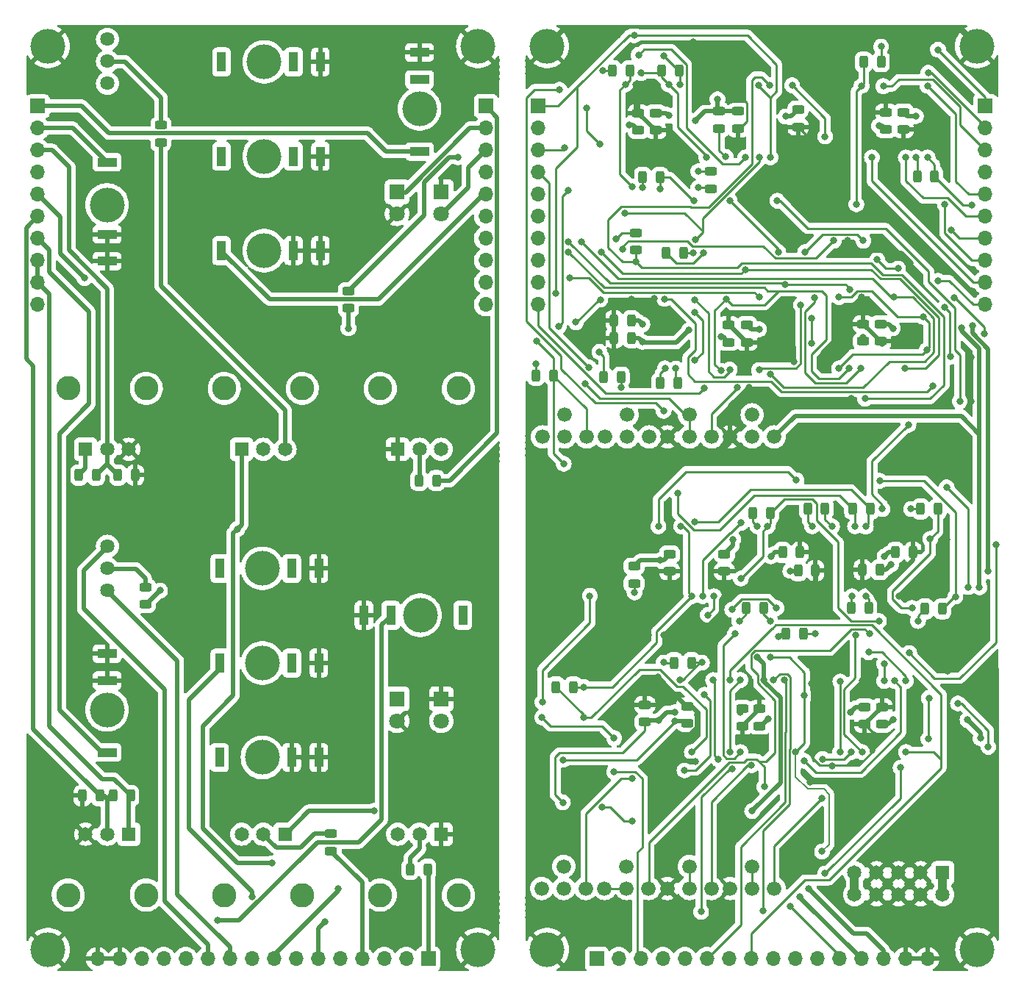
<source format=gbr>
%TF.GenerationSoftware,KiCad,Pcbnew,(5.99.0-10623-gbaf868fce7)*%
%TF.CreationDate,2021-05-29T08:15:43+02:00*%
%TF.ProjectId,voltage_processor,766f6c74-6167-4655-9f70-726f63657373,6*%
%TF.SameCoordinates,Original*%
%TF.FileFunction,Copper,L2,Bot*%
%TF.FilePolarity,Positive*%
%FSLAX46Y46*%
G04 Gerber Fmt 4.6, Leading zero omitted, Abs format (unit mm)*
G04 Created by KiCad (PCBNEW (5.99.0-10623-gbaf868fce7)) date 2021-05-29 08:15:43*
%MOMM*%
%LPD*%
G01*
G04 APERTURE LIST*
G04 Aperture macros list*
%AMRoundRect*
0 Rectangle with rounded corners*
0 $1 Rounding radius*
0 $2 $3 $4 $5 $6 $7 $8 $9 X,Y pos of 4 corners*
0 Add a 4 corners polygon primitive as box body*
4,1,4,$2,$3,$4,$5,$6,$7,$8,$9,$2,$3,0*
0 Add four circle primitives for the rounded corners*
1,1,$1+$1,$2,$3*
1,1,$1+$1,$4,$5*
1,1,$1+$1,$6,$7*
1,1,$1+$1,$8,$9*
0 Add four rect primitives between the rounded corners*
20,1,$1+$1,$2,$3,$4,$5,0*
20,1,$1+$1,$4,$5,$6,$7,0*
20,1,$1+$1,$6,$7,$8,$9,0*
20,1,$1+$1,$8,$9,$2,$3,0*%
G04 Aperture macros list end*
%TA.AperFunction,ComponentPad*%
%ADD10C,1.676400*%
%TD*%
%TA.AperFunction,WasherPad*%
%ADD11C,4.000000*%
%TD*%
%TA.AperFunction,ComponentPad*%
%ADD12R,2.300000X1.100000*%
%TD*%
%TA.AperFunction,ComponentPad*%
%ADD13R,1.100000X2.300000*%
%TD*%
%TA.AperFunction,ComponentPad*%
%ADD14R,1.648460X1.648460*%
%TD*%
%TA.AperFunction,ComponentPad*%
%ADD15C,1.648460*%
%TD*%
%TA.AperFunction,ComponentPad*%
%ADD16C,2.794000*%
%TD*%
%TA.AperFunction,ComponentPad*%
%ADD17R,1.800000X1.800000*%
%TD*%
%TA.AperFunction,ComponentPad*%
%ADD18C,1.800000*%
%TD*%
%TA.AperFunction,ComponentPad*%
%ADD19C,4.000000*%
%TD*%
%TA.AperFunction,ComponentPad*%
%ADD20R,1.650000X1.650000*%
%TD*%
%TA.AperFunction,ComponentPad*%
%ADD21C,1.650000*%
%TD*%
%TA.AperFunction,ComponentPad*%
%ADD22C,1.635000*%
%TD*%
%TA.AperFunction,SMDPad,CuDef*%
%ADD23RoundRect,0.243750X0.456250X-0.243750X0.456250X0.243750X-0.456250X0.243750X-0.456250X-0.243750X0*%
%TD*%
%TA.AperFunction,SMDPad,CuDef*%
%ADD24RoundRect,0.243750X0.243750X0.456250X-0.243750X0.456250X-0.243750X-0.456250X0.243750X-0.456250X0*%
%TD*%
%TA.AperFunction,SMDPad,CuDef*%
%ADD25RoundRect,0.243750X-0.456250X0.243750X-0.456250X-0.243750X0.456250X-0.243750X0.456250X0.243750X0*%
%TD*%
%TA.AperFunction,SMDPad,CuDef*%
%ADD26RoundRect,0.243750X-0.243750X-0.456250X0.243750X-0.456250X0.243750X0.456250X-0.243750X0.456250X0*%
%TD*%
%TA.AperFunction,ComponentPad*%
%ADD27R,1.700000X1.700000*%
%TD*%
%TA.AperFunction,ComponentPad*%
%ADD28O,1.700000X1.700000*%
%TD*%
%TA.AperFunction,ViaPad*%
%ADD29C,0.800000*%
%TD*%
%TA.AperFunction,Conductor*%
%ADD30C,0.250000*%
%TD*%
%TA.AperFunction,Conductor*%
%ADD31C,0.500000*%
%TD*%
%TA.AperFunction,Conductor*%
%ADD32C,1.000000*%
%TD*%
%TA.AperFunction,Conductor*%
%ADD33C,0.200000*%
%TD*%
G04 APERTURE END LIST*
D10*
%TO.P,ATV_COMP2,1,1*%
%TO.N,Net-(ATV_COMP2-Pad1)*%
X155160000Y-143400000D03*
%TO.P,ATV_COMP2,2,2*%
X157700000Y-143400000D03*
X157700000Y-140860000D03*
%TO.P,ATV_COMP2,3,3*%
%TO.N,/Voltage Processor B/OFFSET_M*%
X160240000Y-143400000D03*
%TD*%
%TO.P,CRSFD2,1,1*%
%TO.N,/Voltage Processor B/CRSFD_POT_M*%
X162393333Y-143400000D03*
%TO.P,CRSFD2,2,2*%
X164933333Y-143400000D03*
X164933333Y-140860000D03*
%TO.P,CRSFD2,3,3*%
%TO.N,Net-(C42-Pad2)*%
X167473333Y-143400000D03*
%TD*%
D11*
%TO.P,J10,*%
%TO.N,*%
X141094949Y-53605000D03*
D12*
%TO.P,J10,1*%
%TO.N,GND1*%
X141094949Y-47125000D03*
%TO.P,J10,2*%
%TO.N,/Voltage Processor A/OUTPUT_P*%
X141094949Y-50225000D03*
%TO.P,J10,3*%
X141094949Y-58525000D03*
%TD*%
D11*
%TO.P,J7,*%
%TO.N,*%
X123194949Y-69940000D03*
D13*
%TO.P,J7,1*%
%TO.N,GND1*%
X129674949Y-69940000D03*
%TO.P,J7,2*%
X126574949Y-69940000D03*
%TO.P,J7,3*%
%TO.N,/Voltage Processor A/CRSFD_CV_P*%
X118274949Y-69940000D03*
%TD*%
D14*
%TO.P,OFFSET2,1,A*%
%TO.N,GND1*%
X143569309Y-137167300D03*
D15*
%TO.P,OFFSET2,2,S*%
%TO.N,Net-(OFFSET2-Pad2)*%
X141069949Y-137167300D03*
%TO.P,OFFSET2,3,E*%
%TO.N,PANEL_-5V*%
X138570589Y-137167300D03*
D16*
%TO.P,OFFSET2,CHASSIS1*%
%TO.N,N/C*%
X145568289Y-144165000D03*
%TO.P,OFFSET2,CHASSIS2*%
X136571609Y-144165000D03*
%TD*%
D17*
%TO.P,D6,1,K*%
%TO.N,GND1*%
X143594949Y-121565000D03*
D18*
%TO.P,D6,2,A*%
%TO.N,/Voltage Processor B/LED_POS_P*%
X143594949Y-124105000D03*
%TD*%
D19*
%TO.P,MH8,*%
%TO.N,GND1*%
X147810000Y-46400000D03*
%TD*%
D10*
%TO.P,ATV_COMP1,1,1*%
%TO.N,Net-(ATV_COMP1-Pad1)*%
X155260000Y-91400000D03*
%TO.P,ATV_COMP1,2,2*%
X157800000Y-91400000D03*
X157800000Y-88860000D03*
%TO.P,ATV_COMP1,3,3*%
%TO.N,/Voltage Processor A/OFFSET_M*%
X160340000Y-91400000D03*
%TD*%
D11*
%TO.P,J1,*%
%TO.N,*%
X105094949Y-122840000D03*
D12*
%TO.P,J1,1*%
%TO.N,GND1*%
X105094949Y-116360000D03*
%TO.P,J1,2*%
X105094949Y-119460000D03*
%TO.P,J1,3*%
%TO.N,/Voltage Processor B/BUFF_P*%
X105094949Y-127760000D03*
%TD*%
D14*
%TO.P,OFFSET1,1,A*%
%TO.N,GND1*%
X138570589Y-92812700D03*
D15*
%TO.P,OFFSET1,2,S*%
%TO.N,Net-(OFFSET1-Pad2)*%
X141069949Y-92812700D03*
%TO.P,OFFSET1,3,E*%
%TO.N,PANEL_-5V*%
X143569309Y-92812700D03*
D16*
%TO.P,OFFSET1,CHASSIS1*%
%TO.N,N/C*%
X136571609Y-85815000D03*
%TO.P,OFFSET1,CHASSIS2*%
X145568289Y-85815000D03*
%TD*%
D19*
%TO.P,MH7,*%
%TO.N,GND1*%
X98290000Y-46400000D03*
%TD*%
D10*
%TO.P,LED1+1,1,1*%
%TO.N,GND*%
X176860000Y-91400000D03*
%TO.P,LED1+1,2,2*%
%TO.N,Net-(LED1+1-Pad2)*%
X179400000Y-91400000D03*
X179400000Y-88860000D03*
%TO.P,LED1+1,3,3*%
%TO.N,+12V*%
X181940000Y-91400000D03*
%TD*%
D20*
%TO.P,J17,1,1*%
%TO.N,Net-(D2-Pad1)*%
X201350000Y-141600000D03*
D21*
%TO.P,J17,2,2*%
X201350000Y-144140000D03*
%TO.P,J17,3,3*%
%TO.N,GND*%
X198810000Y-141600000D03*
%TO.P,J17,4,4*%
X198810000Y-144140000D03*
%TO.P,J17,5,5*%
X196270000Y-141600000D03*
%TO.P,J17,6,6*%
X196270000Y-144140000D03*
%TO.P,J17,7,7*%
X193730000Y-141600000D03*
%TO.P,J17,8,8*%
X193730000Y-144140000D03*
%TO.P,J17,9,9*%
%TO.N,Net-(D1-Pad2)*%
X191190000Y-141600000D03*
%TO.P,J17,10,10*%
X191190000Y-144140000D03*
%TD*%
D10*
%TO.P,LED2+1,1,1*%
%TO.N,GND*%
X176860000Y-143400000D03*
%TO.P,LED2+1,2,2*%
%TO.N,Net-(LED2+1-Pad2)*%
X179400000Y-143400000D03*
X179400000Y-140860000D03*
%TO.P,LED2+1,3,3*%
%TO.N,+12V*%
X181940000Y-143400000D03*
%TD*%
%TO.P,LED2-1,1,1*%
%TO.N,GND*%
X169626666Y-143400000D03*
%TO.P,LED2-1,2,2*%
%TO.N,Net-(LED2-1-Pad2)*%
X172166666Y-140860000D03*
X172166666Y-143400000D03*
%TO.P,LED2-1,3,3*%
%TO.N,-12V*%
X174706666Y-143400000D03*
%TD*%
D19*
%TO.P,MH4,*%
%TO.N,GND*%
X205294949Y-150440000D03*
%TD*%
%TO.P,MH2,*%
%TO.N,GND*%
X155790000Y-46400000D03*
%TD*%
D11*
%TO.P,J9,*%
%TO.N,*%
X123194949Y-59090000D03*
D13*
%TO.P,J9,1*%
%TO.N,GND1*%
X129674949Y-59090000D03*
%TO.P,J9,2*%
%TO.N,/Voltage Processor A/CRSFD_B_1_P*%
X126574949Y-59090000D03*
%TO.P,J9,3*%
%TO.N,/Voltage Processor A/CRSFD_B_2_P*%
X118274949Y-59090000D03*
%TD*%
D19*
%TO.P,MH5,*%
%TO.N,GND1*%
X147800000Y-150450000D03*
%TD*%
D10*
%TO.P,LED1-1,1,1*%
%TO.N,GND*%
X169660000Y-91400000D03*
%TO.P,LED1-1,2,2*%
%TO.N,Net-(LED1-1-Pad2)*%
X172200000Y-91400000D03*
X172200000Y-88860000D03*
%TO.P,LED1-1,3,3*%
%TO.N,-12V*%
X174740000Y-91400000D03*
%TD*%
D17*
%TO.P,D3,1,K*%
%TO.N,/Voltage Processor A/LED_NEG_P*%
X138494949Y-63165000D03*
D18*
%TO.P,D3,2,A*%
%TO.N,GND1*%
X138494949Y-65705000D03*
%TD*%
D19*
%TO.P,MH3,*%
%TO.N,GND*%
X205280000Y-46400000D03*
%TD*%
D14*
%TO.P,ATNVRT2,1,A*%
%TO.N,/Voltage Processor B/ATNVRT_1_P*%
X107619309Y-137167300D03*
D15*
%TO.P,ATNVRT2,2,S*%
%TO.N,/Voltage Processor B/ATNVRT_2_P*%
X105119949Y-137167300D03*
%TO.P,ATNVRT2,3,E*%
%TO.N,GND1*%
X102620589Y-137167300D03*
D16*
%TO.P,ATNVRT2,CHASSIS1*%
%TO.N,N/C*%
X109618289Y-144165000D03*
%TO.P,ATNVRT2,CHASSIS2*%
X100621609Y-144165000D03*
%TD*%
D11*
%TO.P,J12,*%
%TO.N,*%
X122994949Y-106540000D03*
D13*
%TO.P,J12,1*%
%TO.N,GND1*%
X129474949Y-106540000D03*
%TO.P,J12,2*%
%TO.N,/Voltage Processor B/CRSFD_A_1_P*%
X126374949Y-106540000D03*
%TO.P,J12,3*%
%TO.N,/Voltage Processor B/CRSFD_A_2_P*%
X118074949Y-106540000D03*
%TD*%
D19*
%TO.P,MH6,*%
%TO.N,GND1*%
X98300000Y-150460000D03*
%TD*%
D17*
%TO.P,D4,1,K*%
%TO.N,GND1*%
X143594949Y-63165000D03*
D18*
%TO.P,D4,2,A*%
%TO.N,/Voltage Processor A/LED_POS_P*%
X143594949Y-65705000D03*
%TD*%
D11*
%TO.P,J11,*%
%TO.N,*%
X122994949Y-128320000D03*
D13*
%TO.P,J11,1*%
%TO.N,GND1*%
X129474949Y-128320000D03*
%TO.P,J11,2*%
X126374949Y-128320000D03*
%TO.P,J11,3*%
%TO.N,/Voltage Processor B/CRSFD_CV_P*%
X118074949Y-128320000D03*
%TD*%
D22*
%TO.P,S1,1,1*%
%TO.N,/Voltage Processor B/RING_OFF_P*%
X105143949Y-104000000D03*
%TO.P,S1,2,COM*%
%TO.N,Net-(R89-Pad1)*%
X105143949Y-106540000D03*
%TO.P,S1,3,3*%
%TO.N,/Voltage Processor B/RING_ON_P*%
X105143949Y-109080000D03*
%TD*%
D14*
%TO.P,ATNVRT1,1,A*%
%TO.N,/Voltage Processor A/ATNVRT_1_P*%
X102620589Y-92812700D03*
D15*
%TO.P,ATNVRT1,2,S*%
%TO.N,/Voltage Processor A/ATNVRT_2_P*%
X105119949Y-92812700D03*
%TO.P,ATNVRT1,3,E*%
%TO.N,GND1*%
X107619309Y-92812700D03*
D16*
%TO.P,ATNVRT1,CHASSIS1*%
%TO.N,N/C*%
X100621609Y-85815000D03*
%TO.P,ATNVRT1,CHASSIS2*%
X109618289Y-85815000D03*
%TD*%
D17*
%TO.P,D5,1,K*%
%TO.N,/Voltage Processor B/LED_NEG_P*%
X138524949Y-121565000D03*
D18*
%TO.P,D5,2,A*%
%TO.N,GND1*%
X138524949Y-124105000D03*
%TD*%
D14*
%TO.P,CROSSFADE2,1,A*%
%TO.N,PANEL_-5V*%
X125594309Y-137167300D03*
D15*
%TO.P,CROSSFADE2,2,S*%
%TO.N,Net-(CROSSFADE2-Pad2)*%
X123094949Y-137167300D03*
%TO.P,CROSSFADE2,3,E*%
%TO.N,PANEL_+5V*%
X120595589Y-137167300D03*
D16*
%TO.P,CROSSFADE2,CHASSIS1*%
%TO.N,N/C*%
X127593289Y-144165000D03*
%TO.P,CROSSFADE2,CHASSIS2*%
X118596609Y-144165000D03*
%TD*%
D11*
%TO.P,J13,*%
%TO.N,*%
X122994949Y-117440000D03*
D13*
%TO.P,J13,1*%
%TO.N,GND1*%
X129474949Y-117440000D03*
%TO.P,J13,2*%
%TO.N,/Voltage Processor B/CRSFD_B_1_P*%
X126374949Y-117440000D03*
%TO.P,J13,3*%
%TO.N,/Voltage Processor B/CRSFD_B_2_P*%
X118074949Y-117440000D03*
%TD*%
D22*
%TO.P,S2,1,1*%
%TO.N,/Voltage Processor A/RING_OFF_P*%
X105143949Y-45600000D03*
%TO.P,S2,2,COM*%
%TO.N,Net-(R104-Pad1)*%
X105143949Y-48140000D03*
%TO.P,S2,3,3*%
%TO.N,/Voltage Processor A/RING_ON_P*%
X105143949Y-50680000D03*
%TD*%
D11*
%TO.P,J2,*%
%TO.N,*%
X105094949Y-64675000D03*
D12*
%TO.P,J2,1*%
%TO.N,GND1*%
X105094949Y-71155000D03*
%TO.P,J2,2*%
X105094949Y-68055000D03*
%TO.P,J2,3*%
%TO.N,/Voltage Processor A/BUFF_P*%
X105094949Y-59755000D03*
%TD*%
D11*
%TO.P,J14,*%
%TO.N,*%
X141159949Y-111940000D03*
D13*
%TO.P,J14,1*%
%TO.N,GND1*%
X134679949Y-111940000D03*
%TO.P,J14,2*%
%TO.N,/Voltage Processor B/OUTPUT_P*%
X137779949Y-111940000D03*
%TO.P,J14,3*%
X146079949Y-111940000D03*
%TD*%
D11*
%TO.P,J8,*%
%TO.N,*%
X123194949Y-48200000D03*
D13*
%TO.P,J8,1*%
%TO.N,GND1*%
X129674949Y-48200000D03*
%TO.P,J8,2*%
%TO.N,/Voltage Processor A/CRSFD_A_1_P*%
X126574949Y-48200000D03*
%TO.P,J8,3*%
%TO.N,/Voltage Processor A/CRSFD_A_2_P*%
X118274949Y-48200000D03*
%TD*%
D14*
%TO.P,CROSSFADE1,1,A*%
%TO.N,PANEL_-5V*%
X120595589Y-92812700D03*
D15*
%TO.P,CROSSFADE1,2,S*%
%TO.N,Net-(CROSSFADE1-Pad2)*%
X123094949Y-92812700D03*
%TO.P,CROSSFADE1,3,E*%
%TO.N,PANEL_+5V*%
X125594309Y-92812700D03*
D16*
%TO.P,CROSSFADE1,CHASSIS1*%
%TO.N,N/C*%
X118596609Y-85815000D03*
%TO.P,CROSSFADE1,CHASSIS2*%
X127593289Y-85815000D03*
%TD*%
D10*
%TO.P,CRSFD1,1,1*%
%TO.N,/Voltage Processor A/CRSFD_POT_M*%
X162460000Y-91400000D03*
%TO.P,CRSFD1,2,2*%
X165000000Y-91400000D03*
X165000000Y-88860000D03*
%TO.P,CRSFD1,3,3*%
%TO.N,Net-(C58-Pad2)*%
X167540000Y-91400000D03*
%TD*%
D19*
%TO.P,MH1,*%
%TO.N,GND*%
X155800000Y-150450000D03*
%TD*%
D23*
%TO.P,C25,1*%
%TO.N,-12V*%
X180240000Y-124700000D03*
%TO.P,C25,2*%
%TO.N,GND*%
X180240000Y-122700000D03*
%TD*%
D24*
%TO.P,C8,1*%
%TO.N,Net-(C8-Pad1)*%
X200400000Y-61400000D03*
%TO.P,C8,2*%
%TO.N,Net-(C8-Pad2)*%
X198400000Y-61400000D03*
%TD*%
D25*
%TO.P,C62,1*%
%TO.N,GND*%
X194794949Y-53993349D03*
%TO.P,C62,2*%
%TO.N,+12V*%
X194794949Y-55993349D03*
%TD*%
D26*
%TO.P,C42,1*%
%TO.N,Net-(C42-Pad1)*%
X190800000Y-111100000D03*
%TO.P,C42,2*%
%TO.N,Net-(C42-Pad2)*%
X192800000Y-111100000D03*
%TD*%
D25*
%TO.P,C66,1*%
%TO.N,Net-(C66-Pad1)*%
X174600000Y-60800000D03*
%TO.P,C66,2*%
%TO.N,Net-(C66-Pad2)*%
X174600000Y-62800000D03*
%TD*%
D23*
%TO.P,C46,1*%
%TO.N,GND*%
X178794949Y-80493349D03*
%TO.P,C46,2*%
%TO.N,+12V*%
X178794949Y-78493349D03*
%TD*%
%TO.P,C68,1*%
%TO.N,-12V*%
X192194949Y-80393349D03*
%TO.P,C68,2*%
%TO.N,GND*%
X192194949Y-78393349D03*
%TD*%
D26*
%TO.P,C7,1*%
%TO.N,Net-(C7-Pad1)*%
X192250000Y-48200000D03*
%TO.P,C7,2*%
%TO.N,Net-(C7-Pad2)*%
X194250000Y-48200000D03*
%TD*%
%TO.P,R4,1*%
%TO.N,/Voltage Processor A/ATNVRT_2_P*%
X106350000Y-95800000D03*
%TO.P,R4,2*%
%TO.N,GND1*%
X108350000Y-95800000D03*
%TD*%
D27*
%TO.P,J5,1,Pin_1*%
%TO.N,/Voltage Processor B/OFFSET_M*%
X161494949Y-151500000D03*
D28*
%TO.P,J5,2,Pin_2*%
%TO.N,/Voltage Processor B/LED_POS_M*%
X164034949Y-151500000D03*
%TO.P,J5,3,Pin_3*%
%TO.N,/Voltage Processor B/LED_NEG_M*%
X166574949Y-151500000D03*
%TO.P,J5,4,Pin_4*%
%TO.N,/Voltage Processor B/CRSFD_POT_M*%
X169114949Y-151500000D03*
%TO.P,J5,5,Pin_5*%
%TO.N,/Voltage Processor B/CRSFD_CV_M*%
X171654949Y-151500000D03*
%TO.P,J5,6,Pin_6*%
%TO.N,/Voltage Processor B/CRSFD_A_1_M*%
X174194949Y-151500000D03*
%TO.P,J5,7,Pin_7*%
%TO.N,/Voltage Processor B/CROSSFADE_A*%
X176734949Y-151500000D03*
%TO.P,J5,8,Pin_8*%
%TO.N,/Voltage Processor B/CRSFD_B_1_M*%
X179274949Y-151500000D03*
%TO.P,J5,9,Pin_9*%
%TO.N,/Voltage Processor B/CROSSFADE_B*%
X181814949Y-151500000D03*
%TO.P,J5,10,Pin_10*%
%TO.N,/Voltage Processor B/RING_ON*%
X184354949Y-151500000D03*
%TO.P,J5,11,Pin_11*%
%TO.N,/Voltage Processor B/RING_OFF*%
X186894949Y-151500000D03*
%TO.P,J5,12,Pin_12*%
%TO.N,/Voltage Processor B/OUTPUT_M*%
X189434949Y-151500000D03*
%TO.P,J5,13,Pin_13*%
%TO.N,-5V*%
X191974949Y-151500000D03*
%TO.P,J5,14,Pin_14*%
%TO.N,+5V*%
X194514949Y-151500000D03*
%TO.P,J5,15,Pin_15*%
%TO.N,GND*%
X197054949Y-151500000D03*
%TO.P,J5,16,Pin_16*%
X199594949Y-151500000D03*
%TD*%
D26*
%TO.P,C56,1*%
%TO.N,-12V*%
X195900000Y-104700000D03*
%TO.P,C56,2*%
%TO.N,GND*%
X197900000Y-104700000D03*
%TD*%
%TO.P,C43,1*%
%TO.N,Net-(C43-Pad1)*%
X178700000Y-111100000D03*
%TO.P,C43,2*%
%TO.N,Net-(C43-Pad2)*%
X180700000Y-111100000D03*
%TD*%
D28*
%TO.P,J6,1,Pin_1*%
%TO.N,/Voltage Processor A/RING_OFF_P*%
X97125000Y-76165000D03*
D27*
%TO.P,J6,2,Pin_2*%
%TO.N,/Voltage Processor A/OUTPUT_P*%
X97125000Y-53305000D03*
D28*
%TO.P,J6,3,Pin_3*%
%TO.N,/Voltage Processor A/BUFF_P*%
X97125000Y-55845000D03*
%TO.P,J6,4,Pin_4*%
%TO.N,/Voltage Processor A/ATNVRT_2_P*%
X97125000Y-58385000D03*
%TO.P,J6,5,Pin_5*%
%TO.N,/Voltage Processor A/ATNVRT_1_P*%
X97125000Y-60925000D03*
%TO.P,J6,6,Pin_6*%
X97125000Y-63465000D03*
%TO.P,J6,7,Pin_7*%
%TO.N,/Voltage Processor B/ATNVRT_2_P*%
X97125000Y-66005000D03*
%TO.P,J6,8,Pin_8*%
%TO.N,/Voltage Processor B/BUFF_P*%
X97125000Y-68545000D03*
%TO.P,J6,9,Pin_9*%
%TO.N,/Voltage Processor B/ATNVRT_1_P*%
X97125000Y-71085000D03*
%TO.P,J6,10,Pin_10*%
X97125000Y-73625000D03*
%TD*%
D23*
%TO.P,R110,1*%
%TO.N,Net-(R110-Pad1)*%
X175550000Y-55900000D03*
%TO.P,R110,2*%
%TO.N,+12V*%
X175550000Y-53900000D03*
%TD*%
%TO.P,C36,1*%
%TO.N,-12V*%
X171900000Y-124400000D03*
%TO.P,C36,2*%
%TO.N,GND*%
X171900000Y-122400000D03*
%TD*%
D25*
%TO.P,C23,1*%
%TO.N,-12V*%
X184694949Y-53693349D03*
%TO.P,C23,2*%
%TO.N,GND*%
X184694949Y-55693349D03*
%TD*%
D26*
%TO.P,C50,1*%
%TO.N,Net-(C50-Pad1)*%
X183300000Y-114100000D03*
%TO.P,C50,2*%
%TO.N,Net-(C50-Pad2)*%
X185300000Y-114100000D03*
%TD*%
D25*
%TO.P,C52,1*%
%TO.N,-12V*%
X196794949Y-53993349D03*
%TO.P,C52,2*%
%TO.N,GND*%
X196794949Y-55993349D03*
%TD*%
D24*
%TO.P,C21,1*%
%TO.N,-12V*%
X165500000Y-78000000D03*
%TO.P,C21,2*%
%TO.N,GND*%
X163500000Y-78000000D03*
%TD*%
D23*
%TO.P,R45,1*%
%TO.N,/Voltage Processor B/CRSFD_POT_P*%
X130894949Y-139093349D03*
%TO.P,R45,2*%
%TO.N,Net-(CROSSFADE2-Pad2)*%
X130894949Y-137093349D03*
%TD*%
D27*
%TO.P,J15,1,Pin_1*%
%TO.N,/Voltage Processor A/OFFSET_M*%
X154725000Y-53285000D03*
D28*
%TO.P,J15,2,Pin_2*%
%TO.N,/Voltage Processor A/LED_NEG_M*%
X154725000Y-55825000D03*
%TO.P,J15,3,Pin_3*%
%TO.N,/Voltage Processor A/LED_POS_M*%
X154725000Y-58365000D03*
%TO.P,J15,4,Pin_4*%
%TO.N,/Voltage Processor A/CRSFD_POT_M*%
X154725000Y-60905000D03*
%TO.P,J15,5,Pin_5*%
%TO.N,/Voltage Processor A/CRSFD_CV_M*%
X154725000Y-63445000D03*
%TO.P,J15,6,Pin_6*%
%TO.N,/Voltage Processor A/CRSFD_A_1_M*%
X154725000Y-65985000D03*
%TO.P,J15,7,Pin_7*%
%TO.N,/Voltage Processor A/CROSSFADE_A*%
X154725000Y-68525000D03*
%TO.P,J15,8,Pin_8*%
%TO.N,/Voltage Processor A/CRSFD_B_1_M*%
X154725000Y-71065000D03*
%TO.P,J15,9,Pin_9*%
%TO.N,/Voltage Processor A/CROSSFADE_B*%
X154725000Y-73605000D03*
%TO.P,J15,10,Pin_10*%
%TO.N,/Voltage Processor A/RING_ON*%
X154725000Y-76145000D03*
%TD*%
D23*
%TO.P,C55,1*%
%TO.N,-12V*%
X176694949Y-80493349D03*
%TO.P,C55,2*%
%TO.N,GND*%
X176694949Y-78493349D03*
%TD*%
D24*
%TO.P,C22,1*%
%TO.N,+12V*%
X165500000Y-80000000D03*
%TO.P,C22,2*%
%TO.N,GND*%
X163500000Y-80000000D03*
%TD*%
D25*
%TO.P,C35,1*%
%TO.N,+12V*%
X169900000Y-104900000D03*
%TO.P,C35,2*%
%TO.N,GND*%
X169900000Y-106900000D03*
%TD*%
%TO.P,R96,1*%
%TO.N,/Voltage Processor A/CRSFD_POT_P*%
X132894949Y-74593349D03*
%TO.P,R96,2*%
%TO.N,Net-(CROSSFADE1-Pad2)*%
X132894949Y-76593349D03*
%TD*%
D26*
%TO.P,C27,1*%
%TO.N,Net-(C27-Pad1)*%
X191000000Y-99700000D03*
%TO.P,C27,2*%
%TO.N,Net-(C27-Pad2)*%
X193000000Y-99700000D03*
%TD*%
D23*
%TO.P,C20,1*%
%TO.N,+12V*%
X167040000Y-124250000D03*
%TO.P,C20,2*%
%TO.N,GND*%
X167040000Y-122250000D03*
%TD*%
D25*
%TO.P,R89,1*%
%TO.N,Net-(R89-Pad1)*%
X109494949Y-108693349D03*
%TO.P,R89,2*%
%TO.N,PANEL_+5V*%
X109494949Y-110693349D03*
%TD*%
D26*
%TO.P,R76,1*%
%TO.N,Net-(OFFSET1-Pad2)*%
X141025000Y-96425000D03*
%TO.P,R76,2*%
%TO.N,/Voltage Processor A/OFFSET_P*%
X143025000Y-96425000D03*
%TD*%
D24*
%TO.P,R2,1*%
%TO.N,/Voltage Processor B/ATNVRT_2_P*%
X104250000Y-132725000D03*
%TO.P,R2,2*%
%TO.N,GND1*%
X102250000Y-132725000D03*
%TD*%
D25*
%TO.P,C61,1*%
%TO.N,+12V*%
X192340000Y-122500000D03*
%TO.P,C61,2*%
%TO.N,GND*%
X192340000Y-124500000D03*
%TD*%
D23*
%TO.P,C24,1*%
%TO.N,-12V*%
X194340000Y-124500000D03*
%TO.P,C24,2*%
%TO.N,GND*%
X194340000Y-122500000D03*
%TD*%
D25*
%TO.P,R104,1*%
%TO.N,Net-(R104-Pad1)*%
X111294949Y-55493349D03*
%TO.P,R104,2*%
%TO.N,PANEL_+5V*%
X111294949Y-57493349D03*
%TD*%
D27*
%TO.P,J3,1,Pin_1*%
%TO.N,/Voltage Processor B/OFFSET_P*%
X142094949Y-151500000D03*
D28*
%TO.P,J3,2,Pin_2*%
%TO.N,/Voltage Processor B/LED_POS_P*%
X139554949Y-151500000D03*
%TO.P,J3,3,Pin_3*%
%TO.N,/Voltage Processor B/LED_NEG_P*%
X137014949Y-151500000D03*
%TO.P,J3,4,Pin_4*%
%TO.N,/Voltage Processor B/CRSFD_POT_P*%
X134474949Y-151500000D03*
%TO.P,J3,5,Pin_5*%
%TO.N,/Voltage Processor B/CRSFD_CV_P*%
X131934949Y-151500000D03*
%TO.P,J3,6,Pin_6*%
%TO.N,/Voltage Processor B/CRSFD_A_1_P*%
X129394949Y-151500000D03*
%TO.P,J3,7,Pin_7*%
%TO.N,/Voltage Processor B/CRSFD_A_2_P*%
X126854949Y-151500000D03*
%TO.P,J3,8,Pin_8*%
%TO.N,/Voltage Processor B/CRSFD_B_1_P*%
X124314949Y-151500000D03*
%TO.P,J3,9,Pin_9*%
%TO.N,/Voltage Processor B/CRSFD_B_2_P*%
X121774949Y-151500000D03*
%TO.P,J3,10,Pin_10*%
%TO.N,/Voltage Processor B/RING_ON_P*%
X119234949Y-151500000D03*
%TO.P,J3,11,Pin_11*%
%TO.N,/Voltage Processor B/RING_OFF_P*%
X116694949Y-151500000D03*
%TO.P,J3,12,Pin_12*%
%TO.N,/Voltage Processor B/OUTPUT_P*%
X114154949Y-151500000D03*
%TO.P,J3,13,Pin_13*%
%TO.N,PANEL_-5V*%
X111614949Y-151500000D03*
%TO.P,J3,14,Pin_14*%
%TO.N,PANEL_+5V*%
X109074949Y-151500000D03*
%TO.P,J3,15,Pin_15*%
%TO.N,GND1*%
X106534949Y-151500000D03*
%TO.P,J3,16,Pin_16*%
X103994949Y-151500000D03*
%TD*%
D25*
%TO.P,C6,1*%
%TO.N,-12V*%
X176200000Y-104900000D03*
%TO.P,C6,2*%
%TO.N,GND*%
X176200000Y-106900000D03*
%TD*%
D24*
%TO.P,C63,1*%
%TO.N,Net-(C63-Pad1)*%
X170800000Y-85200000D03*
%TO.P,C63,2*%
%TO.N,Net-(C63-Pad2)*%
X168800000Y-85200000D03*
%TD*%
D26*
%TO.P,R42,1*%
%TO.N,Net-(OFFSET2-Pad2)*%
X140000000Y-141200000D03*
%TO.P,R42,2*%
%TO.N,/Voltage Processor B/OFFSET_P*%
X142000000Y-141200000D03*
%TD*%
D24*
%TO.P,C65,1*%
%TO.N,Net-(C65-Pad1)*%
X170994949Y-49193349D03*
%TO.P,C65,2*%
%TO.N,Net-(C65-Pad2)*%
X168994949Y-49193349D03*
%TD*%
D26*
%TO.P,R3,1*%
%TO.N,/Voltage Processor A/ATNVRT_1_P*%
X101850000Y-95800000D03*
%TO.P,R3,2*%
%TO.N,/Voltage Processor A/ATNVRT_2_P*%
X103850000Y-95800000D03*
%TD*%
%TO.P,C64,1*%
%TO.N,Net-(C64-Pad1)*%
X169494949Y-70193349D03*
%TO.P,C64,2*%
%TO.N,Net-(C64-Pad2)*%
X171494949Y-70193349D03*
%TD*%
D28*
%TO.P,J16,1,Pin_1*%
%TO.N,/Voltage Processor A/RING_OFF*%
X206225000Y-76145000D03*
D27*
%TO.P,J16,2,Pin_2*%
%TO.N,/Voltage Processor A/OUTPUT_M*%
X206225000Y-53285000D03*
D28*
%TO.P,J16,3,Pin_3*%
%TO.N,/Voltage Processor A/BUFF_M*%
X206225000Y-55825000D03*
%TO.P,J16,4,Pin_4*%
%TO.N,/Voltage Processor A/ATNVRT_2_M*%
X206225000Y-58365000D03*
%TO.P,J16,5,Pin_5*%
%TO.N,/Voltage Processor A/ATNVRT_1_M*%
X206225000Y-60905000D03*
%TO.P,J16,6,Pin_6*%
%TO.N,/Voltage Processor A/BUFF_O_M*%
X206225000Y-63445000D03*
%TO.P,J16,7,Pin_7*%
%TO.N,/Voltage Processor B/ATNVRT_2_M*%
X206225000Y-65985000D03*
%TO.P,J16,8,Pin_8*%
%TO.N,/Voltage Processor B/BUFF_M*%
X206225000Y-68525000D03*
%TO.P,J16,9,Pin_9*%
%TO.N,/Voltage Processor B/ATNVRT_1_M*%
X206225000Y-71065000D03*
%TO.P,J16,10,Pin_10*%
%TO.N,/Voltage Processor B/BUFF_O_M*%
X206225000Y-73605000D03*
%TD*%
D25*
%TO.P,C67,1*%
%TO.N,+12V*%
X194194949Y-78393349D03*
%TO.P,C67,2*%
%TO.N,GND*%
X194194949Y-80393349D03*
%TD*%
%TO.P,C10,1*%
%TO.N,Net-(C10-Pad1)*%
X166000000Y-67900000D03*
%TO.P,C10,2*%
%TO.N,Net-(C10-Pad2)*%
X166000000Y-69900000D03*
%TD*%
%TO.P,C37,1*%
%TO.N,+12V*%
X177794949Y-53893349D03*
%TO.P,C37,2*%
%TO.N,GND*%
X177794949Y-55893349D03*
%TD*%
D24*
%TO.P,C45,1*%
%TO.N,+12V*%
X194100000Y-106700000D03*
%TO.P,C45,2*%
%TO.N,GND*%
X192100000Y-106700000D03*
%TD*%
D26*
%TO.P,C59,1*%
%TO.N,Net-(C59-Pad1)*%
X166794949Y-61493349D03*
%TO.P,C59,2*%
%TO.N,Net-(C59-Pad2)*%
X168794949Y-61493349D03*
%TD*%
D25*
%TO.P,C38,1*%
%TO.N,-12V*%
X168294949Y-54093349D03*
%TO.P,C38,2*%
%TO.N,GND*%
X168294949Y-56093349D03*
%TD*%
D26*
%TO.P,C17,1*%
%TO.N,-5V*%
X170405051Y-117406651D03*
%TO.P,C17,2*%
%TO.N,Net-(C17-Pad2)*%
X172405051Y-117406651D03*
%TD*%
%TO.P,C5,1*%
%TO.N,+12V*%
X184700000Y-106800000D03*
%TO.P,C5,2*%
%TO.N,GND*%
X186700000Y-106800000D03*
%TD*%
D23*
%TO.P,R107,1*%
%TO.N,Net-(R107-Pad1)*%
X165800000Y-108300000D03*
%TO.P,R107,2*%
%TO.N,+12V*%
X165800000Y-106300000D03*
%TD*%
D26*
%TO.P,C29,1*%
%TO.N,Net-(C29-Pad1)*%
X179500000Y-100200000D03*
%TO.P,C29,2*%
%TO.N,Net-(C29-Pad2)*%
X181500000Y-100200000D03*
%TD*%
%TO.P,C12,1*%
%TO.N,Net-(C12-Pad1)*%
X163300000Y-49200000D03*
%TO.P,C12,2*%
%TO.N,Net-(C12-Pad2)*%
X165300000Y-49200000D03*
%TD*%
D24*
%TO.P,C47,1*%
%TO.N,Net-(C47-Pad1)*%
X201300000Y-111200000D03*
%TO.P,C47,2*%
%TO.N,Net-(C47-Pad2)*%
X199300000Y-111200000D03*
%TD*%
D23*
%TO.P,C18,1*%
%TO.N,+12V*%
X166294949Y-56093349D03*
%TO.P,C18,2*%
%TO.N,GND*%
X166294949Y-54093349D03*
%TD*%
D25*
%TO.P,C51,1*%
%TO.N,+12V*%
X178240000Y-122700000D03*
%TO.P,C51,2*%
%TO.N,GND*%
X178240000Y-124700000D03*
%TD*%
D27*
%TO.P,J4,1,Pin_1*%
%TO.N,/Voltage Processor A/OFFSET_P*%
X148725000Y-53285000D03*
D28*
%TO.P,J4,2,Pin_2*%
%TO.N,/Voltage Processor A/LED_NEG_P*%
X148725000Y-55825000D03*
%TO.P,J4,3,Pin_3*%
%TO.N,/Voltage Processor A/LED_POS_P*%
X148725000Y-58365000D03*
%TO.P,J4,4,Pin_4*%
%TO.N,/Voltage Processor A/CRSFD_POT_P*%
X148725000Y-60905000D03*
%TO.P,J4,5,Pin_5*%
%TO.N,/Voltage Processor A/CRSFD_CV_P*%
X148725000Y-63445000D03*
%TO.P,J4,6,Pin_6*%
%TO.N,/Voltage Processor A/CRSFD_A_1_P*%
X148725000Y-65985000D03*
%TO.P,J4,7,Pin_7*%
%TO.N,/Voltage Processor A/CRSFD_A_2_P*%
X148725000Y-68525000D03*
%TO.P,J4,8,Pin_8*%
%TO.N,/Voltage Processor A/CRSFD_B_1_P*%
X148725000Y-71065000D03*
%TO.P,J4,9,Pin_9*%
%TO.N,/Voltage Processor A/CRSFD_B_2_P*%
X148725000Y-73605000D03*
%TO.P,J4,10,Pin_10*%
%TO.N,/Voltage Processor A/RING_ON_P*%
X148725000Y-76145000D03*
%TD*%
D26*
%TO.P,C19,1*%
%TO.N,-12V*%
X182900000Y-104700000D03*
%TO.P,C19,2*%
%TO.N,GND*%
X184900000Y-104700000D03*
%TD*%
D24*
%TO.P,C48,1*%
%TO.N,Net-(C48-Pad1)*%
X200800000Y-99700000D03*
%TO.P,C48,2*%
%TO.N,Net-(C48-Pad2)*%
X198800000Y-99700000D03*
%TD*%
%TO.P,C49,1*%
%TO.N,Net-(C49-Pad1)*%
X187800000Y-99700000D03*
%TO.P,C49,2*%
%TO.N,Net-(C49-Pad2)*%
X185800000Y-99700000D03*
%TD*%
%TO.P,R1,1*%
%TO.N,/Voltage Processor B/ATNVRT_1_P*%
X107800000Y-132725000D03*
%TO.P,R1,2*%
%TO.N,/Voltage Processor B/ATNVRT_2_P*%
X105800000Y-132725000D03*
%TD*%
D26*
%TO.P,C58,1*%
%TO.N,Net-(C58-Pad1)*%
X162294949Y-84493349D03*
%TO.P,C58,2*%
%TO.N,Net-(C58-Pad2)*%
X164294949Y-84493349D03*
%TD*%
%TO.P,C54,1*%
%TO.N,Net-(C54-Pad1)*%
X156800000Y-120200000D03*
%TO.P,C54,2*%
%TO.N,/Voltage Processor B/OFFSET_M*%
X158800000Y-120200000D03*
%TD*%
%TO.P,C70,1*%
%TO.N,Net-(C70-Pad1)*%
X154500000Y-84300000D03*
%TO.P,C70,2*%
%TO.N,/Voltage Processor A/OFFSET_M*%
X156500000Y-84300000D03*
%TD*%
D29*
%TO.N,Net-(ATV_COMP2-Pad1)*%
X160700000Y-109700000D03*
X155250000Y-121950000D03*
%TO.N,/Voltage Processor A/ATNVRT_1_P*%
X102500000Y-73100000D03*
%TO.N,Net-(ATV_COMP1-Pad1)*%
X206100000Y-79500000D03*
X202650990Y-75383505D03*
%TO.N,+5V*%
X207460000Y-103820000D03*
X179400000Y-134500000D03*
X197400000Y-90000000D03*
X194600000Y-117501489D03*
X194400000Y-99700000D03*
X197480000Y-116300000D03*
X180750000Y-119400000D03*
X185920000Y-143480000D03*
X179999998Y-116800000D03*
X194600257Y-119500000D03*
X202224500Y-82150000D03*
X201600000Y-76500000D03*
X192200000Y-68800000D03*
X185500000Y-70100000D03*
%TO.N,GND*%
X180600000Y-127700000D03*
X196300000Y-109750000D03*
X188400000Y-53400000D03*
X179500000Y-131750000D03*
X168700000Y-128700000D03*
X168098120Y-75474011D03*
X163800000Y-101200000D03*
X186100000Y-131200000D03*
X168600000Y-95700000D03*
X192000000Y-75300000D03*
X196300000Y-101750000D03*
X162500000Y-118500000D03*
X202800000Y-124900000D03*
X204600000Y-87300000D03*
X172819543Y-128820154D03*
X196000000Y-48200000D03*
X168700000Y-133000000D03*
X173800000Y-52600000D03*
X197600000Y-71400000D03*
X186750000Y-110300000D03*
X187500000Y-83700000D03*
X188400000Y-64200000D03*
X194600000Y-128775500D03*
X196250000Y-99700000D03*
X188600000Y-129300000D03*
X190400000Y-68800000D03*
X193750000Y-109750000D03*
X163850000Y-45124500D03*
X168539338Y-119076093D03*
X172600000Y-45900000D03*
X194999999Y-70200001D03*
X186200000Y-119800000D03*
X165500000Y-75500000D03*
X177800000Y-55893349D03*
X192100000Y-119500000D03*
X194372133Y-80599011D03*
X201800000Y-103200000D03*
X172250000Y-59150000D03*
X201900000Y-118400000D03*
X185000000Y-101700000D03*
X168594949Y-59093349D03*
X186500000Y-57450000D03*
X201800000Y-93400000D03*
X204600000Y-82200000D03*
X166000000Y-50800000D03*
X165900000Y-84375500D03*
X169200000Y-114200000D03*
X190800000Y-87000000D03*
X179000000Y-85707447D03*
X167400000Y-114250000D03*
X184175451Y-82699951D03*
X176250000Y-109750000D03*
%TO.N,+12V*%
X170500000Y-123100000D03*
X190710436Y-123086424D03*
X165250000Y-55450000D03*
X194000000Y-55549500D03*
X178024500Y-123100000D03*
X175400000Y-52500000D03*
X195400000Y-106100000D03*
X172087526Y-79112474D03*
X168640000Y-124050000D03*
X195594928Y-78893370D03*
X205578631Y-108721369D03*
X168800000Y-105600000D03*
X166750000Y-80450000D03*
X187400000Y-133000000D03*
X203500000Y-78800000D03*
X180200000Y-79000000D03*
X183789671Y-106834941D03*
X172900000Y-54950000D03*
X157600000Y-133500000D03*
%TO.N,-12V*%
X170500000Y-124100000D03*
X195625489Y-123925489D03*
X169794970Y-54393370D03*
X204750695Y-78549305D03*
X204200000Y-124000000D03*
X175824500Y-79893349D03*
X177700000Y-85707447D03*
X198255872Y-54450000D03*
X157600000Y-128600000D03*
X181275500Y-123866084D03*
X205700000Y-126100000D03*
X183250000Y-54493349D03*
X166750000Y-78450000D03*
X179299998Y-129224500D03*
X206600000Y-106900000D03*
X181550020Y-105150020D03*
X192200000Y-79900000D03*
X177200000Y-103200000D03*
X194649979Y-105150021D03*
%TO.N,Net-(C7-Pad1)*%
X192000000Y-50950000D03*
X191400000Y-64600000D03*
%TO.N,Net-(C8-Pad1)*%
X204700000Y-64700000D03*
X199600000Y-59200000D03*
%TO.N,Net-(C42-Pad2)*%
X192480000Y-109750000D03*
X180800000Y-131700000D03*
X192900000Y-114100000D03*
%TO.N,Net-(C58-Pad2)*%
X159100000Y-78200000D03*
X164520518Y-69754081D03*
X161900000Y-75600000D03*
X188800000Y-68800000D03*
X164300000Y-85675500D03*
%TO.N,Net-(C10-Pad1)*%
X163700000Y-68600000D03*
%TO.N,Net-(C10-Pad2)*%
X192400000Y-87000000D03*
X181400000Y-50900000D03*
X166000000Y-71200000D03*
%TO.N,Net-(C12-Pad1)*%
X162200000Y-49193349D03*
%TO.N,Net-(C12-Pad2)*%
X172900000Y-68650000D03*
X165600000Y-62600000D03*
X164794949Y-50800000D03*
X180194949Y-59193349D03*
X164714130Y-65609508D03*
%TO.N,-5V*%
X203300000Y-87300000D03*
X182294949Y-64200000D03*
X173900000Y-121100000D03*
X184900000Y-144400000D03*
X171600000Y-129800000D03*
X169200000Y-117400000D03*
%TO.N,Net-(C17-Pad2)*%
X173600000Y-117400000D03*
X171100000Y-119400000D03*
%TO.N,/Voltage Processor A/CRSFD_CV_NORMAL*%
X196200000Y-72000000D03*
X193800000Y-71000000D03*
%TO.N,Net-(C27-Pad1)*%
X170800000Y-97900000D03*
X191250000Y-101700000D03*
%TO.N,Net-(C27-Pad2)*%
X172800000Y-101200000D03*
X192480000Y-101720000D03*
%TO.N,Net-(C29-Pad1)*%
X180000000Y-101700000D03*
%TO.N,Net-(C29-Pad2)*%
X194000000Y-112600000D03*
X178100000Y-107700000D03*
X181200000Y-101700000D03*
%TO.N,/Voltage Processor B/CRSFD_CV_NORMAL*%
X192800000Y-116200000D03*
X197100000Y-119500000D03*
%TO.N,Net-(C42-Pad1)*%
X190900000Y-109750000D03*
%TO.N,/Voltage Processor B/CRSFD_CV_M*%
X185400000Y-128700000D03*
X203100000Y-122100000D03*
X195800000Y-119500000D03*
X206600000Y-127100000D03*
%TO.N,Net-(C43-Pad1)*%
X177900000Y-112600000D03*
%TO.N,Net-(C43-Pad2)*%
X181500000Y-112600000D03*
%TO.N,Net-(C48-Pad1)*%
X197800000Y-111100000D03*
X199900000Y-103150000D03*
%TO.N,Net-(C48-Pad2)*%
X197700000Y-99700000D03*
%TO.N,Net-(C49-Pad1)*%
X188600000Y-101700000D03*
%TO.N,Net-(C49-Pad2)*%
X201800000Y-97200000D03*
X204300000Y-108700000D03*
X186300000Y-101700000D03*
%TO.N,Net-(C50-Pad1)*%
X182401291Y-114423308D03*
%TO.N,Net-(C50-Pad2)*%
X186700000Y-114100000D03*
%TO.N,Net-(C54-Pad1)*%
X172450000Y-127700000D03*
X160000000Y-123700000D03*
%TO.N,Net-(C58-Pad1)*%
X161800000Y-81600000D03*
%TO.N,/Voltage Processor A/CRSFD_CV_M*%
X159750000Y-68900000D03*
X181500000Y-84200000D03*
X195700000Y-75300000D03*
%TO.N,Net-(C59-Pad1)*%
X166794949Y-62693349D03*
%TO.N,Net-(C59-Pad2)*%
X168794949Y-62793349D03*
X172700000Y-64200000D03*
%TO.N,Net-(C64-Pad1)*%
X173750000Y-70200000D03*
%TO.N,Net-(C64-Pad2)*%
X172600000Y-70200000D03*
X169302486Y-75500000D03*
X200200000Y-85500000D03*
%TO.N,Net-(C65-Pad1)*%
X171088501Y-50811499D03*
X169194949Y-47493349D03*
%TO.N,Net-(C65-Pad2)*%
X182400000Y-70100000D03*
X174100000Y-59200000D03*
X166600000Y-49500000D03*
X169800000Y-50800000D03*
X176800000Y-64200000D03*
%TO.N,Net-(C66-Pad1)*%
X173194949Y-60793349D03*
%TO.N,Net-(C66-Pad2)*%
X173194949Y-62693349D03*
%TO.N,Net-(C70-Pad1)*%
X154500000Y-83000000D03*
X163500000Y-126100000D03*
X155200000Y-123700000D03*
%TO.N,PANEL_-5V*%
X120100000Y-102000000D03*
X135850000Y-134450000D03*
X124100000Y-140500000D03*
%TO.N,Net-(CROSSFADE1-Pad2)*%
X132894949Y-78893349D03*
%TO.N,PANEL_+5V*%
X111194949Y-109093349D03*
%TO.N,/Voltage Processor A/CRSFD_POT_M*%
X160600000Y-83400000D03*
%TO.N,/Voltage Processor A/RING_ON*%
X186200000Y-77700000D03*
X186200000Y-80600000D03*
X172800000Y-77100000D03*
X173900000Y-85800000D03*
X172800000Y-82600000D03*
%TO.N,/Voltage Processor A/CROSSFADE_A*%
X176400000Y-75500000D03*
X190594949Y-83493349D03*
X175822848Y-83788750D03*
X158250000Y-70100000D03*
%TO.N,/Voltage Processor A/CRSFD_A_1_M*%
X190599999Y-74400002D03*
X183200000Y-73874500D03*
X158246441Y-68903559D03*
%TO.N,/Voltage Processor A/CROSSFADE_B*%
X180200000Y-75300000D03*
X158400000Y-73100000D03*
%TO.N,/Voltage Processor A/RING_OFF*%
X199100000Y-77585753D03*
X199500000Y-81400000D03*
X200800000Y-73400000D03*
X189400000Y-83500000D03*
X189400000Y-75300000D03*
%TO.N,/Voltage Processor A/CRSFD_B_1_M*%
X197000000Y-83500000D03*
X178600000Y-72124500D03*
X162000000Y-70100000D03*
%TO.N,/Voltage Processor B/RING_ON*%
X174900000Y-119400000D03*
X187450000Y-139150000D03*
X181474500Y-116800000D03*
X175500000Y-128500000D03*
X185415490Y-121200000D03*
X184400000Y-127700000D03*
%TO.N,/Voltage Processor B/CROSSFADE_A*%
X187500000Y-128500000D03*
X177100000Y-129600000D03*
X173511690Y-146090588D03*
X178050000Y-119400000D03*
X190800000Y-127700000D03*
X176800000Y-127700000D03*
%TO.N,/Voltage Processor B/CRSFD_A_1_M*%
X183100000Y-119400000D03*
%TO.N,/Voltage Processor B/CROSSFADE_B*%
X180650000Y-145950000D03*
X181850000Y-119400000D03*
%TO.N,/Voltage Processor B/RING_OFF*%
X189550000Y-119574011D03*
X199748708Y-121473306D03*
X187800000Y-141700000D03*
X189500000Y-127700000D03*
X196500000Y-129500000D03*
X199700000Y-126200000D03*
%TO.N,/Voltage Processor B/CRSFD_B_1_M*%
X176800000Y-119400000D03*
X197115000Y-127700000D03*
%TO.N,/Voltage Processor B/CRSFD_A_1_P*%
X130153888Y-147244109D03*
%TO.N,/Voltage Processor B/CRSFD_B_1_P*%
X131700000Y-143400000D03*
%TO.N,/Voltage Processor B/CRSFD_B_2_P*%
X121800000Y-144350000D03*
%TO.N,/Voltage Processor B/OUTPUT_P*%
X117800000Y-147100000D03*
%TO.N,Net-(C47-Pad1)*%
X194100000Y-96450000D03*
X202800000Y-109800000D03*
%TO.N,/Voltage Processor A/CRSFD_POT_P*%
X145494949Y-59193349D03*
%TO.N,/Voltage Processor B/OFFSET_M*%
X165600000Y-130700000D03*
X171200000Y-101700000D03*
X172450000Y-109750000D03*
X160000000Y-120200000D03*
%TO.N,/Voltage Processor B/LED_NEG_M*%
X163500000Y-130000000D03*
%TO.N,/Voltage Processor B/OUTPUT_M*%
X183800000Y-145500000D03*
%TO.N,Net-(C63-Pad1)*%
X170600000Y-83531711D03*
%TO.N,/Voltage Processor A/OFFSET_M*%
X181500000Y-59200000D03*
X157700000Y-94500000D03*
X165800000Y-45124500D03*
X154600000Y-80400000D03*
X180151804Y-50924500D03*
X156800000Y-74900000D03*
%TO.N,/Voltage Processor A/LED_POS_M*%
X157800000Y-58100000D03*
%TO.N,/Voltage Processor A/OUTPUT_M*%
X200800000Y-46800000D03*
X160294949Y-53493349D03*
X161879452Y-57709519D03*
%TO.N,Net-(LED1+1-Pad2)*%
X169200000Y-88400000D03*
X157200000Y-51400000D03*
%TO.N,Net-(LED1-1-Pad2)*%
X158187694Y-63012306D03*
X160200000Y-85300000D03*
X157128492Y-78639586D03*
%TO.N,Net-(LED2+1-Pad2)*%
X162150000Y-134050000D03*
X165600000Y-135650000D03*
%TO.N,Net-(R29-Pad1)*%
X184000000Y-50900000D03*
X187800000Y-56800000D03*
%TO.N,Net-(R67-Pad1)*%
X184500000Y-96400000D03*
X168600000Y-101700000D03*
%TO.N,Net-(R68-Pad1)*%
X175000000Y-109750000D03*
X182200000Y-111100000D03*
X174300000Y-111900000D03*
X177100000Y-111300000D03*
%TO.N,Net-(R105-Pad2)*%
X178100000Y-101300000D03*
X173700000Y-109750000D03*
%TO.N,Net-(R107-Pad1)*%
X165850000Y-109300000D03*
%TO.N,Net-(R108-Pad2)*%
X178600000Y-59200000D03*
X166300000Y-47400000D03*
%TO.N,Net-(R110-Pad1)*%
X176350000Y-59150000D03*
%TO.N,Net-(C7-Pad2)*%
X194250000Y-46450000D03*
%TO.N,Net-(C8-Pad2)*%
X198300000Y-59200000D03*
%TO.N,/Voltage Processor A/BUFF_M*%
X199680953Y-49450998D03*
%TO.N,/Voltage Processor A/ATNVRT_2_M*%
X194500000Y-51000000D03*
%TO.N,/Voltage Processor A/BUFF_O_M*%
X199599999Y-50949001D03*
%TO.N,/Voltage Processor B/ATNVRT_2_M*%
X197100000Y-59200000D03*
%TO.N,/Voltage Processor B/BUFF_M*%
X202300000Y-67600000D03*
%TO.N,Net-(C47-Pad2)*%
X198500000Y-112600000D03*
%TO.N,Net-(C63-Pad2)*%
X169350000Y-83500000D03*
%TO.N,/Voltage Processor A/CRSFD_CV_RING*%
X185000000Y-76200000D03*
X180200000Y-83700000D03*
%TO.N,/Voltage Processor B/ATNVRT_1_M*%
X201587701Y-64612299D03*
%TO.N,/Voltage Processor B/BUFF_O_M*%
X193200000Y-59200000D03*
%TO.N,/Voltage Processor A/CROSSFADE_A_RING*%
X172800000Y-75600000D03*
X176811459Y-83641596D03*
%TO.N,/Voltage Processor A/CROSSFADE_A_NORMAL*%
X186600000Y-75400000D03*
X191900000Y-83500000D03*
%TO.N,/Voltage Processor B/CROSSFADE_A_RING*%
X177400000Y-114100000D03*
X178050000Y-127700000D03*
%TO.N,/Voltage Processor B/CROSSFADE_A_NORMAL*%
X191288586Y-114249491D03*
X192050000Y-127700000D03*
%TD*%
D30*
%TO.N,Net-(ATV_COMP2-Pad1)*%
X155250000Y-118250000D02*
X160700000Y-112800000D01*
X155250000Y-121950000D02*
X155250000Y-118250000D01*
X160700000Y-112800000D02*
X160700000Y-109700000D01*
D31*
%TO.N,/Voltage Processor A/ATNVRT_1_P*%
X97125000Y-63465000D02*
X99700000Y-66040000D01*
X101850000Y-95800000D02*
X102600000Y-95050000D01*
X102600000Y-95050000D02*
X102600000Y-92886638D01*
X99700000Y-70300000D02*
X102500000Y-73100000D01*
X99700000Y-66040000D02*
X99700000Y-70300000D01*
%TO.N,Net-(OFFSET1-Pad2)*%
X141069949Y-92866049D02*
X141069949Y-96380051D01*
%TO.N,/Voltage Processor A/ATNVRT_2_P*%
X98785000Y-58385000D02*
X100700000Y-60300000D01*
X100700000Y-60300000D02*
X100700000Y-69900000D01*
X97125000Y-58385000D02*
X98785000Y-58385000D01*
X105031651Y-94618349D02*
X105119949Y-94618349D01*
X103850000Y-95800000D02*
X105031651Y-94618349D01*
X105119949Y-74319949D02*
X105119949Y-92812700D01*
X105119949Y-94530051D02*
X105031651Y-94618349D01*
X105119949Y-92812700D02*
X105119949Y-94530051D01*
X105119949Y-94618349D02*
X106295589Y-95793989D01*
X100700000Y-69900000D02*
X105119949Y-74319949D01*
D30*
%TO.N,Net-(ATV_COMP1-Pad1)*%
X206100000Y-78735704D02*
X202747801Y-75383505D01*
X206100000Y-79500000D02*
X206100000Y-78735704D01*
X202747801Y-75383505D02*
X202650990Y-75383505D01*
D31*
%TO.N,Net-(OFFSET2-Pad2)*%
X140000000Y-141200000D02*
X140000000Y-139900000D01*
X141100000Y-138800000D02*
X141069949Y-138769949D01*
X140000000Y-139900000D02*
X141100000Y-138800000D01*
X141069949Y-138769949D02*
X141069949Y-137220649D01*
%TO.N,+5V*%
X182651477Y-131248523D02*
X182651477Y-121458739D01*
X191040000Y-148600000D02*
X185920000Y-143480000D01*
D30*
X202173032Y-77073032D02*
X201600000Y-76500000D01*
D31*
X192600000Y-148600000D02*
X191040000Y-148600000D01*
D30*
X192200000Y-68800000D02*
X191475499Y-68075499D01*
X191475499Y-68075499D02*
X187524501Y-68075499D01*
X202241523Y-119224511D02*
X202256034Y-119210000D01*
D31*
X194514949Y-151500000D02*
X194514949Y-150514949D01*
D30*
X194600000Y-119499743D02*
X194600000Y-117501489D01*
X202256034Y-119210000D02*
X203290000Y-119210000D01*
X202216690Y-82150000D02*
X202173032Y-82106342D01*
D31*
X179400000Y-134500000D02*
X182651477Y-131248523D01*
D30*
X200404511Y-119224511D02*
X202241523Y-119224511D01*
D31*
X180750000Y-119400000D02*
X180750000Y-117550002D01*
D30*
X197400000Y-90000000D02*
X193200000Y-94200000D01*
X207460000Y-115040000D02*
X207460000Y-103820000D01*
D31*
X180750000Y-117550002D02*
X179999998Y-116800000D01*
D30*
X197480000Y-116300000D02*
X200404511Y-119224511D01*
D31*
X194514949Y-150514949D02*
X192600000Y-148600000D01*
D30*
X187524501Y-68075499D02*
X185500000Y-70100000D01*
D31*
X182651477Y-121458739D02*
X180750000Y-119557262D01*
D30*
X202224500Y-82150000D02*
X202216690Y-82150000D01*
X193200000Y-94200000D02*
X193200000Y-98000364D01*
X203290000Y-119210000D02*
X207460000Y-115040000D01*
D31*
X180750000Y-119557262D02*
X180750000Y-119400000D01*
D30*
X194400000Y-99200364D02*
X194400000Y-99700000D01*
X202173032Y-82106342D02*
X202173032Y-77073032D01*
X193200000Y-98000364D02*
X194400000Y-99200364D01*
X194600257Y-119500000D02*
X194600000Y-119499743D01*
D31*
%TO.N,GND*%
X170150000Y-59150000D02*
X172250000Y-59150000D01*
D30*
X189000000Y-54000000D02*
X188400000Y-53400000D01*
D31*
X176250000Y-109750000D02*
X176800000Y-109200000D01*
D30*
X186343349Y-57293349D02*
X186500000Y-57450000D01*
D31*
X165900000Y-83900000D02*
X165900000Y-84375500D01*
X178240000Y-124700000D02*
X178240000Y-125940000D01*
X179300000Y-120600000D02*
X180240000Y-121540000D01*
X180000000Y-127700000D02*
X180600000Y-127700000D01*
X168700000Y-128700000D02*
X172699389Y-128700000D01*
X192100000Y-108100000D02*
X193750000Y-109750000D01*
D30*
X184694949Y-55693349D02*
X186926101Y-57924501D01*
D31*
X179007447Y-85707447D02*
X179000000Y-85707447D01*
X197900000Y-104700000D02*
X197900000Y-105600000D01*
X190800000Y-87000000D02*
X189800000Y-88000000D01*
X197900000Y-104700000D02*
X197900000Y-103350000D01*
D30*
X189000000Y-57300000D02*
X189000000Y-54000000D01*
D31*
X184900000Y-104700000D02*
X184900000Y-101800000D01*
X186700000Y-105300000D02*
X186700000Y-106800000D01*
X201900000Y-117900000D02*
X201900000Y-118400000D01*
X189800000Y-88000000D02*
X181300000Y-88000000D01*
X197900000Y-103350000D02*
X196300000Y-101750000D01*
D30*
X165525989Y-75474011D02*
X165500000Y-75500000D01*
D31*
X176860000Y-92040000D02*
X176860000Y-91400000D01*
X165200000Y-75800000D02*
X165500000Y-75500000D01*
X194999999Y-70200001D02*
X196600001Y-70200001D01*
X192194949Y-78393349D02*
X192194949Y-75494949D01*
D30*
X188400000Y-62507966D02*
X188400000Y-64200000D01*
X187152239Y-129224501D02*
X186200000Y-128272262D01*
D31*
X190806651Y-78393349D02*
X187900000Y-81300000D01*
X184175451Y-81075451D02*
X184175451Y-82699951D01*
D30*
X186500000Y-57450000D02*
X186500000Y-60607966D01*
X193400000Y-127500000D02*
X191675499Y-129224501D01*
D31*
X180240000Y-121540000D02*
X180240000Y-122700000D01*
D30*
X178819469Y-55015261D02*
X178819469Y-52969469D01*
D31*
X175800988Y-111656274D02*
X175800988Y-110199012D01*
X175800988Y-110199012D02*
X176250000Y-109750000D01*
X196600001Y-70200001D02*
X197600000Y-71200000D01*
X178240000Y-124700000D02*
X180240000Y-122700000D01*
D30*
X157588298Y-44200000D02*
X203501600Y-44200000D01*
X188375499Y-57924501D02*
X189000000Y-57300000D01*
D31*
X167040000Y-120660000D02*
X167040000Y-122250000D01*
X192175500Y-131200000D02*
X194600000Y-128775500D01*
X191550499Y-69950499D02*
X190400000Y-68800000D01*
X168294949Y-57294949D02*
X170150000Y-59150000D01*
X176694949Y-78493349D02*
X176694949Y-77505051D01*
X185650000Y-109200000D02*
X186750000Y-110300000D01*
X169200000Y-114200000D02*
X173257262Y-114200000D01*
X163500000Y-81500000D02*
X165900000Y-83900000D01*
X176794949Y-78493349D02*
X178794949Y-80493349D01*
X163500000Y-80000000D02*
X163500000Y-78000000D01*
D30*
X191675499Y-129224501D02*
X187152239Y-129224501D01*
D31*
X194340000Y-122500000D02*
X192340000Y-124500000D01*
X176860000Y-91400000D02*
X176860000Y-87847447D01*
X187500000Y-83700000D02*
X187500000Y-81700000D01*
X192100000Y-106700000D02*
X192100000Y-108100000D01*
X176800000Y-109200000D02*
X185650000Y-109200000D01*
D30*
X177250000Y-51400000D02*
X175000000Y-51400000D01*
D31*
X171900000Y-122400000D02*
X172400000Y-122400000D01*
X186750000Y-110300000D02*
X186750000Y-106850000D01*
X166000000Y-53798400D02*
X166294949Y-54093349D01*
D30*
X175000000Y-51400000D02*
X173800000Y-52600000D01*
X186200000Y-128272262D02*
X186200000Y-119800000D01*
X193400000Y-125560000D02*
X193400000Y-127500000D01*
D31*
X194750497Y-69950499D02*
X191550499Y-69950499D01*
X163500000Y-76400000D02*
X164100000Y-75800000D01*
X197600000Y-71200000D02*
X197600000Y-71400000D01*
X164100000Y-75800000D02*
X165200000Y-75800000D01*
D30*
X177941381Y-55893349D02*
X178819469Y-55015261D01*
X186926101Y-57924501D02*
X188375499Y-57924501D01*
D31*
X176694949Y-77505051D02*
X177000000Y-77200000D01*
X173049520Y-123049520D02*
X173049520Y-124937984D01*
X172400000Y-122400000D02*
X173049520Y-123049520D01*
X184900000Y-104700000D02*
X186100000Y-104700000D01*
X169660000Y-91340000D02*
X171420000Y-93100000D01*
X168539338Y-119160662D02*
X167040000Y-120660000D01*
X192194949Y-78393349D02*
X190806651Y-78393349D01*
X168294949Y-58793349D02*
X168594949Y-59093349D01*
D30*
X155794949Y-45993349D02*
X157588298Y-44200000D01*
D31*
X173257262Y-114200000D02*
X175800988Y-111656274D01*
X196300000Y-101750000D02*
X196300000Y-99750000D01*
D30*
X168098120Y-75474011D02*
X165525989Y-75474011D01*
D31*
X197900000Y-105600000D02*
X193750000Y-109750000D01*
X168700000Y-128700000D02*
X168700000Y-133000000D01*
X166294949Y-54093349D02*
X168294949Y-56093349D01*
D30*
X203501600Y-44200000D02*
X205294949Y-45993349D01*
D31*
X175800000Y-93100000D02*
X176860000Y-92040000D01*
X163500000Y-80000000D02*
X163500000Y-81500000D01*
X192194949Y-75494949D02*
X192000000Y-75300000D01*
X180300000Y-77200000D02*
X184175451Y-81075451D01*
X168539338Y-119076093D02*
X168539338Y-119160662D01*
X178240000Y-125940000D02*
X180000000Y-127700000D01*
X168294949Y-56093349D02*
X168294949Y-58793349D01*
D30*
X186294949Y-57293349D02*
X186343349Y-57293349D01*
D31*
X163500000Y-77718928D02*
X163500000Y-76400000D01*
X193750000Y-109750000D02*
X201900000Y-117900000D01*
X179300000Y-119400000D02*
X179300000Y-120600000D01*
X194999999Y-70200001D02*
X194750497Y-69950499D01*
D30*
X186500000Y-60607966D02*
X188400000Y-62507966D01*
X192340000Y-124500000D02*
X193400000Y-125560000D01*
D31*
X177000000Y-77200000D02*
X180300000Y-77200000D01*
X192194949Y-78393349D02*
X194372133Y-80570533D01*
X172699389Y-128700000D02*
X172819543Y-128820154D01*
X184900000Y-101800000D02*
X185000000Y-101700000D01*
X181300000Y-88000000D02*
X179007447Y-85707447D01*
X176860000Y-87847447D02*
X179000000Y-85707447D01*
X196300000Y-99750000D02*
X196250000Y-99700000D01*
X171863245Y-122400000D02*
X168539338Y-119076093D01*
D30*
X178819469Y-52969469D02*
X177250000Y-51400000D01*
D31*
X187500000Y-81700000D02*
X187900000Y-81300000D01*
X186100000Y-131200000D02*
X192175500Y-131200000D01*
X204600000Y-82200000D02*
X204600000Y-87300000D01*
X173049520Y-124937984D02*
X169287504Y-128700000D01*
X166000000Y-50800000D02*
X166000000Y-53798400D01*
X171420000Y-93100000D02*
X175800000Y-93100000D01*
X186100000Y-104700000D02*
X186700000Y-105300000D01*
D30*
%TO.N,+12V*%
X184570000Y-106670000D02*
X183954612Y-106670000D01*
D31*
X191296860Y-122500000D02*
X190710436Y-123086424D01*
D30*
X181903741Y-143400000D02*
X181903741Y-138496259D01*
D31*
X194800000Y-106700000D02*
X195400000Y-106100000D01*
D30*
X156700000Y-132600000D02*
X157600000Y-133500000D01*
D31*
X205578631Y-91078631D02*
X205578631Y-81225150D01*
D30*
X156700000Y-128300000D02*
X156700000Y-132600000D01*
X167040000Y-124250000D02*
X167040000Y-125260000D01*
D31*
X184340000Y-89000000D02*
X203500000Y-89000000D01*
X172950000Y-54950000D02*
X172900000Y-54950000D01*
X180200000Y-79000000D02*
X179301600Y-79000000D01*
X165500000Y-80000000D02*
X166300000Y-80000000D01*
X183789671Y-106834941D02*
X184665059Y-106834941D01*
X165651600Y-55450000D02*
X165250000Y-55450000D01*
X178024500Y-122915500D02*
X178024500Y-123100000D01*
X166294949Y-56093349D02*
X165651600Y-55450000D01*
X179301600Y-79000000D02*
X178794949Y-78493349D01*
D30*
X179201600Y-79000000D02*
X180200000Y-79000000D01*
X167040000Y-125260000D02*
X164500000Y-127800000D01*
D31*
X170650499Y-80549501D02*
X166849501Y-80549501D01*
X172087526Y-79112474D02*
X170650499Y-80549501D01*
X205578631Y-81225150D02*
X203500000Y-79146519D01*
X203500000Y-79146519D02*
X203500000Y-78800000D01*
X168800000Y-105600000D02*
X166500000Y-105600000D01*
X173950000Y-53900000D02*
X172900000Y-54950000D01*
X195094907Y-78393349D02*
X195594928Y-78893370D01*
X175550000Y-53900000D02*
X173950000Y-53900000D01*
X166500000Y-105600000D02*
X165800000Y-106300000D01*
X192340000Y-122500000D02*
X191296860Y-122500000D01*
X175400000Y-52500000D02*
X175400000Y-53750000D01*
X205578631Y-108721369D02*
X205578631Y-91078631D01*
X181940000Y-91400000D02*
X184340000Y-89000000D01*
X168640000Y-124050000D02*
X169590000Y-123100000D01*
X169200000Y-105600000D02*
X169900000Y-104900000D01*
X169590000Y-123100000D02*
X170500000Y-123100000D01*
D30*
X178694949Y-78493349D02*
X179201600Y-79000000D01*
D31*
X166300000Y-80000000D02*
X166750000Y-80450000D01*
X194100000Y-106700000D02*
X194800000Y-106700000D01*
X168800000Y-105600000D02*
X169200000Y-105600000D01*
X194194949Y-78393349D02*
X195094907Y-78393349D01*
X166849501Y-80549501D02*
X166750000Y-80450000D01*
X194351100Y-55549500D02*
X194000000Y-55549500D01*
X175550000Y-53900000D02*
X177788298Y-53900000D01*
D30*
X183954612Y-106670000D02*
X183789671Y-106834941D01*
D31*
X194794949Y-55993349D02*
X194351100Y-55549500D01*
X203500000Y-89000000D02*
X205578631Y-91078631D01*
D30*
X157200000Y-127800000D02*
X156700000Y-128300000D01*
D31*
X168640000Y-124050000D02*
X167240000Y-124050000D01*
D30*
X181903741Y-138496259D02*
X187400000Y-133000000D01*
X164500000Y-127800000D02*
X157200000Y-127800000D01*
D31*
%TO.N,-12V*%
X180650978Y-124474511D02*
X181259405Y-123866084D01*
X195100000Y-104700000D02*
X194649979Y-105150021D01*
X182000040Y-104700000D02*
X181550020Y-105150020D01*
X165500000Y-78000000D02*
X166300000Y-78000000D01*
X198255872Y-54450000D02*
X197251600Y-54450000D01*
X206600000Y-106900000D02*
X206600000Y-81257262D01*
D30*
X174724000Y-88776000D02*
X177700000Y-85800000D01*
X177700000Y-85800000D02*
X177700000Y-85707447D01*
D31*
X204200000Y-124000000D02*
X205700000Y-125500000D01*
D30*
X195900000Y-104700000D02*
X195300000Y-104700000D01*
D31*
X172140000Y-124150000D02*
X170550000Y-124150000D01*
X182000040Y-104700000D02*
X182900000Y-104700000D01*
X176094949Y-79893349D02*
X176694949Y-80493349D01*
D30*
X178911204Y-129224500D02*
X179299998Y-129224500D01*
D31*
X175824500Y-79893349D02*
X176094949Y-79893349D01*
X195100000Y-104700000D02*
X195900000Y-104700000D01*
X177200000Y-103900000D02*
X177200000Y-103200000D01*
D30*
X170550000Y-124150000D02*
X166100000Y-128600000D01*
D31*
X169494949Y-54093349D02*
X169794970Y-54393370D01*
X194340000Y-124500000D02*
X195050978Y-124500000D01*
X166300000Y-78000000D02*
X166750000Y-78450000D01*
X206600000Y-81257262D02*
X204750695Y-79407957D01*
X205700000Y-125500000D02*
X205700000Y-126100000D01*
X204750695Y-79407957D02*
X204750695Y-78549305D01*
D30*
X166100000Y-128600000D02*
X157600000Y-128600000D01*
D31*
X168294949Y-54093349D02*
X169494949Y-54093349D01*
D30*
X174687073Y-133448631D02*
X178911204Y-129224500D01*
D31*
X181259405Y-123866084D02*
X181275500Y-123866084D01*
X197251600Y-54450000D02*
X196794949Y-53993349D01*
X195050978Y-124500000D02*
X195625489Y-123925489D01*
X176200000Y-104900000D02*
X177200000Y-103900000D01*
X170550000Y-124150000D02*
X170500000Y-124100000D01*
X183250000Y-54493349D02*
X183894949Y-54493349D01*
X183894949Y-54493349D02*
X184694949Y-53693349D01*
D30*
X192200000Y-79900000D02*
X192200000Y-80388298D01*
X174724000Y-91470000D02*
X174724000Y-88776000D01*
X174687073Y-143400000D02*
X174687073Y-133448631D01*
D31*
%TO.N,/Voltage Processor B/ATNVRT_1_P*%
X105875000Y-130800000D02*
X104500000Y-130800000D01*
X107619309Y-137220649D02*
X107619309Y-132905691D01*
X104500000Y-130800000D02*
X98424511Y-124724511D01*
X98424511Y-74924511D02*
X97125000Y-73625000D01*
X98424511Y-124724511D02*
X98424511Y-74924511D01*
X97125000Y-71085000D02*
X97125000Y-73625000D01*
X107800000Y-132725000D02*
X105875000Y-130800000D01*
%TO.N,/Voltage Processor B/ATNVRT_2_P*%
X105100000Y-133425000D02*
X105119949Y-133405051D01*
X96600000Y-125075000D02*
X104250000Y-132725000D01*
X105800000Y-132725000D02*
X105475000Y-132725000D01*
X95825489Y-82425489D02*
X96600000Y-83200000D01*
X105119949Y-133119949D02*
X104725000Y-132725000D01*
X97125000Y-66005000D02*
X95825489Y-67304511D01*
X105119949Y-133594949D02*
X105119949Y-133119949D01*
X96600000Y-83200000D02*
X96600000Y-125075000D01*
X95825489Y-67304511D02*
X95825489Y-82425489D01*
X105475000Y-132725000D02*
X105119949Y-133080051D01*
X105100000Y-137200700D02*
X105100000Y-133425000D01*
X105119949Y-133080051D02*
X105119949Y-133405051D01*
X104725000Y-132725000D02*
X104250000Y-132725000D01*
D30*
%TO.N,Net-(C7-Pad1)*%
X191400000Y-51550000D02*
X191400000Y-64600000D01*
X192250000Y-50700000D02*
X192000000Y-50950000D01*
X192000000Y-50950000D02*
X191400000Y-51550000D01*
X192250000Y-48200000D02*
X192250000Y-50700000D01*
%TO.N,Net-(C8-Pad1)*%
X200400000Y-61400000D02*
X200400000Y-60000000D01*
X200400000Y-60000000D02*
X199600000Y-59200000D01*
X203700000Y-64700000D02*
X204700000Y-64700000D01*
X200400000Y-61400000D02*
X203700000Y-64700000D01*
%TO.N,Net-(C42-Pad2)*%
X180024501Y-119747761D02*
X180024501Y-118775499D01*
X192800000Y-110070000D02*
X192480000Y-109750000D01*
X167500000Y-138100000D02*
X176725988Y-128874012D01*
X182000000Y-121723260D02*
X180024501Y-119747761D01*
X192800000Y-111100000D02*
X192800000Y-110070000D01*
X179275497Y-118026495D02*
X179275497Y-116452239D01*
X188336682Y-116000000D02*
X190811691Y-113524991D01*
X182000000Y-127772262D02*
X182000000Y-121723260D01*
X167500000Y-143373333D02*
X167500000Y-138100000D01*
X180800000Y-129372262D02*
X180800000Y-131700000D01*
X176725988Y-128874012D02*
X178453724Y-128874012D01*
X178453724Y-128874012D02*
X178827736Y-128500000D01*
X179927738Y-128500000D02*
X180800000Y-129372262D01*
X190811691Y-113524991D02*
X192324991Y-113524991D01*
X178827736Y-128500000D02*
X179927738Y-128500000D01*
X179727736Y-116000000D02*
X188336682Y-116000000D01*
X180024501Y-118775499D02*
X179275497Y-118026495D01*
X192324991Y-113524991D02*
X192900000Y-114100000D01*
X180252239Y-128824501D02*
X180947761Y-128824501D01*
X179275497Y-116452239D02*
X179727736Y-116000000D01*
X180947761Y-128824501D02*
X182000000Y-127772262D01*
%TO.N,Net-(C58-Pad2)*%
X164520518Y-69479846D02*
X165187384Y-68812980D01*
X159150000Y-78200000D02*
X161750000Y-75600000D01*
X159100000Y-78200000D02*
X159150000Y-78200000D01*
X165187384Y-68812980D02*
X171935242Y-68812980D01*
X180627738Y-69400000D02*
X182052239Y-70824501D01*
X164300000Y-84498400D02*
X164300000Y-85675500D01*
X172522262Y-69400000D02*
X180627738Y-69400000D01*
X164520518Y-69754081D02*
X164520518Y-69479846D01*
X161750000Y-75600000D02*
X161900000Y-75600000D01*
X186775499Y-70824501D02*
X188800000Y-68800000D01*
X171935242Y-68812980D02*
X172522262Y-69400000D01*
X182052239Y-70824501D02*
X186775499Y-70824501D01*
%TO.N,Net-(C10-Pad1)*%
X164400000Y-67900000D02*
X163700000Y-68600000D01*
X166000000Y-67900000D02*
X164400000Y-67900000D01*
%TO.N,Net-(C10-Pad2)*%
X179363080Y-50286920D02*
X179363080Y-59928954D01*
X178200000Y-71400000D02*
X177725499Y-71874501D01*
X201500000Y-85400000D02*
X201500000Y-77572262D01*
X179700000Y-49950000D02*
X179363080Y-50286920D01*
X180450000Y-49950000D02*
X179700000Y-49950000D01*
X174367533Y-64924501D02*
X172352239Y-64924501D01*
X181400000Y-50900000D02*
X180450000Y-49950000D01*
X164347188Y-64868848D02*
X162824501Y-66391535D01*
X162824501Y-69574501D02*
X164450000Y-71200000D01*
X172352239Y-64924501D02*
X172296586Y-64868848D01*
X201500000Y-77572262D02*
X196652239Y-72724501D01*
X193127738Y-71400000D02*
X178200000Y-71400000D01*
X194452239Y-72724501D02*
X193127738Y-71400000D01*
X166674501Y-71874501D02*
X166000000Y-71200000D01*
X172296586Y-64868848D02*
X164347188Y-64868848D01*
X192400000Y-87000000D02*
X199900000Y-87000000D01*
X162824501Y-66391535D02*
X162824501Y-69574501D01*
X179363080Y-59928954D02*
X174367533Y-64924501D01*
X196652239Y-72724501D02*
X194452239Y-72724501D01*
X177725499Y-71874501D02*
X166674501Y-71874501D01*
X199900000Y-87000000D02*
X201500000Y-85400000D01*
X166000000Y-71200000D02*
X166000000Y-69900000D01*
X164450000Y-71200000D02*
X166000000Y-71200000D01*
%TO.N,Net-(C12-Pad1)*%
X162206651Y-49200000D02*
X162200000Y-49193349D01*
X163300000Y-49200000D02*
X162206651Y-49200000D01*
%TO.N,Net-(C12-Pad2)*%
X164714130Y-65609508D02*
X171609508Y-65609508D01*
X171609508Y-65609508D02*
X173700000Y-67700000D01*
X173700000Y-67850000D02*
X172900000Y-68650000D01*
X165300000Y-49200000D02*
X165300000Y-50294949D01*
X180194949Y-59732789D02*
X173700000Y-66227738D01*
X180194949Y-59193349D02*
X180194949Y-59732789D01*
X164170438Y-51424511D02*
X164170438Y-61170438D01*
X165300000Y-50294949D02*
X164794949Y-50800000D01*
X164794949Y-50800000D02*
X164170438Y-51424511D01*
X173700000Y-67700000D02*
X173700000Y-67850000D01*
X164170438Y-61170438D02*
X165600000Y-62600000D01*
X173700000Y-66227738D02*
X173700000Y-67700000D01*
D31*
%TO.N,-5V*%
X191974949Y-151500000D02*
X184900000Y-144425051D01*
D30*
X185789898Y-67400000D02*
X182589898Y-64200000D01*
X174575499Y-128088797D02*
X172864296Y-129800000D01*
X194800000Y-67400000D02*
X185789898Y-67400000D01*
X202772523Y-81400261D02*
X202772523Y-76577300D01*
X169206651Y-117406651D02*
X169200000Y-117400000D01*
X202772523Y-76577300D02*
X199728833Y-73533610D01*
X199728833Y-72328833D02*
X194800000Y-67400000D01*
X170405051Y-117406651D02*
X169206651Y-117406651D01*
X199728833Y-73533610D02*
X199728833Y-72328833D01*
X203324501Y-87275499D02*
X203324501Y-81952239D01*
X203300000Y-87300000D02*
X203324501Y-87275499D01*
X182589898Y-64200000D02*
X182294949Y-64200000D01*
D31*
X184900000Y-144425051D02*
X184900000Y-144400000D01*
D30*
X203324501Y-81952239D02*
X202772523Y-81400261D01*
X174575499Y-121775499D02*
X174575499Y-128088797D01*
X173900000Y-121100000D02*
X174575499Y-121775499D01*
X172864296Y-129800000D02*
X171600000Y-129800000D01*
%TO.N,Net-(C17-Pad2)*%
X172411702Y-117400000D02*
X173600000Y-117400000D01*
X173400000Y-117400000D02*
X171400000Y-119400000D01*
X171400000Y-119400000D02*
X171100000Y-119400000D01*
%TO.N,/Voltage Processor A/CRSFD_CV_NORMAL*%
X194800000Y-72000000D02*
X193800000Y-71000000D01*
X196200000Y-72000000D02*
X194800000Y-72000000D01*
%TO.N,Net-(C27-Pad1)*%
X189425970Y-98125970D02*
X179624990Y-98125970D01*
X191250000Y-99950000D02*
X191250000Y-101700000D01*
X191000000Y-99700000D02*
X189425970Y-98125970D01*
X172652239Y-102124501D02*
X170800000Y-100272262D01*
X179624990Y-98125970D02*
X175626459Y-102124501D01*
X175626459Y-102124501D02*
X172652239Y-102124501D01*
X170800000Y-100272262D02*
X170800000Y-97900000D01*
%TO.N,Net-(C27-Pad2)*%
X192480000Y-101720000D02*
X192750000Y-101450000D01*
X179200000Y-97500000D02*
X175500000Y-101200000D01*
X190800000Y-97500000D02*
X179200000Y-97500000D01*
X175500000Y-101200000D02*
X172800000Y-101200000D01*
X193000000Y-99700000D02*
X190800000Y-97500000D01*
X192750000Y-101450000D02*
X192750000Y-99950000D01*
%TO.N,Net-(C29-Pad1)*%
X179500000Y-100200000D02*
X179500000Y-101200000D01*
X179500000Y-101200000D02*
X180000000Y-101700000D01*
%TO.N,Net-(C29-Pad2)*%
X190789272Y-112600000D02*
X189300000Y-111110728D01*
X189300000Y-103500000D02*
X186800000Y-101000000D01*
X186800000Y-101000000D02*
X186800000Y-99089272D01*
X181200000Y-101700000D02*
X180624012Y-102275988D01*
X180624012Y-102275988D02*
X180624012Y-105175988D01*
X194000000Y-112600000D02*
X190789272Y-112600000D01*
X180624012Y-105175988D02*
X178100000Y-107700000D01*
X186800000Y-99089272D02*
X186286208Y-98575480D01*
X181500000Y-101400000D02*
X181200000Y-101700000D01*
X183124520Y-98575480D02*
X181500000Y-100200000D01*
X186286208Y-98575480D02*
X183124520Y-98575480D01*
X181500000Y-100200000D02*
X181500000Y-101400000D01*
X189300000Y-111110728D02*
X189300000Y-103500000D01*
%TO.N,/Voltage Processor B/CRSFD_CV_NORMAL*%
X197100000Y-118929227D02*
X197100000Y-119500000D01*
X194370773Y-116200000D02*
X197100000Y-118929227D01*
X192800000Y-116200000D02*
X194370773Y-116200000D01*
%TO.N,Net-(C42-Pad1)*%
X190800000Y-111100000D02*
X190800000Y-109850000D01*
X190800000Y-109850000D02*
X190900000Y-109750000D01*
%TO.N,/Voltage Processor B/CRSFD_CV_M*%
X206600000Y-125200000D02*
X203500000Y-122100000D01*
X206600000Y-127100000D02*
X206600000Y-125200000D01*
X191875499Y-130024501D02*
X186724501Y-130024501D01*
X196500000Y-120200000D02*
X196500000Y-125400000D01*
X195800000Y-119500000D02*
X196500000Y-120200000D01*
X186724501Y-130024501D02*
X185400000Y-128700000D01*
X203500000Y-122100000D02*
X203100000Y-122100000D01*
X196500000Y-125400000D02*
X191875499Y-130024501D01*
%TO.N,Net-(C43-Pad1)*%
X178700000Y-111800000D02*
X177900000Y-112600000D01*
X178700000Y-111100000D02*
X178700000Y-111800000D01*
%TO.N,Net-(C43-Pad2)*%
X180664506Y-111764506D02*
X181500000Y-112600000D01*
X180664506Y-111135494D02*
X180664506Y-111764506D01*
%TO.N,Net-(C48-Pad1)*%
X200800000Y-102250000D02*
X199900000Y-103150000D01*
X200800000Y-99700000D02*
X200800000Y-102250000D01*
X196577738Y-111100000D02*
X195575499Y-110097761D01*
X199900000Y-104827738D02*
X199900000Y-103150000D01*
X195575499Y-109152239D02*
X199900000Y-104827738D01*
X197800000Y-111100000D02*
X196577738Y-111100000D01*
X195575499Y-110097761D02*
X195575499Y-109152239D01*
%TO.N,Net-(C48-Pad2)*%
X198800000Y-99700000D02*
X197700000Y-99700000D01*
%TO.N,Net-(C49-Pad1)*%
X187800000Y-100900000D02*
X188600000Y-101700000D01*
X187800000Y-99600000D02*
X187800000Y-100900000D01*
%TO.N,Net-(C49-Pad2)*%
X204300000Y-99700000D02*
X201800000Y-97200000D01*
X204300000Y-108700000D02*
X204300000Y-99700000D01*
X185800000Y-101200000D02*
X186300000Y-101700000D01*
X185800000Y-99600000D02*
X185800000Y-101200000D01*
%TO.N,Net-(C50-Pad1)*%
X182724599Y-114100000D02*
X182401291Y-114423308D01*
X183300000Y-114100000D02*
X182724599Y-114100000D01*
%TO.N,Net-(C50-Pad2)*%
X185300000Y-114100000D02*
X186700000Y-114100000D01*
%TO.N,Net-(C54-Pad1)*%
X168815526Y-118175489D02*
X166396773Y-118175489D01*
X170764538Y-120124501D02*
X168815526Y-118175489D01*
X160000000Y-123400000D02*
X160000000Y-123700000D01*
X166396773Y-118175489D02*
X160872262Y-123700000D01*
X156800000Y-120200000D02*
X160000000Y-123400000D01*
X171447761Y-120124501D02*
X170764538Y-120124501D01*
X174124030Y-122800770D02*
X171447761Y-120124501D01*
X174124030Y-126025970D02*
X174124030Y-122800770D01*
X160872262Y-123700000D02*
X160000000Y-123700000D01*
X172450000Y-127700000D02*
X174124030Y-126025970D01*
%TO.N,Net-(C58-Pad1)*%
X162300000Y-84288298D02*
X162300000Y-82100000D01*
X162300000Y-82100000D02*
X161800000Y-81600000D01*
%TO.N,/Voltage Processor A/CRSFD_CV_M*%
X195700000Y-75300000D02*
X197886509Y-75300000D01*
X195700000Y-75300000D02*
X195400000Y-75300000D01*
X192200000Y-85700000D02*
X183000000Y-85700000D01*
X195175499Y-82724501D02*
X192200000Y-85700000D01*
X195400000Y-75300000D02*
X193250000Y-73150000D01*
X200300000Y-81672277D02*
X199247776Y-82724501D01*
X193250000Y-73150000D02*
X164000000Y-73150000D01*
X183000000Y-85700000D02*
X181500000Y-84200000D01*
X164000000Y-73150000D02*
X159750000Y-68900000D01*
X199247776Y-82724501D02*
X195175499Y-82724501D01*
X200300000Y-77713491D02*
X200300000Y-81672277D01*
X197886509Y-75300000D02*
X200300000Y-77713491D01*
%TO.N,Net-(C59-Pad1)*%
X166794949Y-61493349D02*
X166794949Y-62693349D01*
%TO.N,Net-(C59-Pad2)*%
X168794949Y-61493349D02*
X168794949Y-62793349D01*
X169893349Y-61493349D02*
X172600000Y-64200000D01*
X172600000Y-64200000D02*
X172700000Y-64200000D01*
X168794949Y-61493349D02*
X169893349Y-61493349D01*
%TO.N,Net-(C64-Pad1)*%
X172599511Y-71350489D02*
X173750000Y-70200000D01*
X170652089Y-71350489D02*
X172599511Y-71350489D01*
X169494949Y-70193349D02*
X170652089Y-71350489D01*
%TO.N,Net-(C64-Pad2)*%
X172900000Y-78300175D02*
X172900000Y-81352337D01*
X172000000Y-84194311D02*
X172784136Y-84978447D01*
X171494949Y-70193349D02*
X172593349Y-70193349D01*
X172784136Y-84978447D02*
X181578447Y-84978447D01*
X172593349Y-70193349D02*
X172600000Y-70200000D01*
X181578447Y-84978447D02*
X182800000Y-86200000D01*
X199500000Y-86200000D02*
X200200000Y-85500000D01*
X169302486Y-75500000D02*
X170099825Y-75500000D01*
X182800000Y-86200000D02*
X199500000Y-86200000D01*
X172900000Y-81352337D02*
X172000000Y-82252337D01*
X170099825Y-75500000D02*
X172900000Y-78300175D01*
X172000000Y-82252337D02*
X172000000Y-84194311D01*
%TO.N,Net-(C65-Pad1)*%
X171088501Y-49386901D02*
X171088501Y-50811499D01*
X169194949Y-47493349D02*
X171088501Y-49386901D01*
%TO.N,Net-(C65-Pad2)*%
X169800000Y-50800000D02*
X170835119Y-51835119D01*
X170835119Y-51835119D02*
X170835119Y-55735119D01*
X166793349Y-49693349D02*
X166600000Y-49500000D01*
X170835119Y-55735119D02*
X174100000Y-59000000D01*
X168994949Y-49994949D02*
X169800000Y-50800000D01*
X174100000Y-59000000D02*
X174100000Y-59200000D01*
X168688298Y-49500000D02*
X166600000Y-49500000D01*
X182400000Y-69800000D02*
X182400000Y-70100000D01*
X168994949Y-49193349D02*
X168994949Y-49994949D01*
X176800000Y-64200000D02*
X182400000Y-69800000D01*
%TO.N,Net-(C66-Pad1)*%
X174593349Y-60793349D02*
X173194949Y-60793349D01*
%TO.N,Net-(C66-Pad2)*%
X174493349Y-62693349D02*
X173194949Y-62693349D01*
%TO.N,Net-(C70-Pad1)*%
X162100000Y-124700000D02*
X163500000Y-126100000D01*
X156200000Y-124700000D02*
X162100000Y-124700000D01*
X154500000Y-84300000D02*
X154500000Y-83000000D01*
X155200000Y-123700000D02*
X156200000Y-124700000D01*
D31*
%TO.N,PANEL_-5V*%
X120595589Y-101504411D02*
X120100000Y-102000000D01*
X124100000Y-140500000D02*
X120100000Y-140500000D01*
X119600000Y-121200000D02*
X119600000Y-102500000D01*
X120100000Y-140500000D02*
X116100000Y-136500000D01*
X135800000Y-134500000D02*
X135850000Y-134450000D01*
X120595589Y-92891049D02*
X120595589Y-101504411D01*
X116100000Y-124700000D02*
X119600000Y-121200000D01*
X116100000Y-136500000D02*
X116100000Y-124700000D01*
X125594309Y-137220649D02*
X128314958Y-134500000D01*
X128314958Y-134500000D02*
X135800000Y-134500000D01*
X119600000Y-102500000D02*
X120100000Y-102000000D01*
%TO.N,Net-(CROSSFADE1-Pad2)*%
X132894949Y-78893349D02*
X132894949Y-76593349D01*
%TO.N,PANEL_+5V*%
X109594949Y-110693349D02*
X111194949Y-109093349D01*
X111294949Y-73994949D02*
X111294949Y-57493349D01*
X125594309Y-92812700D02*
X125594309Y-88294309D01*
X125594309Y-88294309D02*
X111294949Y-73994949D01*
%TO.N,Net-(CROSSFADE2-Pad2)*%
X129019949Y-137093349D02*
X127418349Y-138694949D01*
X124569249Y-138694949D02*
X123094949Y-137220649D01*
X127418349Y-138694949D02*
X124569249Y-138694949D01*
X130894949Y-137093349D02*
X129019949Y-137093349D01*
D30*
%TO.N,/Voltage Processor A/CRSFD_POT_M*%
X156000000Y-78800000D02*
X160600000Y-83400000D01*
X156000000Y-62180000D02*
X156000000Y-78800000D01*
X154725000Y-60905000D02*
X156000000Y-62180000D01*
%TO.N,/Voltage Processor B/CRSFD_POT_M*%
X164930407Y-143400000D02*
X162390407Y-143400000D01*
D32*
%TO.N,Net-(D1-Pad2)*%
X191190000Y-144140000D02*
X191190000Y-141600000D01*
%TO.N,Net-(D2-Pad1)*%
X201350000Y-144140000D02*
X201350000Y-141600000D01*
D31*
%TO.N,/Voltage Processor A/LED_NEG_P*%
X146875000Y-55825000D02*
X139481651Y-63218349D01*
X148725000Y-55825000D02*
X146875000Y-55825000D01*
X139481651Y-63218349D02*
X138964069Y-63218349D01*
%TO.N,/Voltage Processor A/LED_POS_P*%
X146700000Y-62653298D02*
X143594949Y-65758349D01*
X146700000Y-60390000D02*
X146700000Y-62653298D01*
X148725000Y-58365000D02*
X146700000Y-60390000D01*
D30*
%TO.N,/Voltage Processor A/RING_ON*%
X154725000Y-78625000D02*
X162500000Y-86400000D01*
X162500000Y-86400000D02*
X173300000Y-86400000D01*
X154725000Y-76145000D02*
X154725000Y-78625000D01*
X172800000Y-77100000D02*
X173700000Y-78000000D01*
X173700000Y-81700000D02*
X172800000Y-82600000D01*
X173700000Y-78000000D02*
X173700000Y-81700000D01*
X173300000Y-86400000D02*
X173900000Y-85800000D01*
X186200000Y-80600000D02*
X186200000Y-77700000D01*
%TO.N,/Voltage Processor A/CROSSFADE_A*%
X176400000Y-75500000D02*
X175100000Y-76800000D01*
X177100000Y-76200000D02*
X176400000Y-75500000D01*
X187900000Y-80227738D02*
X187900000Y-75100000D01*
X180800000Y-76200000D02*
X182400000Y-74600000D01*
X162350000Y-74200000D02*
X158250000Y-70100000D01*
X175100000Y-83065902D02*
X175822848Y-83788750D01*
X186200988Y-83800988D02*
X186200988Y-81926750D01*
X180800000Y-74200000D02*
X162350000Y-74200000D01*
X180800000Y-76200000D02*
X177100000Y-76200000D01*
X187400000Y-74600000D02*
X181200000Y-74600000D01*
X189388298Y-84700000D02*
X187100000Y-84700000D01*
X181200000Y-74600000D02*
X180800000Y-74200000D01*
X187900000Y-75100000D02*
X187400000Y-74600000D01*
X186200988Y-81926750D02*
X187900000Y-80227738D01*
X187100000Y-84700000D02*
X186200988Y-83800988D01*
X175100000Y-76800000D02*
X175100000Y-83065902D01*
X190594949Y-83493349D02*
X189388298Y-84700000D01*
%TO.N,/Voltage Processor A/CRSFD_A_1_M*%
X183225968Y-73848532D02*
X183200000Y-73874500D01*
X163042882Y-73700000D02*
X183025500Y-73700000D01*
X158246441Y-68903559D02*
X163042882Y-73700000D01*
X190599999Y-74400002D02*
X190599999Y-74299999D01*
X190599999Y-74299999D02*
X190148532Y-73848532D01*
X190148532Y-73848532D02*
X183225968Y-73848532D01*
X183025500Y-73700000D02*
X183200000Y-73874500D01*
%TO.N,/Voltage Processor A/CROSSFADE_B*%
X160600000Y-73100000D02*
X158400000Y-73100000D01*
X180200000Y-75300000D02*
X179649511Y-74749511D01*
X179649511Y-74749511D02*
X162249511Y-74749511D01*
X162249511Y-74749511D02*
X160600000Y-73100000D01*
%TO.N,/Voltage Processor A/RING_OFF*%
X199500000Y-81400000D02*
X199750489Y-81149511D01*
X193175499Y-74575499D02*
X196185753Y-77585753D01*
X199000000Y-81900000D02*
X199500000Y-81400000D01*
X202100000Y-73400000D02*
X204845000Y-76145000D01*
X191000000Y-81900000D02*
X199000000Y-81900000D01*
X199750489Y-81149511D02*
X199750489Y-78236242D01*
X199750489Y-78236242D02*
X199100000Y-77585753D01*
X196185753Y-77585753D02*
X199100000Y-77585753D01*
X200800000Y-73400000D02*
X202100000Y-73400000D01*
X204845000Y-76145000D02*
X206225000Y-76145000D01*
X190772263Y-75300000D02*
X191496764Y-74575499D01*
X189400000Y-75300000D02*
X190772263Y-75300000D01*
X191496764Y-74575499D02*
X193175499Y-74575499D01*
X189400000Y-83500000D02*
X191000000Y-81900000D01*
%TO.N,/Voltage Processor A/CRSFD_B_1_M*%
X178124500Y-72600000D02*
X164500000Y-72600000D01*
X200900000Y-82000000D02*
X199400000Y-83500000D01*
X164500000Y-72600000D02*
X162000000Y-70100000D01*
X178600000Y-72124500D02*
X193120517Y-72124500D01*
X199400000Y-83500000D02*
X197000000Y-83500000D01*
X194196017Y-73200000D02*
X196422213Y-73200000D01*
X196422213Y-73200000D02*
X200900000Y-77677787D01*
X178600000Y-72124500D02*
X178124500Y-72600000D01*
X193120517Y-72124500D02*
X194196017Y-73200000D01*
X200900000Y-77677787D02*
X200900000Y-82000000D01*
%TO.N,/Voltage Processor B/RING_ON*%
X174900000Y-119400000D02*
X175100000Y-119600000D01*
X175100000Y-119600000D02*
X175100000Y-128100000D01*
X185415490Y-121200000D02*
X185415490Y-118515490D01*
X185415490Y-121200000D02*
X185415490Y-126684510D01*
X175100000Y-128100000D02*
X175500000Y-128500000D01*
X185415490Y-126684510D02*
X184400000Y-127700000D01*
D33*
X187639201Y-131939201D02*
X188260799Y-132560799D01*
X185803939Y-131939201D02*
X187639201Y-131939201D01*
D30*
X185415490Y-118515490D02*
X183700000Y-116800000D01*
D33*
X184400000Y-127700000D02*
X184400000Y-130535262D01*
X184400000Y-130535262D02*
X185803939Y-131939201D01*
X188260799Y-132560799D02*
X188260799Y-138339201D01*
D30*
X183700000Y-116800000D02*
X181474500Y-116800000D01*
D33*
X188260799Y-138339201D02*
X187450000Y-139150000D01*
D30*
%TO.N,/Voltage Processor B/CROSSFADE_A*%
X189975499Y-128524501D02*
X190800000Y-127700000D01*
X187500000Y-128500000D02*
X187524501Y-128524501D01*
X187524501Y-128524501D02*
X189975499Y-128524501D01*
X173511690Y-146090588D02*
X173511690Y-132886822D01*
X176800000Y-120650000D02*
X176800000Y-127700000D01*
X173511690Y-132886822D02*
X176798512Y-129600000D01*
X178050000Y-119400000D02*
X176800000Y-120650000D01*
X176798512Y-129600000D02*
X177100000Y-129600000D01*
%TO.N,/Voltage Processor B/CRSFD_A_1_M*%
X183249022Y-119549022D02*
X183100000Y-119400000D01*
X183249022Y-125375940D02*
X183249022Y-119549022D01*
X183225989Y-125398973D02*
X183249022Y-125375940D01*
X178100000Y-147594949D02*
X178100000Y-138572262D01*
X174194949Y-151500000D02*
X178100000Y-147594949D01*
X178100000Y-138572262D02*
X183225989Y-133446273D01*
X183225989Y-133446273D02*
X183225989Y-125398973D01*
%TO.N,/Voltage Processor B/CROSSFADE_B*%
X183675499Y-133732467D02*
X183675499Y-127395909D01*
X183675499Y-127395909D02*
X183824501Y-127246907D01*
X183824501Y-119052239D02*
X183447761Y-118675499D01*
X180650000Y-145950000D02*
X180650000Y-136757966D01*
X183447761Y-118675499D02*
X182574501Y-118675499D01*
X180650000Y-136757966D02*
X183675499Y-133732467D01*
X183824501Y-127246907D02*
X183824501Y-119052239D01*
X182574501Y-118675499D02*
X181850000Y-119400000D01*
%TO.N,/Voltage Processor B/RING_OFF*%
X187800000Y-141700000D02*
X196500000Y-133000000D01*
X189525989Y-119574011D02*
X189550000Y-119574011D01*
X196500000Y-133000000D02*
X196500000Y-129500000D01*
X189500000Y-127700000D02*
X189500000Y-119600000D01*
X199700000Y-121522014D02*
X199748708Y-121473306D01*
X189500000Y-119600000D02*
X189525989Y-119574011D01*
X199700000Y-126200000D02*
X199700000Y-121522014D01*
%TO.N,/Voltage Processor B/CRSFD_B_1_M*%
X201149510Y-128550490D02*
X200299020Y-127700000D01*
X181667531Y-113424501D02*
X176800000Y-118292032D01*
X181747761Y-113424501D02*
X181667531Y-113424501D01*
X185475499Y-142424501D02*
X188247761Y-142424501D01*
X176800000Y-118292032D02*
X176800000Y-119400000D01*
X179274949Y-148625051D02*
X185475499Y-142424501D01*
X200299020Y-127700000D02*
X197115000Y-127700000D01*
X201149510Y-129522752D02*
X201149510Y-121049510D01*
X179274949Y-151500000D02*
X179274949Y-148625051D01*
X193175480Y-113075480D02*
X182096782Y-113075480D01*
X201149510Y-121049510D02*
X193175480Y-113075480D01*
X182096782Y-113075480D02*
X181747761Y-113424501D01*
X188247761Y-142424501D02*
X201149510Y-129522752D01*
D31*
%TO.N,/Voltage Processor B/OFFSET_P*%
X142094949Y-151500000D02*
X142094949Y-141294949D01*
%TO.N,/Voltage Processor B/CRSFD_POT_P*%
X134474949Y-142673349D02*
X134474949Y-151500000D01*
X130894949Y-139093349D02*
X134474949Y-142673349D01*
%TO.N,/Voltage Processor B/CRSFD_A_1_P*%
X129394949Y-151500000D02*
X129394949Y-148003048D01*
X129394949Y-148003048D02*
X130153888Y-147244109D01*
%TO.N,/Voltage Processor B/CRSFD_B_1_P*%
X131700000Y-143700000D02*
X131700000Y-143400000D01*
X124364949Y-151035051D02*
X131700000Y-143700000D01*
%TO.N,/Voltage Processor B/CRSFD_B_2_P*%
X118074949Y-118093349D02*
X114500000Y-121668298D01*
X121800000Y-143800000D02*
X121800000Y-144350000D01*
X114500000Y-121668298D02*
X114500000Y-136500000D01*
X114500000Y-136500000D02*
X121800000Y-143800000D01*
%TO.N,/Voltage Processor B/RING_ON_P*%
X119234949Y-150134949D02*
X119234949Y-151500000D01*
X113200000Y-117189400D02*
X113200000Y-144100000D01*
X113200000Y-144100000D02*
X119234949Y-150134949D01*
X118964949Y-150823349D02*
X118964949Y-151423349D01*
X105143949Y-109133349D02*
X113200000Y-117189400D01*
%TO.N,/Voltage Processor B/RING_OFF_P*%
X116694949Y-149894949D02*
X116694949Y-151500000D01*
X102394949Y-111204229D02*
X111700000Y-120509280D01*
X111700000Y-120509280D02*
X111700000Y-144900000D01*
X105143949Y-104053349D02*
X102394949Y-106802349D01*
X111700000Y-144900000D02*
X116694949Y-149894949D01*
X102394949Y-106802349D02*
X102394949Y-111204229D01*
%TO.N,/Voltage Processor B/OUTPUT_P*%
X137779949Y-111993349D02*
X136699501Y-113073797D01*
X134050000Y-138100000D02*
X129307262Y-138100000D01*
X136699501Y-113073797D02*
X136699501Y-135450499D01*
X136699501Y-135450499D02*
X134050000Y-138100000D01*
X120307262Y-147100000D02*
X117800000Y-147100000D01*
X129307262Y-138100000D02*
X120307262Y-147100000D01*
D30*
%TO.N,Net-(C47-Pad1)*%
X202800000Y-109800000D02*
X202800000Y-100089272D01*
X202800000Y-109800000D02*
X202700000Y-109800000D01*
X202700000Y-109800000D02*
X201300000Y-111200000D01*
X202800000Y-100089272D02*
X199160728Y-96450000D01*
X199160728Y-96450000D02*
X194100000Y-96450000D01*
D31*
%TO.N,/Voltage Processor A/OFFSET_P*%
X143025000Y-96425000D02*
X144575000Y-96425000D01*
X144575000Y-96425000D02*
X150024511Y-90975489D01*
X150024511Y-90975489D02*
X150024511Y-54584511D01*
X150024511Y-54584511D02*
X148725000Y-53285000D01*
%TO.N,/Voltage Processor A/CRSFD_POT_P*%
X144495909Y-59193349D02*
X141578327Y-62110931D01*
X141578327Y-65909971D02*
X132894949Y-74593349D01*
X141578327Y-62110931D02*
X141578327Y-65909971D01*
X145494949Y-59193349D02*
X144495909Y-59193349D01*
%TO.N,/Voltage Processor A/CRSFD_CV_P*%
X136369631Y-75530369D02*
X148500000Y-63400000D01*
X123811969Y-75530369D02*
X136369631Y-75530369D01*
X118274949Y-69993349D02*
X123811969Y-75530369D01*
D30*
%TO.N,/Voltage Processor B/OFFSET_M*%
X168400000Y-113800000D02*
X172450000Y-109750000D01*
X172450000Y-109750000D02*
X172066045Y-109366045D01*
X171392034Y-101700000D02*
X171200000Y-101700000D01*
X172066045Y-102374011D02*
X171392034Y-101700000D01*
X164327738Y-130700000D02*
X165600000Y-130700000D01*
X160000000Y-120200000D02*
X163300000Y-120200000D01*
X158800000Y-120200000D02*
X160000000Y-120200000D01*
X172066045Y-109366045D02*
X172066045Y-102374011D01*
X168400000Y-115100000D02*
X168400000Y-113800000D01*
X160253741Y-143400000D02*
X160253741Y-134773997D01*
X160253741Y-134773997D02*
X164327738Y-130700000D01*
X163300000Y-120200000D02*
X168400000Y-115100000D01*
%TO.N,/Voltage Processor B/LED_NEG_M*%
X166750000Y-130777738D02*
X166750000Y-138700000D01*
X163500000Y-130000000D02*
X163524501Y-129975499D01*
X166205566Y-139244434D02*
X166205566Y-151130617D01*
X163524501Y-129975499D02*
X165947761Y-129975499D01*
X165947761Y-129975499D02*
X166750000Y-130777738D01*
X166750000Y-138700000D02*
X166205566Y-139244434D01*
%TO.N,/Voltage Processor B/OUTPUT_M*%
X189434949Y-151134949D02*
X183800000Y-145500000D01*
%TO.N,Net-(C63-Pad1)*%
X170604949Y-85004949D02*
X170604949Y-83536660D01*
X170604949Y-83536660D02*
X170600000Y-83531711D01*
D31*
%TO.N,/Voltage Processor A/OUTPUT_P*%
X97125000Y-53305000D02*
X102205000Y-53305000D01*
X137225000Y-58525000D02*
X135130369Y-56430369D01*
X102205000Y-53305000D02*
X105330369Y-56430369D01*
X105330369Y-56430369D02*
X134942929Y-56430369D01*
X135130369Y-56430369D02*
X134942929Y-56430369D01*
X141094949Y-58525000D02*
X137225000Y-58525000D01*
%TO.N,/Voltage Processor B/BUFF_P*%
X99600000Y-91000000D02*
X103000000Y-87600000D01*
X98424511Y-69844511D02*
X97125000Y-68545000D01*
X104494949Y-127760000D02*
X99600000Y-122865051D01*
X103000000Y-87600000D02*
X103000000Y-76960000D01*
X99600000Y-122865051D02*
X99600000Y-91000000D01*
X103000000Y-76960000D02*
X98424511Y-72384511D01*
X98424511Y-72384511D02*
X98424511Y-69844511D01*
D30*
%TO.N,/Voltage Processor A/OFFSET_M*%
X156500000Y-93300000D02*
X156500000Y-82300000D01*
X181500000Y-52300000D02*
X181500000Y-59200000D01*
X159263493Y-58036507D02*
X159263493Y-51063493D01*
X160292000Y-88192000D02*
X156500000Y-84400000D01*
X165202486Y-45124500D02*
X165800000Y-45124500D01*
X180151804Y-50951804D02*
X180151804Y-50924500D01*
X182200000Y-48487672D02*
X178836828Y-45124500D01*
X156800000Y-60500000D02*
X159263493Y-58036507D01*
X178836828Y-45124500D02*
X165800000Y-45124500D01*
X160292000Y-91470000D02*
X160292000Y-88192000D01*
X180218960Y-51017360D02*
X180826101Y-51624501D01*
X157700000Y-94500000D02*
X156500000Y-93300000D01*
X156800000Y-74900000D02*
X156800000Y-60500000D01*
X182200000Y-51600000D02*
X182200000Y-48487672D01*
X154725000Y-53285000D02*
X157041986Y-53285000D01*
X181500000Y-52300000D02*
X180151804Y-50951804D01*
X156500000Y-82300000D02*
X154600000Y-80400000D01*
X157041986Y-53285000D02*
X159263493Y-51063493D01*
X159263493Y-51063493D02*
X165202486Y-45124500D01*
X181500000Y-52300000D02*
X182200000Y-51600000D01*
%TO.N,/Voltage Processor A/LED_POS_M*%
X157535000Y-58365000D02*
X157800000Y-58100000D01*
X154725000Y-58365000D02*
X157535000Y-58365000D01*
%TO.N,/Voltage Processor A/OUTPUT_M*%
X160294949Y-56125016D02*
X161879452Y-57709519D01*
X206225000Y-53285000D02*
X206225000Y-52225000D01*
X160294949Y-53493349D02*
X160294949Y-56125016D01*
X200800000Y-46800000D02*
X206225000Y-52225000D01*
D31*
%TO.N,/Voltage Processor A/BUFF_P*%
X101184949Y-55845000D02*
X105094949Y-59755000D01*
X97125000Y-55845000D02*
X101184949Y-55845000D01*
D30*
%TO.N,Net-(LED1+1-Pad2)*%
X154325880Y-51400000D02*
X153400000Y-52325880D01*
X157366045Y-83538307D02*
X161327738Y-87500000D01*
X161327738Y-87500000D02*
X168300000Y-87500000D01*
X153400000Y-52325880D02*
X153400000Y-78100000D01*
X157366045Y-82066045D02*
X157366045Y-83538307D01*
X157200000Y-51400000D02*
X154325880Y-51400000D01*
X153400000Y-78100000D02*
X157366045Y-82066045D01*
X168300000Y-87500000D02*
X169200000Y-88400000D01*
%TO.N,Net-(LED1-1-Pad2)*%
X158187694Y-63012306D02*
X157521940Y-63678060D01*
X157521940Y-69251320D02*
X157525499Y-69254879D01*
X157525499Y-78242579D02*
X157128492Y-78639586D01*
X171802262Y-88930000D02*
X169847761Y-86975499D01*
X157521940Y-63678060D02*
X157521940Y-69251320D01*
X157525499Y-69254879D02*
X157525499Y-78242579D01*
X172200000Y-91400000D02*
X172200000Y-88860000D01*
X161875499Y-86975499D02*
X160200000Y-85300000D01*
X169847761Y-86975499D02*
X161875499Y-86975499D01*
%TO.N,Net-(LED2+1-Pad2)*%
X179400000Y-143400000D02*
X179400000Y-140860000D01*
X163050000Y-134050000D02*
X164650000Y-135650000D01*
X164650000Y-135650000D02*
X165600000Y-135650000D01*
X162150000Y-134050000D02*
X163050000Y-134050000D01*
%TO.N,Net-(LED2-1-Pad2)*%
X172166666Y-143400000D02*
X172166666Y-140860000D01*
%TO.N,Net-(R29-Pad1)*%
X187800000Y-54700000D02*
X187800000Y-56800000D01*
X184000000Y-50900000D02*
X187800000Y-54700000D01*
%TO.N,Net-(R67-Pad1)*%
X171800000Y-95400000D02*
X183500000Y-95400000D01*
X183500000Y-95400000D02*
X184500000Y-96400000D01*
X168600000Y-101700000D02*
X168600000Y-98600000D01*
X168600000Y-98600000D02*
X171800000Y-95400000D01*
%TO.N,Net-(R68-Pad1)*%
X175000000Y-111200000D02*
X175000000Y-109750000D01*
X179875480Y-110075480D02*
X178213792Y-110075480D01*
X179900000Y-110100000D02*
X179875480Y-110075480D01*
X181186208Y-110075480D02*
X179924520Y-110075480D01*
X174300000Y-111900000D02*
X175000000Y-111200000D01*
X178213792Y-110075480D02*
X177100000Y-111189272D01*
X182200000Y-111100000D02*
X182200000Y-111089272D01*
X182200000Y-111089272D02*
X181186208Y-110075480D01*
X177100000Y-111189272D02*
X177100000Y-111300000D01*
X179924520Y-110075480D02*
X179900000Y-110100000D01*
D31*
%TO.N,Net-(R89-Pad1)*%
X108393349Y-106593349D02*
X105143949Y-106593349D01*
X109494949Y-108693349D02*
X109494949Y-107694949D01*
X109494949Y-107694949D02*
X108393349Y-106593349D01*
%TO.N,Net-(R104-Pad1)*%
X107193349Y-48193349D02*
X111294949Y-52294949D01*
X105143949Y-48193349D02*
X107193349Y-48193349D01*
X111294949Y-52294949D02*
X111294949Y-55493349D01*
D30*
%TO.N,Net-(R105-Pad2)*%
X176924501Y-102475499D02*
X178100000Y-101300000D01*
X176852239Y-102475499D02*
X176924501Y-102475499D01*
X173700000Y-105627738D02*
X176852239Y-102475499D01*
X173700000Y-109750000D02*
X173700000Y-105627738D01*
%TO.N,Net-(R107-Pad1)*%
X165800000Y-108300000D02*
X165800000Y-109250000D01*
X165800000Y-109250000D02*
X165850000Y-109300000D01*
%TO.N,Net-(R108-Pad2)*%
X175952234Y-59924511D02*
X171824511Y-55796788D01*
X177875489Y-59924511D02*
X175952234Y-59924511D01*
X166931162Y-46768838D02*
X166300000Y-47400000D01*
X171824511Y-48512183D02*
X170081166Y-46768838D01*
X171824511Y-55796788D02*
X171824511Y-48512183D01*
X178600000Y-59200000D02*
X177875489Y-59924511D01*
X170081166Y-46768838D02*
X166931162Y-46768838D01*
%TO.N,Net-(R110-Pad1)*%
X175600000Y-55950000D02*
X175600000Y-58400000D01*
X175600000Y-58400000D02*
X176350000Y-59150000D01*
%TO.N,Net-(C7-Pad2)*%
X194250000Y-48200000D02*
X194250000Y-46450000D01*
%TO.N,Net-(C8-Pad2)*%
X198400000Y-61400000D02*
X198400000Y-59300000D01*
X198400000Y-59300000D02*
X198300000Y-59200000D01*
%TO.N,/Voltage Processor A/BUFF_M*%
X200050998Y-49450998D02*
X199680953Y-49450998D01*
X206225000Y-55625000D02*
X200050998Y-49450998D01*
%TO.N,/Voltage Processor A/ATNVRT_2_M*%
X200188797Y-50224501D02*
X196275499Y-50224501D01*
X206225000Y-58365000D02*
X203300490Y-55440490D01*
X196275499Y-50224501D02*
X195500000Y-51000000D01*
X203300490Y-53336194D02*
X200188797Y-50224501D01*
X203300490Y-55440490D02*
X203300490Y-53336194D01*
X195500000Y-51000000D02*
X194500000Y-51000000D01*
%TO.N,/Voltage Processor A/BUFF_O_M*%
X199600000Y-50900000D02*
X199599999Y-50949001D01*
X204317262Y-63445000D02*
X202850980Y-61978718D01*
X202850980Y-61978718D02*
X202850980Y-54199982D01*
X202850980Y-54199982D02*
X199599999Y-50949001D01*
X206225000Y-63445000D02*
X204317262Y-63445000D01*
%TO.N,/Voltage Processor B/ATNVRT_2_M*%
X201935467Y-63887788D02*
X199087788Y-63887788D01*
X204047679Y-66000000D02*
X201935467Y-63887788D01*
X199087788Y-63887788D02*
X197100000Y-61900000D01*
X206210000Y-66000000D02*
X204047679Y-66000000D01*
X197100000Y-61900000D02*
X197100000Y-59200000D01*
%TO.N,/Voltage Processor B/BUFF_M*%
X203225000Y-68525000D02*
X202300000Y-67600000D01*
X206225000Y-68525000D02*
X203225000Y-68525000D01*
%TO.N,Net-(C47-Pad2)*%
X199300000Y-111200000D02*
X198500000Y-112000000D01*
X198500000Y-112000000D02*
X198500000Y-112600000D01*
%TO.N,Net-(C63-Pad2)*%
X168800000Y-84050000D02*
X169350000Y-83500000D01*
X168800000Y-85200000D02*
X168800000Y-84050000D01*
%TO.N,/Voltage Processor A/CRSFD_CV_RING*%
X180200000Y-83700000D02*
X180424501Y-83475499D01*
X184424501Y-83475499D02*
X185000000Y-82900000D01*
X180424501Y-83475499D02*
X184424501Y-83475499D01*
X185000000Y-82900000D02*
X185000000Y-76200000D01*
%TO.N,/Voltage Processor B/ATNVRT_1_M*%
X201575499Y-67947761D02*
X201575499Y-64624501D01*
X206225000Y-71065000D02*
X204692738Y-71065000D01*
X204692738Y-71065000D02*
X201575499Y-67947761D01*
X201575499Y-64624501D02*
X201587701Y-64612299D01*
%TO.N,/Voltage Processor B/BUFF_O_M*%
X204905000Y-73605000D02*
X193200000Y-61900000D01*
X206225000Y-73605000D02*
X204905000Y-73605000D01*
X193200000Y-61900000D02*
X193200000Y-59200000D01*
%TO.N,/Voltage Processor A/CROSSFADE_A_RING*%
X174375499Y-83872718D02*
X175016032Y-84513251D01*
X172800000Y-75600000D02*
X174375499Y-77175499D01*
X176811459Y-83872401D02*
X176811459Y-83641596D01*
X174375499Y-77175499D02*
X174375499Y-83872718D01*
X176170609Y-84513251D02*
X176811459Y-83872401D01*
X175016032Y-84513251D02*
X176170609Y-84513251D01*
%TO.N,/Voltage Processor A/CROSSFADE_A_NORMAL*%
X185474011Y-76985952D02*
X186600000Y-75859963D01*
X186700000Y-85200000D02*
X185474011Y-83974011D01*
X190200000Y-85200000D02*
X186700000Y-85200000D01*
X186600000Y-75859963D02*
X186600000Y-75400000D01*
X191900000Y-83500000D02*
X190200000Y-85200000D01*
X185474011Y-83974011D02*
X185474011Y-76985952D01*
%TO.N,/Voltage Processor B/CROSSFADE_A_RING*%
X176075499Y-115424501D02*
X176075499Y-128047761D01*
X177325499Y-128424501D02*
X178050000Y-127700000D01*
X177400000Y-114100000D02*
X176075499Y-115424501D01*
X176452239Y-128424501D02*
X177325499Y-128424501D01*
X176075499Y-128047761D02*
X176452239Y-128424501D01*
%TO.N,/Voltage Processor B/CROSSFADE_A_NORMAL*%
X191288586Y-114249491D02*
X191275499Y-114262578D01*
X189975499Y-125625499D02*
X192050000Y-127700000D01*
X189975499Y-120452239D02*
X189975499Y-125625499D01*
X191275499Y-114262578D02*
X191275499Y-119152239D01*
X191275499Y-119152239D02*
X189975499Y-120452239D01*
%TD*%
%TA.AperFunction,Conductor*%
%TO.N,GND*%
G36*
X207703355Y-115796715D02*
G01*
X207760191Y-115839262D01*
X207785002Y-115905782D01*
X207785323Y-115914744D01*
X207786220Y-120170969D01*
X207791987Y-147539349D01*
X207792000Y-147599349D01*
X207792000Y-147599599D01*
X207790816Y-148267504D01*
X207790400Y-148502207D01*
X207789106Y-149232939D01*
X207789088Y-149242939D01*
X207789011Y-149286211D01*
X207768888Y-149354296D01*
X207715150Y-149400694D01*
X207644858Y-149410674D01*
X207580330Y-149381066D01*
X207549003Y-149339636D01*
X207498795Y-149232939D01*
X207494984Y-149226006D01*
X207330131Y-148966240D01*
X207325486Y-148959847D01*
X207250481Y-148869181D01*
X207237964Y-148860726D01*
X207227226Y-148866933D01*
X203720253Y-152373906D01*
X203713640Y-152386017D01*
X203722467Y-152397635D01*
X203945207Y-152559465D01*
X203951888Y-152563705D01*
X204209968Y-152705585D01*
X204260026Y-152755931D01*
X204274920Y-152825347D01*
X204249919Y-152891797D01*
X204192962Y-152934181D01*
X204149267Y-152942000D01*
X200282539Y-152942000D01*
X200214418Y-152921998D01*
X200167925Y-152868342D01*
X200157821Y-152798068D01*
X200187315Y-152733488D01*
X200227601Y-152702608D01*
X200286014Y-152674307D01*
X200295161Y-152668876D01*
X200473990Y-152541083D01*
X200482098Y-152534182D01*
X200636842Y-152378082D01*
X200643655Y-152369933D01*
X200769889Y-152189988D01*
X200775244Y-152180787D01*
X200869348Y-151982156D01*
X200873072Y-151972197D01*
X200930917Y-151765718D01*
X200929379Y-151757351D01*
X200917086Y-151754000D01*
X196926949Y-151754000D01*
X196858828Y-151733998D01*
X196812335Y-151680342D01*
X196800949Y-151628000D01*
X196800949Y-150183717D01*
X196800277Y-150181430D01*
X197308949Y-150181430D01*
X197308949Y-151227885D01*
X197313424Y-151243124D01*
X197314814Y-151244329D01*
X197322497Y-151246000D01*
X199322834Y-151246000D01*
X199338073Y-151241525D01*
X199339278Y-151240135D01*
X199340949Y-151232452D01*
X199340949Y-150183717D01*
X199340277Y-150181430D01*
X199848949Y-150181430D01*
X199848949Y-151227885D01*
X199853424Y-151243124D01*
X199854814Y-151244329D01*
X199862497Y-151246000D01*
X200914028Y-151246000D01*
X200927559Y-151242027D01*
X200928825Y-151233218D01*
X200881903Y-151052433D01*
X200878368Y-151042395D01*
X200788096Y-150841998D01*
X200782916Y-150832692D01*
X200660167Y-150650366D01*
X200653506Y-150642080D01*
X200501779Y-150483030D01*
X200493822Y-150475990D01*
X200440130Y-150436042D01*
X202782198Y-150436042D01*
X202782198Y-150443958D01*
X202801516Y-150750999D01*
X202802509Y-150758862D01*
X202860156Y-151061057D01*
X202862127Y-151068734D01*
X202957195Y-151361324D01*
X202960110Y-151368687D01*
X203091103Y-151647061D01*
X203094914Y-151653994D01*
X203259767Y-151913760D01*
X203264412Y-151920153D01*
X203339417Y-152010819D01*
X203351934Y-152019274D01*
X203362672Y-152013067D01*
X204922927Y-150452812D01*
X204930541Y-150438868D01*
X204930410Y-150437035D01*
X204926159Y-150430420D01*
X203363775Y-148868036D01*
X203350513Y-148860794D01*
X203340408Y-148867983D01*
X203264412Y-148959847D01*
X203259767Y-148966240D01*
X203094914Y-149226006D01*
X203091103Y-149232939D01*
X202960110Y-149511313D01*
X202957195Y-149518676D01*
X202862127Y-149811266D01*
X202860156Y-149818943D01*
X202802509Y-150121138D01*
X202801516Y-150129001D01*
X202782198Y-150436042D01*
X200440130Y-150436042D01*
X200317472Y-150344782D01*
X200308435Y-150339178D01*
X200112499Y-150239559D01*
X200102648Y-150235559D01*
X199892727Y-150170378D01*
X199882345Y-150168095D01*
X199866908Y-150166049D01*
X199852741Y-150168246D01*
X199848949Y-150181430D01*
X199340277Y-150181430D01*
X199336976Y-150170186D01*
X199326369Y-150168661D01*
X199208503Y-150193391D01*
X199198307Y-150196451D01*
X198993881Y-150277182D01*
X198984345Y-150281916D01*
X198796435Y-150395942D01*
X198787845Y-150402206D01*
X198621833Y-150546264D01*
X198614413Y-150553895D01*
X198475049Y-150723860D01*
X198469028Y-150732622D01*
X198435101Y-150792222D01*
X198384018Y-150841528D01*
X198314388Y-150855389D01*
X198248317Y-150829405D01*
X198221079Y-150800256D01*
X198120167Y-150650366D01*
X198113506Y-150642080D01*
X197961779Y-150483030D01*
X197953822Y-150475990D01*
X197777472Y-150344782D01*
X197768435Y-150339178D01*
X197572499Y-150239559D01*
X197562648Y-150235559D01*
X197352727Y-150170378D01*
X197342345Y-150168095D01*
X197326908Y-150166049D01*
X197312741Y-150168246D01*
X197308949Y-150181430D01*
X196800277Y-150181430D01*
X196796976Y-150170186D01*
X196786369Y-150168661D01*
X196668503Y-150193391D01*
X196658307Y-150196451D01*
X196453881Y-150277182D01*
X196444345Y-150281916D01*
X196256435Y-150395942D01*
X196247845Y-150402206D01*
X196081833Y-150546264D01*
X196074413Y-150553895D01*
X195935049Y-150723860D01*
X195929028Y-150732622D01*
X195895376Y-150791739D01*
X195844293Y-150841045D01*
X195774663Y-150854906D01*
X195708592Y-150828922D01*
X195681354Y-150799773D01*
X195594687Y-150671042D01*
X195577576Y-150645626D01*
X195548441Y-150615084D01*
X195472340Y-150535310D01*
X195418431Y-150478799D01*
X195362504Y-150437188D01*
X195298298Y-150389417D01*
X195255072Y-150331320D01*
X195246545Y-150307828D01*
X195233062Y-150270682D01*
X195231645Y-150266554D01*
X195211407Y-150204081D01*
X195211405Y-150204076D01*
X195209151Y-150197119D01*
X195205356Y-150190865D01*
X195202848Y-150185387D01*
X195200134Y-150179968D01*
X195197636Y-150173085D01*
X195157604Y-150112026D01*
X195155267Y-150108322D01*
X195141475Y-150085592D01*
X195139655Y-150082593D01*
X195120327Y-150050741D01*
X195120324Y-150050737D01*
X195117415Y-150045943D01*
X195109198Y-150036639D01*
X195106977Y-150034055D01*
X195104694Y-150031325D01*
X195100680Y-150025202D01*
X195048817Y-149976072D01*
X195046375Y-149973694D01*
X193566238Y-148493557D01*
X203713673Y-148493557D01*
X203720577Y-148506418D01*
X205282137Y-150067978D01*
X205296081Y-150075592D01*
X205297914Y-150075461D01*
X205304529Y-150071210D01*
X206869645Y-148506094D01*
X206876258Y-148493983D01*
X206867431Y-148482365D01*
X206644691Y-148320535D01*
X206638010Y-148316295D01*
X206368394Y-148168073D01*
X206361259Y-148164716D01*
X206075192Y-148051453D01*
X206067667Y-148049008D01*
X205769677Y-147972498D01*
X205761906Y-147971015D01*
X205456673Y-147932456D01*
X205448783Y-147931959D01*
X205141115Y-147931959D01*
X205133225Y-147932456D01*
X204827992Y-147971015D01*
X204820221Y-147972498D01*
X204522231Y-148049008D01*
X204514706Y-148051453D01*
X204228639Y-148164716D01*
X204221504Y-148168073D01*
X203951888Y-148316295D01*
X203945207Y-148320535D01*
X203722096Y-148482634D01*
X203713673Y-148493557D01*
X193566238Y-148493557D01*
X193183003Y-148110322D01*
X193170615Y-148095908D01*
X193166526Y-148090351D01*
X193158389Y-148079294D01*
X193119650Y-148046382D01*
X193112133Y-148039452D01*
X193106016Y-148033335D01*
X193103143Y-148031062D01*
X193103134Y-148031054D01*
X193082657Y-148014854D01*
X193079253Y-148012063D01*
X193029206Y-147969545D01*
X193029204Y-147969544D01*
X193023624Y-147964803D01*
X193017106Y-147961475D01*
X193012081Y-147958123D01*
X193006936Y-147954946D01*
X193001198Y-147950406D01*
X192962792Y-147932456D01*
X192935095Y-147919511D01*
X192931145Y-147917580D01*
X192872655Y-147887714D01*
X192872653Y-147887713D01*
X192866135Y-147884385D01*
X192859028Y-147882646D01*
X192853377Y-147880544D01*
X192847627Y-147878631D01*
X192840998Y-147875533D01*
X192833838Y-147874044D01*
X192833827Y-147874040D01*
X192769507Y-147860661D01*
X192765220Y-147859691D01*
X192699828Y-147843690D01*
X192699822Y-147843689D01*
X192694370Y-147842355D01*
X192688766Y-147842007D01*
X192688764Y-147842007D01*
X192681976Y-147841586D01*
X192678579Y-147841329D01*
X192675039Y-147841013D01*
X192667871Y-147839522D01*
X192660554Y-147839720D01*
X192612461Y-147841022D01*
X192601103Y-147841329D01*
X192596484Y-147841454D01*
X192593075Y-147841500D01*
X191406371Y-147841500D01*
X191338250Y-147821498D01*
X191317276Y-147804595D01*
X186840119Y-143327438D01*
X186809381Y-143277280D01*
X186791724Y-143222936D01*
X186789696Y-143151970D01*
X186826359Y-143091172D01*
X186890071Y-143059846D01*
X186911557Y-143058001D01*
X188169377Y-143058001D01*
X188180281Y-143058515D01*
X188187672Y-143060167D01*
X188195598Y-143059918D01*
X188195599Y-143059918D01*
X188254627Y-143058063D01*
X188258584Y-143058001D01*
X188287339Y-143058001D01*
X188291606Y-143057462D01*
X188303448Y-143056529D01*
X188335096Y-143055534D01*
X188339721Y-143055389D01*
X188347644Y-143055140D01*
X188367095Y-143049489D01*
X188386456Y-143045479D01*
X188389181Y-143045135D01*
X188398691Y-143043934D01*
X188398694Y-143043933D01*
X188406549Y-143042941D01*
X188413914Y-143040025D01*
X188413918Y-143040024D01*
X188447662Y-143026664D01*
X188458891Y-143022819D01*
X188501339Y-143010487D01*
X188508167Y-143006449D01*
X188518772Y-143000178D01*
X188536523Y-142991482D01*
X188547987Y-142986943D01*
X188547990Y-142986941D01*
X188555361Y-142984023D01*
X188591129Y-142958036D01*
X188601052Y-142951517D01*
X188625094Y-142937299D01*
X188639102Y-142929015D01*
X188639520Y-142928646D01*
X188653603Y-142914563D01*
X188668628Y-142901729D01*
X188684844Y-142889947D01*
X188712791Y-142856165D01*
X188720780Y-142847386D01*
X189688756Y-141879410D01*
X189751068Y-141845384D01*
X189821883Y-141850449D01*
X189878719Y-141892996D01*
X189899558Y-141935894D01*
X189928465Y-142043776D01*
X189932221Y-142057794D01*
X189934543Y-142062774D01*
X189934544Y-142062776D01*
X190028499Y-142264263D01*
X190028502Y-142264268D01*
X190030825Y-142269250D01*
X190158713Y-142451892D01*
X190181500Y-142524163D01*
X190181500Y-143215837D01*
X190158713Y-143288108D01*
X190030825Y-143470750D01*
X190028502Y-143475732D01*
X190028499Y-143475737D01*
X189941190Y-143662971D01*
X189932221Y-143682206D01*
X189930799Y-143687514D01*
X189930798Y-143687516D01*
X189904952Y-143783975D01*
X189871835Y-143907572D01*
X189851500Y-144140000D01*
X189871835Y-144372428D01*
X189873259Y-144377742D01*
X189873259Y-144377743D01*
X189926105Y-144574967D01*
X189932221Y-144597794D01*
X189934543Y-144602774D01*
X189934544Y-144602776D01*
X190028499Y-144804263D01*
X190028502Y-144804268D01*
X190030825Y-144809250D01*
X190164650Y-145000371D01*
X190329629Y-145165350D01*
X190520750Y-145299175D01*
X190525732Y-145301498D01*
X190525737Y-145301501D01*
X190711383Y-145388069D01*
X190732206Y-145397779D01*
X190737514Y-145399201D01*
X190737516Y-145399202D01*
X190952257Y-145456741D01*
X190952258Y-145456741D01*
X190957572Y-145458165D01*
X191190000Y-145478500D01*
X191422428Y-145458165D01*
X191427742Y-145456741D01*
X191427743Y-145456741D01*
X191642484Y-145399202D01*
X191642486Y-145399201D01*
X191647794Y-145397779D01*
X191668617Y-145388069D01*
X191854263Y-145301501D01*
X191854268Y-145301498D01*
X191859250Y-145299175D01*
X191938123Y-145243947D01*
X192990608Y-145243947D01*
X192999904Y-145255962D01*
X193056492Y-145295585D01*
X193065987Y-145301068D01*
X193267395Y-145394986D01*
X193277687Y-145398732D01*
X193492344Y-145456249D01*
X193503139Y-145458152D01*
X193724525Y-145477521D01*
X193735475Y-145477521D01*
X193956861Y-145458152D01*
X193967656Y-145456249D01*
X194182313Y-145398732D01*
X194192605Y-145394986D01*
X194394013Y-145301068D01*
X194403508Y-145295585D01*
X194460934Y-145255375D01*
X194469309Y-145244898D01*
X194468809Y-145243947D01*
X195530608Y-145243947D01*
X195539904Y-145255962D01*
X195596492Y-145295585D01*
X195605987Y-145301068D01*
X195807395Y-145394986D01*
X195817687Y-145398732D01*
X196032344Y-145456249D01*
X196043139Y-145458152D01*
X196264525Y-145477521D01*
X196275475Y-145477521D01*
X196496861Y-145458152D01*
X196507656Y-145456249D01*
X196722313Y-145398732D01*
X196732605Y-145394986D01*
X196934013Y-145301068D01*
X196943508Y-145295585D01*
X197000934Y-145255375D01*
X197009309Y-145244898D01*
X197008809Y-145243947D01*
X198070608Y-145243947D01*
X198079904Y-145255962D01*
X198136492Y-145295585D01*
X198145987Y-145301068D01*
X198347395Y-145394986D01*
X198357687Y-145398732D01*
X198572344Y-145456249D01*
X198583139Y-145458152D01*
X198804525Y-145477521D01*
X198815475Y-145477521D01*
X199036861Y-145458152D01*
X199047656Y-145456249D01*
X199262313Y-145398732D01*
X199272605Y-145394986D01*
X199474013Y-145301068D01*
X199483508Y-145295585D01*
X199540934Y-145255375D01*
X199549309Y-145244898D01*
X199542241Y-145231451D01*
X198822812Y-144512022D01*
X198808868Y-144504408D01*
X198807035Y-144504539D01*
X198800420Y-144508790D01*
X198077038Y-145232172D01*
X198070608Y-145243947D01*
X197008809Y-145243947D01*
X197002241Y-145231451D01*
X196282812Y-144512022D01*
X196268868Y-144504408D01*
X196267035Y-144504539D01*
X196260420Y-144508790D01*
X195537038Y-145232172D01*
X195530608Y-145243947D01*
X194468809Y-145243947D01*
X194462241Y-145231451D01*
X193742812Y-144512022D01*
X193728868Y-144504408D01*
X193727035Y-144504539D01*
X193720420Y-144508790D01*
X192997038Y-145232172D01*
X192990608Y-145243947D01*
X191938123Y-145243947D01*
X192050371Y-145165350D01*
X192215350Y-145000371D01*
X192262904Y-144932458D01*
X192346024Y-144813750D01*
X192349175Y-144809250D01*
X192351284Y-144804727D01*
X192402556Y-144755842D01*
X192472270Y-144742408D01*
X192538180Y-144768797D01*
X192569409Y-144804838D01*
X192574415Y-144813508D01*
X192614625Y-144870934D01*
X192625102Y-144879309D01*
X192638549Y-144872241D01*
X193357978Y-144152812D01*
X193364356Y-144141132D01*
X194094408Y-144141132D01*
X194094539Y-144142965D01*
X194098790Y-144149580D01*
X194822172Y-144872962D01*
X194833947Y-144879392D01*
X194845962Y-144870096D01*
X194885585Y-144813508D01*
X194890881Y-144804336D01*
X194942265Y-144755343D01*
X195011978Y-144741908D01*
X195077889Y-144768295D01*
X195109119Y-144804336D01*
X195114415Y-144813508D01*
X195154625Y-144870934D01*
X195165102Y-144879309D01*
X195178549Y-144872241D01*
X195897978Y-144152812D01*
X195904356Y-144141132D01*
X196634408Y-144141132D01*
X196634539Y-144142965D01*
X196638790Y-144149580D01*
X197362172Y-144872962D01*
X197373947Y-144879392D01*
X197385962Y-144870096D01*
X197425585Y-144813508D01*
X197430881Y-144804336D01*
X197482265Y-144755343D01*
X197551978Y-144741908D01*
X197617889Y-144768295D01*
X197649119Y-144804336D01*
X197654415Y-144813508D01*
X197694625Y-144870934D01*
X197705102Y-144879309D01*
X197718549Y-144872241D01*
X198437978Y-144152812D01*
X198445592Y-144138868D01*
X198445461Y-144137035D01*
X198441210Y-144130420D01*
X197717828Y-143407038D01*
X197706053Y-143400608D01*
X197694038Y-143409904D01*
X197654415Y-143466492D01*
X197649119Y-143475664D01*
X197597735Y-143524657D01*
X197528022Y-143538092D01*
X197462111Y-143511705D01*
X197430881Y-143475664D01*
X197425585Y-143466492D01*
X197385375Y-143409066D01*
X197374898Y-143400691D01*
X197361451Y-143407759D01*
X196642022Y-144127188D01*
X196634408Y-144141132D01*
X195904356Y-144141132D01*
X195905592Y-144138868D01*
X195905461Y-144137035D01*
X195901210Y-144130420D01*
X195177828Y-143407038D01*
X195166053Y-143400608D01*
X195154038Y-143409904D01*
X195114415Y-143466492D01*
X195109119Y-143475664D01*
X195057735Y-143524657D01*
X194988022Y-143538092D01*
X194922111Y-143511705D01*
X194890881Y-143475664D01*
X194885585Y-143466492D01*
X194845375Y-143409066D01*
X194834898Y-143400691D01*
X194821451Y-143407759D01*
X194102022Y-144127188D01*
X194094408Y-144141132D01*
X193364356Y-144141132D01*
X193365592Y-144138868D01*
X193365461Y-144137035D01*
X193361210Y-144130420D01*
X192637828Y-143407038D01*
X192626053Y-143400608D01*
X192614038Y-143409904D01*
X192574415Y-143466492D01*
X192569409Y-143475162D01*
X192518026Y-143524156D01*
X192448313Y-143537593D01*
X192382402Y-143511206D01*
X192351307Y-143475321D01*
X192349175Y-143470750D01*
X192221287Y-143288108D01*
X192198500Y-143215837D01*
X192198500Y-142703947D01*
X192990608Y-142703947D01*
X192999904Y-142715962D01*
X193056492Y-142755585D01*
X193065664Y-142760881D01*
X193114657Y-142812265D01*
X193128092Y-142881978D01*
X193101705Y-142947889D01*
X193065664Y-142979119D01*
X193056492Y-142984415D01*
X192999066Y-143024625D01*
X192990691Y-143035102D01*
X192997759Y-143048549D01*
X193717188Y-143767978D01*
X193731132Y-143775592D01*
X193732965Y-143775461D01*
X193739580Y-143771210D01*
X194462962Y-143047828D01*
X194469392Y-143036053D01*
X194460096Y-143024038D01*
X194403508Y-142984415D01*
X194394336Y-142979119D01*
X194345343Y-142927735D01*
X194331908Y-142858022D01*
X194358295Y-142792111D01*
X194394336Y-142760881D01*
X194403508Y-142755585D01*
X194460934Y-142715375D01*
X194469309Y-142704898D01*
X194468809Y-142703947D01*
X195530608Y-142703947D01*
X195539904Y-142715962D01*
X195596492Y-142755585D01*
X195605664Y-142760881D01*
X195654657Y-142812265D01*
X195668092Y-142881978D01*
X195641705Y-142947889D01*
X195605664Y-142979119D01*
X195596492Y-142984415D01*
X195539066Y-143024625D01*
X195530691Y-143035102D01*
X195537759Y-143048549D01*
X196257188Y-143767978D01*
X196271132Y-143775592D01*
X196272965Y-143775461D01*
X196279580Y-143771210D01*
X197002962Y-143047828D01*
X197009392Y-143036053D01*
X197000096Y-143024038D01*
X196943508Y-142984415D01*
X196934336Y-142979119D01*
X196885343Y-142927735D01*
X196871908Y-142858022D01*
X196898295Y-142792111D01*
X196934336Y-142760881D01*
X196943508Y-142755585D01*
X197000934Y-142715375D01*
X197009309Y-142704898D01*
X197008809Y-142703947D01*
X198070608Y-142703947D01*
X198079904Y-142715962D01*
X198136492Y-142755585D01*
X198145664Y-142760881D01*
X198194657Y-142812265D01*
X198208092Y-142881978D01*
X198181705Y-142947889D01*
X198145664Y-142979119D01*
X198136492Y-142984415D01*
X198079066Y-143024625D01*
X198070691Y-143035102D01*
X198077759Y-143048549D01*
X198797188Y-143767978D01*
X198811132Y-143775592D01*
X198812965Y-143775461D01*
X198819580Y-143771210D01*
X199542962Y-143047828D01*
X199549392Y-143036053D01*
X199540096Y-143024038D01*
X199483508Y-142984415D01*
X199474336Y-142979119D01*
X199425343Y-142927735D01*
X199411908Y-142858022D01*
X199438295Y-142792111D01*
X199474336Y-142760881D01*
X199483508Y-142755585D01*
X199540934Y-142715375D01*
X199549309Y-142704898D01*
X199542241Y-142691451D01*
X198822812Y-141972022D01*
X198808868Y-141964408D01*
X198807035Y-141964539D01*
X198800420Y-141968790D01*
X198077038Y-142692172D01*
X198070608Y-142703947D01*
X197008809Y-142703947D01*
X197002241Y-142691451D01*
X196282812Y-141972022D01*
X196268868Y-141964408D01*
X196267035Y-141964539D01*
X196260420Y-141968790D01*
X195537038Y-142692172D01*
X195530608Y-142703947D01*
X194468809Y-142703947D01*
X194462241Y-142691451D01*
X193742812Y-141972022D01*
X193728868Y-141964408D01*
X193727035Y-141964539D01*
X193720420Y-141968790D01*
X192997038Y-142692172D01*
X192990608Y-142703947D01*
X192198500Y-142703947D01*
X192198500Y-142524163D01*
X192221287Y-142451892D01*
X192328270Y-142299106D01*
X192349175Y-142269250D01*
X192351284Y-142264727D01*
X192402556Y-142215842D01*
X192472270Y-142202408D01*
X192538180Y-142228797D01*
X192569409Y-142264838D01*
X192574415Y-142273508D01*
X192614625Y-142330934D01*
X192625102Y-142339309D01*
X192638549Y-142332241D01*
X193357978Y-141612812D01*
X193364356Y-141601132D01*
X194094408Y-141601132D01*
X194094539Y-141602965D01*
X194098790Y-141609580D01*
X194822172Y-142332962D01*
X194833947Y-142339392D01*
X194845962Y-142330096D01*
X194885585Y-142273508D01*
X194890881Y-142264336D01*
X194942265Y-142215343D01*
X195011978Y-142201908D01*
X195077889Y-142228295D01*
X195109119Y-142264336D01*
X195114415Y-142273508D01*
X195154625Y-142330934D01*
X195165102Y-142339309D01*
X195178549Y-142332241D01*
X195897978Y-141612812D01*
X195904356Y-141601132D01*
X196634408Y-141601132D01*
X196634539Y-141602965D01*
X196638790Y-141609580D01*
X197362172Y-142332962D01*
X197373947Y-142339392D01*
X197385962Y-142330096D01*
X197425585Y-142273508D01*
X197430881Y-142264336D01*
X197482265Y-142215343D01*
X197551978Y-142201908D01*
X197617889Y-142228295D01*
X197649119Y-142264336D01*
X197654415Y-142273508D01*
X197694625Y-142330934D01*
X197705102Y-142339309D01*
X197718549Y-142332241D01*
X198437978Y-141612812D01*
X198444356Y-141601132D01*
X199174408Y-141601132D01*
X199174539Y-141602965D01*
X199178790Y-141609580D01*
X199902172Y-142332962D01*
X199948588Y-142358308D01*
X199948560Y-142358360D01*
X199948983Y-142358453D01*
X199999058Y-142408783D01*
X200013996Y-142459897D01*
X200016727Y-142498079D01*
X200057904Y-142638316D01*
X200062775Y-142645895D01*
X200132051Y-142753691D01*
X200132053Y-142753694D01*
X200136923Y-142761271D01*
X200247381Y-142856984D01*
X200267844Y-142866329D01*
X200321499Y-142912823D01*
X200341500Y-142980942D01*
X200341500Y-143215837D01*
X200318713Y-143288108D01*
X200190825Y-143470750D01*
X200188716Y-143475273D01*
X200137444Y-143524158D01*
X200067730Y-143537592D01*
X200001820Y-143511203D01*
X199970591Y-143475162D01*
X199965585Y-143466492D01*
X199925375Y-143409066D01*
X199914898Y-143400691D01*
X199901451Y-143407759D01*
X199182022Y-144127188D01*
X199174408Y-144141132D01*
X199174539Y-144142965D01*
X199178790Y-144149580D01*
X199902172Y-144872962D01*
X199913947Y-144879392D01*
X199925962Y-144870096D01*
X199965585Y-144813508D01*
X199970591Y-144804838D01*
X200021974Y-144755844D01*
X200091687Y-144742407D01*
X200157598Y-144768794D01*
X200188693Y-144804679D01*
X200190825Y-144809250D01*
X200193976Y-144813750D01*
X200277097Y-144932458D01*
X200324650Y-145000371D01*
X200489629Y-145165350D01*
X200680750Y-145299175D01*
X200685732Y-145301498D01*
X200685737Y-145301501D01*
X200871383Y-145388069D01*
X200892206Y-145397779D01*
X200897514Y-145399201D01*
X200897516Y-145399202D01*
X201112257Y-145456741D01*
X201112258Y-145456741D01*
X201117572Y-145458165D01*
X201350000Y-145478500D01*
X201582428Y-145458165D01*
X201587742Y-145456741D01*
X201587743Y-145456741D01*
X201802484Y-145399202D01*
X201802486Y-145399201D01*
X201807794Y-145397779D01*
X201828617Y-145388069D01*
X202014263Y-145301501D01*
X202014268Y-145301498D01*
X202019250Y-145299175D01*
X202210371Y-145165350D01*
X202375350Y-145000371D01*
X202509175Y-144809250D01*
X202511498Y-144804268D01*
X202511501Y-144804263D01*
X202605456Y-144602776D01*
X202605457Y-144602774D01*
X202607779Y-144597794D01*
X202613896Y-144574967D01*
X202666741Y-144377743D01*
X202666741Y-144377742D01*
X202668165Y-144372428D01*
X202688500Y-144140000D01*
X202668165Y-143907572D01*
X202635048Y-143783975D01*
X202609202Y-143687516D01*
X202609201Y-143687514D01*
X202607779Y-143682206D01*
X202598810Y-143662971D01*
X202511501Y-143475737D01*
X202511498Y-143475732D01*
X202509175Y-143470750D01*
X202381287Y-143288108D01*
X202358500Y-143215837D01*
X202358500Y-142980059D01*
X202378502Y-142911938D01*
X202416379Y-142874061D01*
X202503691Y-142817949D01*
X202503694Y-142817947D01*
X202511271Y-142813077D01*
X202551048Y-142767172D01*
X202601082Y-142709431D01*
X202601084Y-142709428D01*
X202606984Y-142702619D01*
X202667700Y-142569670D01*
X202673239Y-142531144D01*
X202687861Y-142429448D01*
X202687862Y-142429441D01*
X202688500Y-142425000D01*
X202688500Y-140775000D01*
X202683273Y-140701921D01*
X202659209Y-140619967D01*
X202644635Y-140570330D01*
X202644634Y-140570328D01*
X202642096Y-140561684D01*
X202592196Y-140484038D01*
X202567949Y-140446309D01*
X202567947Y-140446306D01*
X202563077Y-140438729D01*
X202515717Y-140397691D01*
X202459431Y-140348918D01*
X202459428Y-140348916D01*
X202452619Y-140343016D01*
X202386401Y-140312775D01*
X202327864Y-140286042D01*
X202327863Y-140286042D01*
X202319670Y-140282300D01*
X202310755Y-140281018D01*
X202310754Y-140281018D01*
X202179448Y-140262139D01*
X202179441Y-140262138D01*
X202175000Y-140261500D01*
X200525000Y-140261500D01*
X200451921Y-140266727D01*
X200386140Y-140286042D01*
X200320330Y-140305365D01*
X200320328Y-140305366D01*
X200311684Y-140307904D01*
X200304105Y-140312775D01*
X200196309Y-140382051D01*
X200196306Y-140382053D01*
X200188729Y-140386923D01*
X200182828Y-140393733D01*
X200098918Y-140490569D01*
X200098916Y-140490572D01*
X200093016Y-140497381D01*
X200032300Y-140630330D01*
X200031018Y-140639245D01*
X200031018Y-140639246D01*
X200015224Y-140749098D01*
X199985731Y-140813678D01*
X199949131Y-140842697D01*
X199901450Y-140867760D01*
X199182022Y-141587188D01*
X199174408Y-141601132D01*
X198444356Y-141601132D01*
X198445592Y-141598868D01*
X198445461Y-141597035D01*
X198441210Y-141590420D01*
X197717828Y-140867038D01*
X197706053Y-140860608D01*
X197694038Y-140869904D01*
X197654415Y-140926492D01*
X197649119Y-140935664D01*
X197597735Y-140984657D01*
X197528022Y-140998092D01*
X197462111Y-140971705D01*
X197430881Y-140935664D01*
X197425585Y-140926492D01*
X197385375Y-140869066D01*
X197374898Y-140860691D01*
X197361451Y-140867759D01*
X196642022Y-141587188D01*
X196634408Y-141601132D01*
X195904356Y-141601132D01*
X195905592Y-141598868D01*
X195905461Y-141597035D01*
X195901210Y-141590420D01*
X195177828Y-140867038D01*
X195166053Y-140860608D01*
X195154038Y-140869904D01*
X195114415Y-140926492D01*
X195109119Y-140935664D01*
X195057735Y-140984657D01*
X194988022Y-140998092D01*
X194922111Y-140971705D01*
X194890881Y-140935664D01*
X194885585Y-140926492D01*
X194845375Y-140869066D01*
X194834898Y-140860691D01*
X194821451Y-140867759D01*
X194102022Y-141587188D01*
X194094408Y-141601132D01*
X193364356Y-141601132D01*
X193365592Y-141598868D01*
X193365461Y-141597035D01*
X193361210Y-141590420D01*
X192637828Y-140867038D01*
X192626053Y-140860608D01*
X192614038Y-140869904D01*
X192574415Y-140926492D01*
X192569409Y-140935162D01*
X192518026Y-140984156D01*
X192448313Y-140997593D01*
X192382402Y-140971206D01*
X192351307Y-140935321D01*
X192349175Y-140930750D01*
X192299635Y-140860000D01*
X192218509Y-140744140D01*
X192218507Y-140744137D01*
X192215350Y-140739629D01*
X192050371Y-140574650D01*
X192044202Y-140570330D01*
X191936765Y-140495102D01*
X192990691Y-140495102D01*
X192997759Y-140508549D01*
X193717188Y-141227978D01*
X193731132Y-141235592D01*
X193732965Y-141235461D01*
X193739580Y-141231210D01*
X194462962Y-140507828D01*
X194469392Y-140496053D01*
X194468656Y-140495102D01*
X195530691Y-140495102D01*
X195537759Y-140508549D01*
X196257188Y-141227978D01*
X196271132Y-141235592D01*
X196272965Y-141235461D01*
X196279580Y-141231210D01*
X197002962Y-140507828D01*
X197009392Y-140496053D01*
X197008656Y-140495102D01*
X198070691Y-140495102D01*
X198077759Y-140508549D01*
X198797188Y-141227978D01*
X198811132Y-141235592D01*
X198812965Y-141235461D01*
X198819580Y-141231210D01*
X199542962Y-140507828D01*
X199549392Y-140496053D01*
X199540096Y-140484038D01*
X199483508Y-140444415D01*
X199474013Y-140438932D01*
X199272605Y-140345014D01*
X199262313Y-140341268D01*
X199047656Y-140283751D01*
X199036861Y-140281848D01*
X198815475Y-140262479D01*
X198804525Y-140262479D01*
X198583139Y-140281848D01*
X198572344Y-140283751D01*
X198357687Y-140341268D01*
X198347395Y-140345014D01*
X198145987Y-140438932D01*
X198136492Y-140444415D01*
X198079066Y-140484625D01*
X198070691Y-140495102D01*
X197008656Y-140495102D01*
X197000096Y-140484038D01*
X196943508Y-140444415D01*
X196934013Y-140438932D01*
X196732605Y-140345014D01*
X196722313Y-140341268D01*
X196507656Y-140283751D01*
X196496861Y-140281848D01*
X196275475Y-140262479D01*
X196264525Y-140262479D01*
X196043139Y-140281848D01*
X196032344Y-140283751D01*
X195817687Y-140341268D01*
X195807395Y-140345014D01*
X195605987Y-140438932D01*
X195596492Y-140444415D01*
X195539066Y-140484625D01*
X195530691Y-140495102D01*
X194468656Y-140495102D01*
X194460096Y-140484038D01*
X194403508Y-140444415D01*
X194394013Y-140438932D01*
X194192605Y-140345014D01*
X194182313Y-140341268D01*
X193967656Y-140283751D01*
X193956861Y-140281848D01*
X193735475Y-140262479D01*
X193724525Y-140262479D01*
X193503139Y-140281848D01*
X193492344Y-140283751D01*
X193277687Y-140341268D01*
X193267395Y-140345014D01*
X193065987Y-140438932D01*
X193056492Y-140444415D01*
X192999066Y-140484625D01*
X192990691Y-140495102D01*
X191936765Y-140495102D01*
X191930291Y-140490569D01*
X191859250Y-140440825D01*
X191854268Y-140438502D01*
X191854263Y-140438499D01*
X191652776Y-140344544D01*
X191652774Y-140344543D01*
X191647794Y-140342221D01*
X191642486Y-140340799D01*
X191642484Y-140340798D01*
X191525894Y-140309558D01*
X191465271Y-140272606D01*
X191434250Y-140208746D01*
X191442678Y-140138251D01*
X191469410Y-140098756D01*
X196479576Y-135088591D01*
X201542033Y-130026134D01*
X201550111Y-130018783D01*
X201556505Y-130014725D01*
X201573896Y-129996206D01*
X201602364Y-129965890D01*
X201605119Y-129963048D01*
X201625448Y-129942719D01*
X201628100Y-129939299D01*
X201635807Y-129930276D01*
X201660640Y-129903832D01*
X201666067Y-129898053D01*
X201669884Y-129891109D01*
X201669888Y-129891104D01*
X201675826Y-129880302D01*
X201686682Y-129863775D01*
X201694234Y-129854039D01*
X201699093Y-129847775D01*
X201716652Y-129807199D01*
X201721873Y-129796542D01*
X201723581Y-129793435D01*
X201743172Y-129757800D01*
X201745145Y-129750116D01*
X201748209Y-129738184D01*
X201754613Y-129719480D01*
X201759509Y-129708167D01*
X201759511Y-129708160D01*
X201762658Y-129700888D01*
X201769575Y-129657217D01*
X201771982Y-129645596D01*
X201781497Y-129608534D01*
X201781497Y-129608533D01*
X201782975Y-129602777D01*
X201783010Y-129602221D01*
X201783010Y-129582300D01*
X201784561Y-129562590D01*
X201786454Y-129550638D01*
X201786454Y-129550637D01*
X201787694Y-129542808D01*
X201783569Y-129499169D01*
X201783010Y-129487312D01*
X201783010Y-128628873D01*
X201783524Y-128617969D01*
X201785176Y-128610578D01*
X201784577Y-128591504D01*
X201783072Y-128543637D01*
X201783010Y-128539679D01*
X201783010Y-122100000D01*
X202186500Y-122100000D01*
X202187190Y-122106565D01*
X202205634Y-122282045D01*
X202206462Y-122289927D01*
X202208502Y-122296205D01*
X202208502Y-122296206D01*
X202226403Y-122351300D01*
X202265476Y-122471554D01*
X202268779Y-122477276D01*
X202268780Y-122477277D01*
X202292031Y-122517548D01*
X202360963Y-122636942D01*
X202365381Y-122641849D01*
X202365382Y-122641850D01*
X202482673Y-122772115D01*
X202488749Y-122778863D01*
X202494091Y-122782744D01*
X202494093Y-122782746D01*
X202637908Y-122887233D01*
X202643250Y-122891114D01*
X202649278Y-122893798D01*
X202649280Y-122893799D01*
X202811682Y-122966105D01*
X202817713Y-122968790D01*
X202890206Y-122984199D01*
X202998056Y-123007124D01*
X202998061Y-123007124D01*
X203004513Y-123008496D01*
X203195487Y-123008496D01*
X203201939Y-123007124D01*
X203201944Y-123007124D01*
X203346546Y-122976387D01*
X203382287Y-122968790D01*
X203382485Y-122969720D01*
X203447648Y-122967855D01*
X203504718Y-123000622D01*
X203621401Y-123117305D01*
X203655427Y-123179617D01*
X203650362Y-123250432D01*
X203606370Y-123308334D01*
X203602104Y-123311434D01*
X203588749Y-123321137D01*
X203584328Y-123326047D01*
X203584327Y-123326048D01*
X203480178Y-123441718D01*
X203460963Y-123463058D01*
X203365476Y-123628446D01*
X203306462Y-123810073D01*
X203286500Y-124000000D01*
X203287190Y-124006565D01*
X203304755Y-124173682D01*
X203306462Y-124189927D01*
X203365476Y-124371554D01*
X203460963Y-124536942D01*
X203588749Y-124678863D01*
X203594091Y-124682744D01*
X203594093Y-124682746D01*
X203716127Y-124771408D01*
X203743250Y-124791114D01*
X203749278Y-124793798D01*
X203749280Y-124793799D01*
X203890408Y-124856633D01*
X203917713Y-124868790D01*
X203980766Y-124882192D01*
X204043663Y-124916344D01*
X204808497Y-125681178D01*
X204842523Y-125743490D01*
X204839235Y-125809209D01*
X204806462Y-125910073D01*
X204786500Y-126100000D01*
X204806462Y-126289927D01*
X204865476Y-126471554D01*
X204960963Y-126636942D01*
X204965381Y-126641849D01*
X204965382Y-126641850D01*
X205066902Y-126754599D01*
X205088749Y-126778863D01*
X205094091Y-126782744D01*
X205094093Y-126782746D01*
X205164494Y-126833895D01*
X205243250Y-126891114D01*
X205249278Y-126893798D01*
X205249280Y-126893799D01*
X205322739Y-126926505D01*
X205417713Y-126968790D01*
X205552692Y-126997481D01*
X205588992Y-127005197D01*
X205651466Y-127038926D01*
X205685787Y-127101075D01*
X205688105Y-127115273D01*
X205698251Y-127211801D01*
X205706462Y-127289927D01*
X205708502Y-127296205D01*
X205708502Y-127296206D01*
X205719449Y-127329898D01*
X205765476Y-127471554D01*
X205860963Y-127636942D01*
X205865381Y-127641849D01*
X205865382Y-127641850D01*
X205969953Y-127757988D01*
X205988749Y-127778863D01*
X205994091Y-127782744D01*
X205994093Y-127782746D01*
X206132683Y-127883437D01*
X206143250Y-127891114D01*
X206149278Y-127893798D01*
X206149280Y-127893799D01*
X206306103Y-127963621D01*
X206317713Y-127968790D01*
X206411113Y-127988643D01*
X206498056Y-128007124D01*
X206498061Y-128007124D01*
X206504513Y-128008496D01*
X206695487Y-128008496D01*
X206701939Y-128007124D01*
X206701944Y-128007124D01*
X206788887Y-127988643D01*
X206882287Y-127968790D01*
X206893897Y-127963621D01*
X207050720Y-127893799D01*
X207050722Y-127893798D01*
X207056750Y-127891114D01*
X207067317Y-127883437D01*
X207205907Y-127782746D01*
X207205909Y-127782744D01*
X207211251Y-127778863D01*
X207230047Y-127757988D01*
X207334618Y-127641850D01*
X207334619Y-127641849D01*
X207339037Y-127636942D01*
X207434524Y-127471554D01*
X207480551Y-127329898D01*
X207491498Y-127296206D01*
X207491498Y-127296205D01*
X207493538Y-127289927D01*
X207513500Y-127100000D01*
X207493538Y-126910073D01*
X207434524Y-126728446D01*
X207425257Y-126712394D01*
X207342338Y-126568776D01*
X207339037Y-126563058D01*
X207265864Y-126481791D01*
X207235146Y-126417784D01*
X207233500Y-126397481D01*
X207233500Y-125278383D01*
X207234014Y-125267479D01*
X207235666Y-125260088D01*
X207234853Y-125234199D01*
X207233562Y-125193134D01*
X207233500Y-125189176D01*
X207233500Y-125160422D01*
X207232961Y-125156155D01*
X207232027Y-125144305D01*
X207231976Y-125142656D01*
X207230639Y-125100117D01*
X207224988Y-125080666D01*
X207220978Y-125061304D01*
X207219433Y-125049070D01*
X207219432Y-125049067D01*
X207218440Y-125041212D01*
X207215524Y-125033847D01*
X207215523Y-125033843D01*
X207202163Y-125000099D01*
X207198318Y-124988870D01*
X207195592Y-124979488D01*
X207185986Y-124946422D01*
X207177611Y-124932260D01*
X207175677Y-124928989D01*
X207166981Y-124911238D01*
X207162442Y-124899774D01*
X207162440Y-124899771D01*
X207159522Y-124892400D01*
X207133535Y-124856632D01*
X207127016Y-124846709D01*
X207114732Y-124825937D01*
X207104514Y-124808659D01*
X207104145Y-124808241D01*
X207090062Y-124794158D01*
X207077228Y-124779133D01*
X207065446Y-124762917D01*
X207031664Y-124734970D01*
X207022885Y-124726981D01*
X204003391Y-121707487D01*
X203996031Y-121699399D01*
X203991973Y-121693005D01*
X203943121Y-121647130D01*
X203940280Y-121644376D01*
X203919966Y-121624062D01*
X203916555Y-121621417D01*
X203907533Y-121613711D01*
X203881077Y-121588867D01*
X203875301Y-121583443D01*
X203858512Y-121574213D01*
X203825575Y-121548108D01*
X203825139Y-121547623D01*
X203711251Y-121421137D01*
X203705909Y-121417256D01*
X203705907Y-121417254D01*
X203562092Y-121312767D01*
X203562091Y-121312766D01*
X203556750Y-121308886D01*
X203550722Y-121306202D01*
X203550720Y-121306201D01*
X203388318Y-121233895D01*
X203388317Y-121233895D01*
X203382287Y-121231210D01*
X203266343Y-121206565D01*
X203201944Y-121192876D01*
X203201939Y-121192876D01*
X203195487Y-121191504D01*
X203004513Y-121191504D01*
X202998061Y-121192876D01*
X202998056Y-121192876D01*
X202933657Y-121206565D01*
X202817713Y-121231210D01*
X202811683Y-121233895D01*
X202811682Y-121233895D01*
X202649280Y-121306201D01*
X202649278Y-121306202D01*
X202643250Y-121308886D01*
X202637909Y-121312766D01*
X202637908Y-121312767D01*
X202494093Y-121417254D01*
X202494091Y-121417256D01*
X202488749Y-121421137D01*
X202484330Y-121426045D01*
X202484327Y-121426048D01*
X202406179Y-121512841D01*
X202360963Y-121563058D01*
X202312718Y-121646620D01*
X202268843Y-121722615D01*
X202265476Y-121728446D01*
X202260114Y-121744948D01*
X202216662Y-121878682D01*
X202206462Y-121910073D01*
X202205772Y-121916636D01*
X202205772Y-121916637D01*
X202201244Y-121959723D01*
X202186500Y-122100000D01*
X201783010Y-122100000D01*
X201783010Y-121127893D01*
X201783524Y-121116989D01*
X201785176Y-121109598D01*
X201783072Y-121042644D01*
X201783010Y-121038686D01*
X201783010Y-121009932D01*
X201782471Y-121005665D01*
X201781537Y-120993815D01*
X201781537Y-120993799D01*
X201780149Y-120949627D01*
X201774498Y-120930176D01*
X201770488Y-120910814D01*
X201768943Y-120898583D01*
X201767950Y-120890722D01*
X201751676Y-120849618D01*
X201747831Y-120838388D01*
X201737708Y-120803544D01*
X201737707Y-120803542D01*
X201735496Y-120795931D01*
X201725187Y-120778499D01*
X201716490Y-120760746D01*
X201711952Y-120749285D01*
X201709032Y-120741910D01*
X201691779Y-120718163D01*
X201683041Y-120706136D01*
X201676526Y-120696217D01*
X201657039Y-120663268D01*
X201657037Y-120663265D01*
X201654023Y-120658169D01*
X201653655Y-120657751D01*
X201639572Y-120643668D01*
X201626738Y-120628643D01*
X201614956Y-120612427D01*
X201581174Y-120584480D01*
X201572395Y-120576491D01*
X201069010Y-120073106D01*
X201034984Y-120010794D01*
X201040049Y-119939979D01*
X201082596Y-119883143D01*
X201149116Y-119858332D01*
X201158105Y-119858011D01*
X202163139Y-119858011D01*
X202174043Y-119858525D01*
X202181434Y-119860177D01*
X202189360Y-119859928D01*
X202189361Y-119859928D01*
X202248389Y-119858073D01*
X202252346Y-119858011D01*
X202281101Y-119858011D01*
X202285368Y-119857472D01*
X202297210Y-119856539D01*
X202328858Y-119855544D01*
X202333483Y-119855399D01*
X202341406Y-119855150D01*
X202360857Y-119849499D01*
X202380220Y-119845489D01*
X202388105Y-119844493D01*
X202403895Y-119843500D01*
X203211616Y-119843500D01*
X203222520Y-119844014D01*
X203229911Y-119845666D01*
X203237837Y-119845417D01*
X203237838Y-119845417D01*
X203296866Y-119843562D01*
X203300823Y-119843500D01*
X203329578Y-119843500D01*
X203333845Y-119842961D01*
X203345687Y-119842028D01*
X203377335Y-119841033D01*
X203381960Y-119840888D01*
X203389883Y-119840639D01*
X203409334Y-119834988D01*
X203428695Y-119830978D01*
X203431420Y-119830634D01*
X203440930Y-119829433D01*
X203440933Y-119829432D01*
X203448788Y-119828440D01*
X203456153Y-119825524D01*
X203456157Y-119825523D01*
X203489901Y-119812163D01*
X203501130Y-119808318D01*
X203543578Y-119795986D01*
X203558200Y-119787339D01*
X203561011Y-119785677D01*
X203578762Y-119776981D01*
X203590226Y-119772442D01*
X203590229Y-119772440D01*
X203597600Y-119769522D01*
X203633368Y-119743535D01*
X203643291Y-119737016D01*
X203681341Y-119714514D01*
X203681759Y-119714145D01*
X203695842Y-119700062D01*
X203710867Y-119687228D01*
X203727083Y-119675446D01*
X203755030Y-119641664D01*
X203763019Y-119632885D01*
X207570228Y-115825676D01*
X207632540Y-115791650D01*
X207703355Y-115796715D01*
G37*
%TD.AperFunction*%
%TA.AperFunction,Conductor*%
G36*
X202648416Y-83036362D02*
G01*
X202686230Y-83096450D01*
X202691001Y-83130796D01*
X202691001Y-86570270D01*
X202670999Y-86638391D01*
X202658638Y-86654579D01*
X202560963Y-86763058D01*
X202465476Y-86928446D01*
X202406462Y-87110073D01*
X202386500Y-87300000D01*
X202387190Y-87306565D01*
X202405127Y-87477221D01*
X202406462Y-87489927D01*
X202408502Y-87496205D01*
X202408502Y-87496206D01*
X202412187Y-87507548D01*
X202465476Y-87671554D01*
X202560963Y-87836942D01*
X202688749Y-87978863D01*
X202694091Y-87982744D01*
X202694093Y-87982746D01*
X202736511Y-88013564D01*
X202779865Y-88069786D01*
X202785940Y-88140522D01*
X202752809Y-88203314D01*
X202690989Y-88238225D01*
X202662450Y-88241500D01*
X184405994Y-88241500D01*
X184387044Y-88240067D01*
X184373881Y-88238064D01*
X184373875Y-88238064D01*
X184366646Y-88236964D01*
X184359354Y-88237557D01*
X184359351Y-88237557D01*
X184315981Y-88241085D01*
X184305766Y-88241500D01*
X184297114Y-88241500D01*
X184293478Y-88241924D01*
X184293476Y-88241924D01*
X184289780Y-88242355D01*
X184267506Y-88244952D01*
X184263186Y-88245379D01*
X184190396Y-88251300D01*
X184183437Y-88253555D01*
X184177539Y-88254733D01*
X184171628Y-88256131D01*
X184164357Y-88256978D01*
X184095747Y-88281882D01*
X184091616Y-88283300D01*
X184071540Y-88289804D01*
X184029130Y-88303543D01*
X184029128Y-88303544D01*
X184022170Y-88305798D01*
X184015916Y-88309593D01*
X184010438Y-88312101D01*
X184005019Y-88314815D01*
X183998136Y-88317313D01*
X183937077Y-88357345D01*
X183933388Y-88359672D01*
X183918895Y-88368467D01*
X183875792Y-88394622D01*
X183875788Y-88394625D01*
X183870994Y-88397534D01*
X183866788Y-88401249D01*
X183861690Y-88405751D01*
X183859106Y-88407972D01*
X183856376Y-88410255D01*
X183850253Y-88414269D01*
X183845218Y-88419584D01*
X183801123Y-88466132D01*
X183798745Y-88468574D01*
X182238119Y-90029200D01*
X182175807Y-90063226D01*
X182138043Y-90065626D01*
X181945475Y-90048779D01*
X181940000Y-90048300D01*
X181705280Y-90068835D01*
X181562879Y-90106991D01*
X181483001Y-90128394D01*
X181482999Y-90128395D01*
X181477691Y-90129817D01*
X181472710Y-90132139D01*
X181472709Y-90132140D01*
X181269137Y-90227067D01*
X181269132Y-90227070D01*
X181264150Y-90229393D01*
X181071144Y-90364538D01*
X180904538Y-90531144D01*
X180901381Y-90535653D01*
X180901379Y-90535655D01*
X180891344Y-90549987D01*
X180774067Y-90717476D01*
X180773213Y-90718695D01*
X180717756Y-90763023D01*
X180647136Y-90770332D01*
X180583776Y-90738301D01*
X180566787Y-90718695D01*
X180565934Y-90717476D01*
X180448656Y-90549987D01*
X180438621Y-90535655D01*
X180438619Y-90535653D01*
X180435462Y-90531144D01*
X180268856Y-90364538D01*
X180081304Y-90233212D01*
X180036977Y-90177756D01*
X180029668Y-90107136D01*
X180061699Y-90043776D01*
X180081305Y-90026787D01*
X180264345Y-89898621D01*
X180264347Y-89898619D01*
X180268856Y-89895462D01*
X180435462Y-89728856D01*
X180570607Y-89535850D01*
X180572930Y-89530868D01*
X180572933Y-89530863D01*
X180667860Y-89327291D01*
X180667861Y-89327290D01*
X180670183Y-89322309D01*
X180731165Y-89094720D01*
X180751700Y-88860000D01*
X180731165Y-88625280D01*
X180674034Y-88412063D01*
X180671606Y-88403001D01*
X180671605Y-88402999D01*
X180670183Y-88397691D01*
X180650758Y-88356034D01*
X180572933Y-88189137D01*
X180572930Y-88189132D01*
X180570607Y-88184150D01*
X180476382Y-88049583D01*
X180438621Y-87995655D01*
X180438619Y-87995653D01*
X180435462Y-87991144D01*
X180268856Y-87824538D01*
X180224957Y-87793799D01*
X180184019Y-87765134D01*
X180075850Y-87689393D01*
X180070868Y-87687070D01*
X180070863Y-87687067D01*
X179867291Y-87592140D01*
X179867290Y-87592139D01*
X179862309Y-87589817D01*
X179857001Y-87588395D01*
X179856999Y-87588394D01*
X179777083Y-87566981D01*
X179634720Y-87528835D01*
X179400000Y-87508300D01*
X179165280Y-87528835D01*
X179022917Y-87566981D01*
X178943001Y-87588394D01*
X178942999Y-87588395D01*
X178937691Y-87589817D01*
X178932710Y-87592139D01*
X178932709Y-87592140D01*
X178729137Y-87687067D01*
X178729132Y-87687070D01*
X178724150Y-87689393D01*
X178615981Y-87765134D01*
X178575044Y-87793799D01*
X178531144Y-87824538D01*
X178364538Y-87991144D01*
X178361381Y-87995653D01*
X178361379Y-87995655D01*
X178323618Y-88049583D01*
X178229393Y-88184150D01*
X178227070Y-88189132D01*
X178227067Y-88189137D01*
X178149242Y-88356034D01*
X178129817Y-88397691D01*
X178128395Y-88402999D01*
X178128394Y-88403001D01*
X178125966Y-88412063D01*
X178068835Y-88625280D01*
X178048300Y-88860000D01*
X178068835Y-89094720D01*
X178129817Y-89322309D01*
X178132139Y-89327290D01*
X178132140Y-89327291D01*
X178227067Y-89530863D01*
X178227070Y-89530868D01*
X178229393Y-89535850D01*
X178364538Y-89728856D01*
X178531144Y-89895462D01*
X178535653Y-89898619D01*
X178535655Y-89898621D01*
X178718695Y-90026787D01*
X178763023Y-90082244D01*
X178770332Y-90152864D01*
X178738301Y-90216224D01*
X178718697Y-90233211D01*
X178531144Y-90364538D01*
X178364538Y-90531144D01*
X178361381Y-90535653D01*
X178361379Y-90535655D01*
X178309690Y-90609474D01*
X178244278Y-90702893D01*
X178232909Y-90719129D01*
X178177452Y-90763457D01*
X178106832Y-90770766D01*
X178043472Y-90738735D01*
X178026483Y-90719129D01*
X177984817Y-90659625D01*
X177974340Y-90651250D01*
X177960894Y-90658317D01*
X177232021Y-91387189D01*
X177224408Y-91401132D01*
X177224539Y-91402966D01*
X177228790Y-91409580D01*
X177961618Y-92142407D01*
X177973388Y-92148834D01*
X177985402Y-92139540D01*
X178026483Y-92080871D01*
X178081941Y-92036542D01*
X178152560Y-92029234D01*
X178215920Y-92061265D01*
X178232908Y-92080870D01*
X178364538Y-92268856D01*
X178531144Y-92435462D01*
X178724150Y-92570607D01*
X178729132Y-92572930D01*
X178729137Y-92572933D01*
X178912750Y-92658553D01*
X178937691Y-92670183D01*
X178942999Y-92671605D01*
X178943001Y-92671606D01*
X179015368Y-92690996D01*
X179165280Y-92731165D01*
X179400000Y-92751700D01*
X179634720Y-92731165D01*
X179784632Y-92690996D01*
X179856999Y-92671606D01*
X179857001Y-92671605D01*
X179862309Y-92670183D01*
X179887250Y-92658553D01*
X180070863Y-92572933D01*
X180070868Y-92572930D01*
X180075850Y-92570607D01*
X180268856Y-92435462D01*
X180435462Y-92268856D01*
X180566788Y-92081304D01*
X180622244Y-92036977D01*
X180692864Y-92029668D01*
X180756224Y-92061699D01*
X180773211Y-92081303D01*
X180904538Y-92268856D01*
X181071144Y-92435462D01*
X181264150Y-92570607D01*
X181269132Y-92572930D01*
X181269137Y-92572933D01*
X181452750Y-92658553D01*
X181477691Y-92670183D01*
X181482999Y-92671605D01*
X181483001Y-92671606D01*
X181555368Y-92690996D01*
X181705280Y-92731165D01*
X181940000Y-92751700D01*
X182174720Y-92731165D01*
X182324632Y-92690996D01*
X182396999Y-92671606D01*
X182397001Y-92671605D01*
X182402309Y-92670183D01*
X182427250Y-92658553D01*
X182610863Y-92572933D01*
X182610868Y-92572930D01*
X182615850Y-92570607D01*
X182808856Y-92435462D01*
X182975462Y-92268856D01*
X183110607Y-92075850D01*
X183112930Y-92070868D01*
X183112933Y-92070863D01*
X183207860Y-91867291D01*
X183207861Y-91867290D01*
X183210183Y-91862309D01*
X183271165Y-91634720D01*
X183291700Y-91400000D01*
X183278186Y-91245529D01*
X183274374Y-91201957D01*
X183288363Y-91132353D01*
X183310800Y-91101881D01*
X184617276Y-89795405D01*
X184679588Y-89761379D01*
X184706371Y-89758500D01*
X196371945Y-89758500D01*
X196440066Y-89778502D01*
X196486559Y-89832158D01*
X196497255Y-89897670D01*
X196489097Y-89975289D01*
X196462084Y-90040946D01*
X196452882Y-90051214D01*
X192807487Y-93696609D01*
X192799399Y-93703969D01*
X192793005Y-93708027D01*
X192787580Y-93713804D01*
X192747131Y-93756878D01*
X192744376Y-93759720D01*
X192724062Y-93780034D01*
X192721417Y-93783445D01*
X192713713Y-93792465D01*
X192683443Y-93824699D01*
X192679626Y-93831643D01*
X192679624Y-93831645D01*
X192673682Y-93842453D01*
X192662828Y-93858977D01*
X192650417Y-93874977D01*
X192647270Y-93882248D01*
X192647270Y-93882249D01*
X192632859Y-93915551D01*
X192627638Y-93926207D01*
X192606338Y-93964952D01*
X192604366Y-93972635D01*
X192604365Y-93972636D01*
X192601301Y-93984568D01*
X192594897Y-94003272D01*
X192590001Y-94014585D01*
X192589999Y-94014592D01*
X192586852Y-94021864D01*
X192585613Y-94029688D01*
X192585612Y-94029691D01*
X192579935Y-94065535D01*
X192577528Y-94077156D01*
X192568013Y-94114218D01*
X192566535Y-94119975D01*
X192566500Y-94120531D01*
X192566500Y-94140452D01*
X192564949Y-94160162D01*
X192561816Y-94179944D01*
X192562562Y-94187836D01*
X192565941Y-94223582D01*
X192566500Y-94235440D01*
X192566500Y-97921980D01*
X192565986Y-97932884D01*
X192564334Y-97940275D01*
X192564583Y-97948201D01*
X192564583Y-97948202D01*
X192566438Y-98007230D01*
X192566500Y-98011187D01*
X192566500Y-98039942D01*
X192566996Y-98043867D01*
X192566996Y-98043868D01*
X192567039Y-98044207D01*
X192567973Y-98056060D01*
X192568230Y-98064243D01*
X192550376Y-98132958D01*
X192498206Y-98181112D01*
X192428284Y-98193417D01*
X192362809Y-98165966D01*
X192353197Y-98157293D01*
X191303391Y-97107487D01*
X191296031Y-97099399D01*
X191291973Y-97093005D01*
X191243121Y-97047130D01*
X191240280Y-97044376D01*
X191219966Y-97024062D01*
X191216555Y-97021417D01*
X191207533Y-97013711D01*
X191181077Y-96988867D01*
X191175301Y-96983443D01*
X191168357Y-96979626D01*
X191168355Y-96979624D01*
X191157547Y-96973682D01*
X191141023Y-96962828D01*
X191131286Y-96955275D01*
X191131285Y-96955275D01*
X191125023Y-96950417D01*
X191112827Y-96945139D01*
X191084449Y-96932859D01*
X191073790Y-96927637D01*
X191067762Y-96924323D01*
X191035048Y-96906338D01*
X191027365Y-96904366D01*
X191027364Y-96904365D01*
X191015432Y-96901301D01*
X190996728Y-96894897D01*
X190985415Y-96890001D01*
X190985408Y-96889999D01*
X190978136Y-96886852D01*
X190970312Y-96885613D01*
X190970309Y-96885612D01*
X190934465Y-96879935D01*
X190922844Y-96877528D01*
X190885782Y-96868013D01*
X190885781Y-96868013D01*
X190880025Y-96866535D01*
X190879469Y-96866500D01*
X190859548Y-96866500D01*
X190839838Y-96864949D01*
X190827886Y-96863056D01*
X190827885Y-96863056D01*
X190820056Y-96861816D01*
X190812164Y-96862562D01*
X190776418Y-96865941D01*
X190764560Y-96866500D01*
X185477098Y-96866500D01*
X185408977Y-96846498D01*
X185362484Y-96792842D01*
X185352380Y-96722568D01*
X185357265Y-96701564D01*
X185391498Y-96596206D01*
X185391498Y-96596205D01*
X185393538Y-96589927D01*
X185413500Y-96400000D01*
X185393538Y-96210073D01*
X185334524Y-96028446D01*
X185239037Y-95863058D01*
X185226232Y-95848836D01*
X185115673Y-95726048D01*
X185115672Y-95726047D01*
X185111251Y-95721137D01*
X185105909Y-95717256D01*
X185105907Y-95717254D01*
X184962092Y-95612767D01*
X184962091Y-95612766D01*
X184956750Y-95608886D01*
X184950722Y-95606202D01*
X184950720Y-95606201D01*
X184788318Y-95533895D01*
X184788317Y-95533895D01*
X184782287Y-95531210D01*
X184688887Y-95511357D01*
X184601944Y-95492876D01*
X184601939Y-95492876D01*
X184595487Y-95491504D01*
X184539600Y-95491504D01*
X184471479Y-95471502D01*
X184450505Y-95454600D01*
X184003386Y-95007482D01*
X183996030Y-94999398D01*
X183991973Y-94993005D01*
X183943121Y-94947130D01*
X183940280Y-94944376D01*
X183919966Y-94924062D01*
X183916555Y-94921417D01*
X183907533Y-94913711D01*
X183901452Y-94908000D01*
X183875301Y-94883443D01*
X183868357Y-94879626D01*
X183868355Y-94879624D01*
X183857547Y-94873682D01*
X183841023Y-94862828D01*
X183831286Y-94855275D01*
X183831285Y-94855275D01*
X183825023Y-94850417D01*
X183812827Y-94845139D01*
X183784449Y-94832859D01*
X183773790Y-94827637D01*
X183767762Y-94824323D01*
X183735048Y-94806338D01*
X183727365Y-94804366D01*
X183727364Y-94804365D01*
X183715432Y-94801301D01*
X183696728Y-94794897D01*
X183685415Y-94790001D01*
X183685408Y-94789999D01*
X183678136Y-94786852D01*
X183670312Y-94785613D01*
X183670309Y-94785612D01*
X183634465Y-94779935D01*
X183622844Y-94777528D01*
X183585782Y-94768013D01*
X183585781Y-94768013D01*
X183580025Y-94766535D01*
X183579469Y-94766500D01*
X183559548Y-94766500D01*
X183539838Y-94764949D01*
X183527886Y-94763056D01*
X183527885Y-94763056D01*
X183520056Y-94761816D01*
X183512164Y-94762562D01*
X183476418Y-94765941D01*
X183464560Y-94766500D01*
X171878383Y-94766500D01*
X171867479Y-94765986D01*
X171860088Y-94764334D01*
X171852162Y-94764583D01*
X171852161Y-94764583D01*
X171793134Y-94766438D01*
X171789176Y-94766500D01*
X171760422Y-94766500D01*
X171756155Y-94767039D01*
X171744313Y-94767972D01*
X171712665Y-94768967D01*
X171708040Y-94769112D01*
X171700117Y-94769361D01*
X171680667Y-94775012D01*
X171661305Y-94779022D01*
X171641212Y-94781560D01*
X171607526Y-94794897D01*
X171600108Y-94797834D01*
X171588878Y-94801679D01*
X171554034Y-94811802D01*
X171554032Y-94811803D01*
X171546421Y-94814014D01*
X171531067Y-94823094D01*
X171528989Y-94824323D01*
X171511236Y-94833020D01*
X171492400Y-94840478D01*
X171485985Y-94845139D01*
X171456626Y-94866469D01*
X171446707Y-94872984D01*
X171413758Y-94892471D01*
X171413755Y-94892473D01*
X171408659Y-94895487D01*
X171408241Y-94895855D01*
X171394158Y-94909938D01*
X171379133Y-94922772D01*
X171362917Y-94934554D01*
X171334971Y-94968335D01*
X171326981Y-94977115D01*
X168207487Y-98096609D01*
X168199399Y-98103969D01*
X168193005Y-98108027D01*
X168187580Y-98113804D01*
X168147131Y-98156878D01*
X168144376Y-98159720D01*
X168124062Y-98180034D01*
X168121417Y-98183445D01*
X168113713Y-98192465D01*
X168083443Y-98224699D01*
X168079626Y-98231643D01*
X168079624Y-98231645D01*
X168073682Y-98242453D01*
X168062828Y-98258977D01*
X168050417Y-98274977D01*
X168047270Y-98282248D01*
X168047270Y-98282249D01*
X168032859Y-98315551D01*
X168027638Y-98326207D01*
X168006338Y-98364952D01*
X168004366Y-98372635D01*
X168004365Y-98372636D01*
X168001301Y-98384568D01*
X167994897Y-98403272D01*
X167990001Y-98414585D01*
X167989999Y-98414592D01*
X167986852Y-98421864D01*
X167985613Y-98429688D01*
X167985612Y-98429691D01*
X167979935Y-98465535D01*
X167977528Y-98477156D01*
X167973150Y-98494210D01*
X167966535Y-98519975D01*
X167966500Y-98520531D01*
X167966500Y-98540452D01*
X167964949Y-98560162D01*
X167963286Y-98570665D01*
X167961816Y-98579944D01*
X167962562Y-98587836D01*
X167965941Y-98623582D01*
X167966500Y-98635440D01*
X167966500Y-100997481D01*
X167946498Y-101065602D01*
X167934136Y-101081791D01*
X167881805Y-101139911D01*
X167860963Y-101163058D01*
X167834531Y-101208839D01*
X167776057Y-101310120D01*
X167765476Y-101328446D01*
X167763434Y-101334731D01*
X167714355Y-101485782D01*
X167706462Y-101510073D01*
X167705772Y-101516636D01*
X167705772Y-101516637D01*
X167693690Y-101631589D01*
X167686500Y-101700000D01*
X167687190Y-101706565D01*
X167695863Y-101789079D01*
X167706462Y-101889927D01*
X167708502Y-101896205D01*
X167708502Y-101896206D01*
X167721239Y-101935406D01*
X167765476Y-102071554D01*
X167860963Y-102236942D01*
X167865381Y-102241849D01*
X167865382Y-102241850D01*
X167944775Y-102330025D01*
X167988749Y-102378863D01*
X167994091Y-102382744D01*
X167994093Y-102382746D01*
X168134901Y-102485048D01*
X168143250Y-102491114D01*
X168149278Y-102493798D01*
X168149280Y-102493799D01*
X168242336Y-102535230D01*
X168317713Y-102568790D01*
X168399173Y-102586105D01*
X168498056Y-102607124D01*
X168498061Y-102607124D01*
X168504513Y-102608496D01*
X168695487Y-102608496D01*
X168701939Y-102607124D01*
X168701944Y-102607124D01*
X168800827Y-102586105D01*
X168882287Y-102568790D01*
X168957664Y-102535230D01*
X169050720Y-102493799D01*
X169050722Y-102493798D01*
X169056750Y-102491114D01*
X169065099Y-102485048D01*
X169205907Y-102382746D01*
X169205909Y-102382744D01*
X169211251Y-102378863D01*
X169255225Y-102330025D01*
X169334618Y-102241850D01*
X169334619Y-102241849D01*
X169339037Y-102236942D01*
X169434524Y-102071554D01*
X169478761Y-101935406D01*
X169491498Y-101896206D01*
X169491498Y-101896205D01*
X169493538Y-101889927D01*
X169504138Y-101789079D01*
X169512810Y-101706565D01*
X169513500Y-101700000D01*
X169506310Y-101631589D01*
X169494228Y-101516637D01*
X169494228Y-101516636D01*
X169493538Y-101510073D01*
X169485646Y-101485782D01*
X169436566Y-101334731D01*
X169434524Y-101328446D01*
X169423944Y-101310120D01*
X169365469Y-101208839D01*
X169339037Y-101163058D01*
X169318196Y-101139911D01*
X169265864Y-101081791D01*
X169235146Y-101017784D01*
X169233500Y-100997481D01*
X169233500Y-98914594D01*
X169253502Y-98846473D01*
X169270405Y-98825499D01*
X169797709Y-98298195D01*
X169860021Y-98264169D01*
X169930836Y-98269234D01*
X169987672Y-98311781D01*
X169995923Y-98324290D01*
X170060963Y-98436942D01*
X170065381Y-98441849D01*
X170065382Y-98441850D01*
X170134136Y-98518209D01*
X170164854Y-98582216D01*
X170166500Y-98602519D01*
X170166500Y-100193878D01*
X170165986Y-100204782D01*
X170164334Y-100212173D01*
X170164583Y-100220099D01*
X170164583Y-100220100D01*
X170166438Y-100279128D01*
X170166500Y-100283085D01*
X170166500Y-100311840D01*
X170166996Y-100315765D01*
X170166996Y-100315766D01*
X170167039Y-100316105D01*
X170167972Y-100327949D01*
X170169361Y-100372145D01*
X170171573Y-100379757D01*
X170175012Y-100391595D01*
X170179022Y-100410957D01*
X170181560Y-100431050D01*
X170184476Y-100438415D01*
X170184477Y-100438419D01*
X170197837Y-100472163D01*
X170201681Y-100483390D01*
X170214014Y-100525840D01*
X170218052Y-100532668D01*
X170224323Y-100543273D01*
X170233019Y-100561024D01*
X170237558Y-100572488D01*
X170240478Y-100579862D01*
X170260285Y-100607123D01*
X170266465Y-100615629D01*
X170272983Y-100625552D01*
X170295486Y-100663603D01*
X170295855Y-100664021D01*
X170309938Y-100678104D01*
X170322772Y-100693129D01*
X170334554Y-100709345D01*
X170341470Y-100715066D01*
X170368335Y-100737291D01*
X170377115Y-100745281D01*
X170534629Y-100902795D01*
X170568655Y-100965107D01*
X170563590Y-101035922D01*
X170539170Y-101076200D01*
X170481805Y-101139911D01*
X170460963Y-101163058D01*
X170434531Y-101208839D01*
X170376057Y-101310120D01*
X170365476Y-101328446D01*
X170363434Y-101334731D01*
X170314355Y-101485782D01*
X170306462Y-101510073D01*
X170305772Y-101516636D01*
X170305772Y-101516637D01*
X170293690Y-101631589D01*
X170286500Y-101700000D01*
X170287190Y-101706565D01*
X170295863Y-101789079D01*
X170306462Y-101889927D01*
X170308502Y-101896205D01*
X170308502Y-101896206D01*
X170321239Y-101935406D01*
X170365476Y-102071554D01*
X170460963Y-102236942D01*
X170465381Y-102241849D01*
X170465382Y-102241850D01*
X170544775Y-102330025D01*
X170588749Y-102378863D01*
X170594091Y-102382744D01*
X170594093Y-102382746D01*
X170734901Y-102485048D01*
X170743250Y-102491114D01*
X170749278Y-102493798D01*
X170749280Y-102493799D01*
X170842336Y-102535230D01*
X170917713Y-102568790D01*
X170999173Y-102586105D01*
X171098056Y-102607124D01*
X171098061Y-102607124D01*
X171104513Y-102608496D01*
X171295487Y-102608496D01*
X171295705Y-102608450D01*
X171363215Y-102620797D01*
X171415061Y-102669300D01*
X171432545Y-102733334D01*
X171432545Y-109287661D01*
X171432031Y-109298565D01*
X171430379Y-109305956D01*
X171430628Y-109313882D01*
X171430628Y-109313883D01*
X171432483Y-109372911D01*
X171432545Y-109376868D01*
X171432545Y-109405623D01*
X171433041Y-109409548D01*
X171433041Y-109409549D01*
X171433084Y-109409888D01*
X171434017Y-109421732D01*
X171434813Y-109447054D01*
X171435096Y-109456046D01*
X171435406Y-109465928D01*
X171440023Y-109481818D01*
X171441057Y-109485378D01*
X171445067Y-109504741D01*
X171446570Y-109516637D01*
X171447605Y-109524833D01*
X171450521Y-109532198D01*
X171450522Y-109532202D01*
X171463882Y-109565946D01*
X171467726Y-109577173D01*
X171480059Y-109619623D01*
X171484097Y-109626451D01*
X171490368Y-109637056D01*
X171499064Y-109654807D01*
X171503603Y-109666271D01*
X171506356Y-109673223D01*
X171506522Y-109673643D01*
X171506454Y-109673670D01*
X171520931Y-109739304D01*
X171496313Y-109805895D01*
X171484322Y-109819774D01*
X168007487Y-113296609D01*
X167999399Y-113303969D01*
X167993005Y-113308027D01*
X167987580Y-113313804D01*
X167947131Y-113356878D01*
X167944376Y-113359720D01*
X167924062Y-113380034D01*
X167921417Y-113383445D01*
X167913713Y-113392465D01*
X167883443Y-113424699D01*
X167879626Y-113431643D01*
X167879624Y-113431645D01*
X167873682Y-113442453D01*
X167862828Y-113458977D01*
X167850417Y-113474977D01*
X167847270Y-113482248D01*
X167847270Y-113482249D01*
X167832859Y-113515551D01*
X167827638Y-113526207D01*
X167806338Y-113564952D01*
X167804366Y-113572635D01*
X167804365Y-113572636D01*
X167801301Y-113584568D01*
X167794897Y-113603272D01*
X167790001Y-113614585D01*
X167789999Y-113614592D01*
X167786852Y-113621864D01*
X167785613Y-113629688D01*
X167785612Y-113629691D01*
X167779935Y-113665535D01*
X167777528Y-113677156D01*
X167769358Y-113708980D01*
X167766535Y-113719975D01*
X167766500Y-113720531D01*
X167766500Y-113740452D01*
X167764949Y-113760162D01*
X167761816Y-113779944D01*
X167763991Y-113802948D01*
X167765941Y-113823582D01*
X167766500Y-113835440D01*
X167766500Y-114785406D01*
X167746498Y-114853527D01*
X167729595Y-114874501D01*
X163074501Y-119529595D01*
X163012189Y-119563621D01*
X162985406Y-119566500D01*
X160708194Y-119566500D01*
X160640073Y-119546498D01*
X160620849Y-119530158D01*
X160620575Y-119530462D01*
X160615672Y-119526047D01*
X160611251Y-119521137D01*
X160605909Y-119517256D01*
X160605907Y-119517254D01*
X160462092Y-119412767D01*
X160462091Y-119412766D01*
X160456750Y-119408886D01*
X160450722Y-119406202D01*
X160450720Y-119406201D01*
X160288318Y-119333895D01*
X160288317Y-119333895D01*
X160282287Y-119331210D01*
X160182846Y-119310073D01*
X160101944Y-119292876D01*
X160101939Y-119292876D01*
X160095487Y-119291504D01*
X159904513Y-119291504D01*
X159898061Y-119292876D01*
X159898056Y-119292876D01*
X159762494Y-119321691D01*
X159691703Y-119316289D01*
X159635070Y-119273472D01*
X159630934Y-119267542D01*
X159624686Y-119258012D01*
X159497361Y-119137396D01*
X159491034Y-119133721D01*
X159491030Y-119133718D01*
X159352034Y-119052983D01*
X159352032Y-119052982D01*
X159345703Y-119049306D01*
X159177847Y-118998468D01*
X159171411Y-118997894D01*
X159171408Y-118997893D01*
X159102566Y-118991749D01*
X159102560Y-118991749D01*
X159099773Y-118991500D01*
X158513363Y-118991500D01*
X158420623Y-119002312D01*
X158389317Y-119005962D01*
X158389316Y-119005962D01*
X158382045Y-119006810D01*
X158375168Y-119009306D01*
X158375165Y-119009307D01*
X158275806Y-119045373D01*
X158217184Y-119066652D01*
X158070512Y-119162814D01*
X157949896Y-119290139D01*
X157909488Y-119359707D01*
X157857977Y-119408565D01*
X157788228Y-119421819D01*
X157722387Y-119395259D01*
X157695162Y-119365506D01*
X157674437Y-119333895D01*
X157624686Y-119258012D01*
X157497361Y-119137396D01*
X157491034Y-119133721D01*
X157491030Y-119133718D01*
X157352034Y-119052983D01*
X157352032Y-119052982D01*
X157345703Y-119049306D01*
X157177847Y-118998468D01*
X157171411Y-118997894D01*
X157171408Y-118997893D01*
X157102566Y-118991749D01*
X157102560Y-118991749D01*
X157099773Y-118991500D01*
X156513363Y-118991500D01*
X156420623Y-119002312D01*
X156389317Y-119005962D01*
X156389316Y-119005962D01*
X156382045Y-119006810D01*
X156375168Y-119009306D01*
X156375165Y-119009307D01*
X156275806Y-119045373D01*
X156217184Y-119066652D01*
X156122932Y-119128446D01*
X156078585Y-119157521D01*
X156010649Y-119178144D01*
X155942349Y-119158764D01*
X155895369Y-119105534D01*
X155883500Y-119052149D01*
X155883500Y-118564594D01*
X155903502Y-118496473D01*
X155920405Y-118475499D01*
X161092513Y-113303391D01*
X161100601Y-113296031D01*
X161106995Y-113291973D01*
X161152870Y-113243121D01*
X161155624Y-113240280D01*
X161175938Y-113219966D01*
X161178583Y-113216555D01*
X161186289Y-113207533D01*
X161211133Y-113181077D01*
X161216557Y-113175301D01*
X161220376Y-113168355D01*
X161226318Y-113157547D01*
X161237172Y-113141023D01*
X161244725Y-113131286D01*
X161244725Y-113131285D01*
X161249583Y-113125023D01*
X161267142Y-113084447D01*
X161272363Y-113073790D01*
X161293662Y-113035048D01*
X161295635Y-113027364D01*
X161298699Y-113015432D01*
X161305103Y-112996728D01*
X161309999Y-112985415D01*
X161310001Y-112985408D01*
X161313148Y-112978136D01*
X161320065Y-112934465D01*
X161322472Y-112922844D01*
X161331987Y-112885782D01*
X161331987Y-112885781D01*
X161333465Y-112880025D01*
X161333500Y-112879469D01*
X161333500Y-112859548D01*
X161335051Y-112839838D01*
X161336944Y-112827886D01*
X161336944Y-112827885D01*
X161338184Y-112820056D01*
X161334059Y-112776417D01*
X161333500Y-112764560D01*
X161333500Y-110402519D01*
X161353502Y-110334398D01*
X161365864Y-110318209D01*
X161434618Y-110241850D01*
X161434619Y-110241849D01*
X161439037Y-110236942D01*
X161525472Y-110087233D01*
X161531220Y-110077277D01*
X161531221Y-110077276D01*
X161534524Y-110071554D01*
X161586622Y-109911212D01*
X161591498Y-109896206D01*
X161591498Y-109896205D01*
X161593538Y-109889927D01*
X161613500Y-109700000D01*
X161599427Y-109566105D01*
X161594228Y-109516637D01*
X161594228Y-109516636D01*
X161593538Y-109510073D01*
X161589033Y-109496206D01*
X161549613Y-109374884D01*
X161534524Y-109328446D01*
X161439037Y-109163058D01*
X161422843Y-109145072D01*
X161315673Y-109026048D01*
X161315672Y-109026047D01*
X161311251Y-109021137D01*
X161305909Y-109017256D01*
X161305907Y-109017254D01*
X161162092Y-108912767D01*
X161162091Y-108912766D01*
X161156750Y-108908886D01*
X161150722Y-108906202D01*
X161150720Y-108906201D01*
X160988318Y-108833895D01*
X160988317Y-108833895D01*
X160982287Y-108831210D01*
X160888224Y-108811216D01*
X160801944Y-108792876D01*
X160801939Y-108792876D01*
X160795487Y-108791504D01*
X160604513Y-108791504D01*
X160598061Y-108792876D01*
X160598056Y-108792876D01*
X160511776Y-108811216D01*
X160417713Y-108831210D01*
X160411683Y-108833895D01*
X160411682Y-108833895D01*
X160249280Y-108906201D01*
X160249278Y-108906202D01*
X160243250Y-108908886D01*
X160237909Y-108912766D01*
X160237908Y-108912767D01*
X160094093Y-109017254D01*
X160094091Y-109017256D01*
X160088749Y-109021137D01*
X160084328Y-109026047D01*
X160084327Y-109026048D01*
X159977158Y-109145072D01*
X159960963Y-109163058D01*
X159865476Y-109328446D01*
X159850387Y-109374884D01*
X159810968Y-109496206D01*
X159806462Y-109510073D01*
X159805772Y-109516636D01*
X159805772Y-109516637D01*
X159800573Y-109566105D01*
X159786500Y-109700000D01*
X159806462Y-109889927D01*
X159808502Y-109896205D01*
X159808502Y-109896206D01*
X159813378Y-109911212D01*
X159865476Y-110071554D01*
X159868779Y-110077276D01*
X159868780Y-110077277D01*
X159874528Y-110087233D01*
X159960963Y-110236942D01*
X159965381Y-110241849D01*
X159965382Y-110241850D01*
X160034136Y-110318209D01*
X160064854Y-110382216D01*
X160066500Y-110402519D01*
X160066500Y-112485406D01*
X160046498Y-112553527D01*
X160029595Y-112574501D01*
X154857487Y-117746609D01*
X154849399Y-117753969D01*
X154843005Y-117758027D01*
X154837580Y-117763804D01*
X154797131Y-117806878D01*
X154794376Y-117809720D01*
X154774062Y-117830034D01*
X154771417Y-117833445D01*
X154763713Y-117842465D01*
X154733443Y-117874699D01*
X154729626Y-117881643D01*
X154729624Y-117881645D01*
X154723682Y-117892453D01*
X154712828Y-117908977D01*
X154700417Y-117924977D01*
X154697270Y-117932248D01*
X154697270Y-117932249D01*
X154682859Y-117965551D01*
X154677638Y-117976207D01*
X154656338Y-118014952D01*
X154654366Y-118022635D01*
X154654365Y-118022636D01*
X154651301Y-118034568D01*
X154644897Y-118053272D01*
X154640001Y-118064585D01*
X154639999Y-118064592D01*
X154636852Y-118071864D01*
X154635613Y-118079688D01*
X154635612Y-118079691D01*
X154629935Y-118115535D01*
X154627528Y-118127156D01*
X154618532Y-118162197D01*
X154616535Y-118169975D01*
X154616500Y-118170531D01*
X154616500Y-118190452D01*
X154614949Y-118210162D01*
X154611816Y-118229944D01*
X154612562Y-118237836D01*
X154615941Y-118273582D01*
X154616500Y-118285440D01*
X154616500Y-121247481D01*
X154596498Y-121315602D01*
X154584136Y-121331791D01*
X154517919Y-121405333D01*
X154510963Y-121413058D01*
X154415476Y-121578446D01*
X154413434Y-121584731D01*
X154359313Y-121751300D01*
X154356462Y-121760073D01*
X154355772Y-121766636D01*
X154355772Y-121766637D01*
X154348650Y-121834398D01*
X154336500Y-121950000D01*
X154337190Y-121956565D01*
X154352956Y-122106565D01*
X154356462Y-122139927D01*
X154358502Y-122146205D01*
X154358502Y-122146206D01*
X154370885Y-122184317D01*
X154415476Y-122321554D01*
X154418779Y-122327276D01*
X154418780Y-122327277D01*
X154432650Y-122351300D01*
X154510963Y-122486942D01*
X154515381Y-122491849D01*
X154515382Y-122491850D01*
X154631955Y-122621318D01*
X154638749Y-122628863D01*
X154644091Y-122632744D01*
X154644093Y-122632746D01*
X154743424Y-122704914D01*
X154786778Y-122761136D01*
X154792853Y-122831873D01*
X154759722Y-122894664D01*
X154742590Y-122907978D01*
X154743250Y-122908886D01*
X154594093Y-123017254D01*
X154594091Y-123017256D01*
X154588749Y-123021137D01*
X154584328Y-123026047D01*
X154584327Y-123026048D01*
X154487437Y-123133656D01*
X154460963Y-123163058D01*
X154365476Y-123328446D01*
X154363434Y-123334731D01*
X154311035Y-123496000D01*
X154306462Y-123510073D01*
X154305772Y-123516636D01*
X154305772Y-123516637D01*
X154294021Y-123628446D01*
X154286500Y-123700000D01*
X154306462Y-123889927D01*
X154365476Y-124071554D01*
X154368779Y-124077276D01*
X154368780Y-124077277D01*
X154394689Y-124122153D01*
X154460963Y-124236942D01*
X154465381Y-124241849D01*
X154465382Y-124241850D01*
X154584327Y-124373952D01*
X154588749Y-124378863D01*
X154594091Y-124382744D01*
X154594093Y-124382746D01*
X154696827Y-124457386D01*
X154743250Y-124491114D01*
X154749278Y-124493798D01*
X154749280Y-124493799D01*
X154911682Y-124566105D01*
X154917713Y-124568790D01*
X155011113Y-124588643D01*
X155098056Y-124607124D01*
X155098061Y-124607124D01*
X155104513Y-124608496D01*
X155160402Y-124608496D01*
X155228523Y-124628498D01*
X155249497Y-124645401D01*
X155696609Y-125092513D01*
X155703969Y-125100601D01*
X155708027Y-125106995D01*
X155713804Y-125112420D01*
X155756878Y-125152869D01*
X155759720Y-125155624D01*
X155780034Y-125175938D01*
X155783445Y-125178583D01*
X155792465Y-125186287D01*
X155824699Y-125216557D01*
X155831643Y-125220374D01*
X155831645Y-125220376D01*
X155842453Y-125226318D01*
X155858977Y-125237172D01*
X155868711Y-125244723D01*
X155868713Y-125244724D01*
X155874977Y-125249583D01*
X155915561Y-125267146D01*
X155926190Y-125272353D01*
X155964952Y-125293662D01*
X155984578Y-125298701D01*
X156003271Y-125305102D01*
X156021865Y-125313148D01*
X156061175Y-125319374D01*
X156065531Y-125320064D01*
X156077154Y-125322471D01*
X156119975Y-125333465D01*
X156120531Y-125333500D01*
X156140447Y-125333500D01*
X156160157Y-125335051D01*
X156179945Y-125338185D01*
X156187837Y-125337439D01*
X156223593Y-125334059D01*
X156235451Y-125333500D01*
X161785406Y-125333500D01*
X161853527Y-125353502D01*
X161874501Y-125370405D01*
X162552882Y-126048786D01*
X162586908Y-126111098D01*
X162589097Y-126124710D01*
X162606462Y-126289927D01*
X162665476Y-126471554D01*
X162760963Y-126636942D01*
X162765381Y-126641849D01*
X162765382Y-126641850D01*
X162866902Y-126754599D01*
X162888749Y-126778863D01*
X162894091Y-126782744D01*
X162894093Y-126782746D01*
X162964494Y-126833895D01*
X163043250Y-126891114D01*
X163049278Y-126893798D01*
X163049280Y-126893799D01*
X163120242Y-126925393D01*
X163174338Y-126971373D01*
X163194987Y-127039300D01*
X163175635Y-127107609D01*
X163122424Y-127154610D01*
X163068993Y-127166500D01*
X157278396Y-127166500D01*
X157267482Y-127165986D01*
X157260089Y-127164333D01*
X157252164Y-127164582D01*
X157252163Y-127164582D01*
X157193116Y-127166438D01*
X157189158Y-127166500D01*
X157160422Y-127166500D01*
X157156151Y-127167039D01*
X157144322Y-127167971D01*
X157100117Y-127169361D01*
X157092501Y-127171574D01*
X157092499Y-127171574D01*
X157080661Y-127175013D01*
X157061302Y-127179022D01*
X157049079Y-127180566D01*
X157049078Y-127180566D01*
X157041212Y-127181560D01*
X157033836Y-127184480D01*
X157033837Y-127184480D01*
X157000111Y-127197832D01*
X156988882Y-127201677D01*
X156954035Y-127211801D01*
X156954034Y-127211802D01*
X156946422Y-127214013D01*
X156939599Y-127218048D01*
X156928983Y-127224326D01*
X156911231Y-127233022D01*
X156892400Y-127240478D01*
X156869981Y-127256766D01*
X156856629Y-127266467D01*
X156846711Y-127272982D01*
X156808659Y-127295486D01*
X156808241Y-127295855D01*
X156794158Y-127309938D01*
X156779133Y-127322772D01*
X156762917Y-127334554D01*
X156734971Y-127368335D01*
X156726981Y-127377115D01*
X156307487Y-127796609D01*
X156299399Y-127803969D01*
X156293005Y-127808027D01*
X156287580Y-127813804D01*
X156247131Y-127856878D01*
X156244376Y-127859720D01*
X156224062Y-127880034D01*
X156221417Y-127883445D01*
X156213713Y-127892465D01*
X156183443Y-127924699D01*
X156179626Y-127931643D01*
X156179624Y-127931645D01*
X156173682Y-127942453D01*
X156162828Y-127958977D01*
X156150417Y-127974977D01*
X156147270Y-127982248D01*
X156147270Y-127982249D01*
X156132859Y-128015551D01*
X156127638Y-128026207D01*
X156106338Y-128064952D01*
X156104366Y-128072635D01*
X156104365Y-128072636D01*
X156101301Y-128084568D01*
X156094897Y-128103272D01*
X156090001Y-128114585D01*
X156089999Y-128114592D01*
X156086852Y-128121864D01*
X156085613Y-128129688D01*
X156085612Y-128129691D01*
X156079935Y-128165535D01*
X156077528Y-128177156D01*
X156075472Y-128185166D01*
X156066535Y-128219975D01*
X156066500Y-128220531D01*
X156066500Y-128240452D01*
X156064949Y-128260162D01*
X156061816Y-128279944D01*
X156065285Y-128316637D01*
X156065941Y-128323582D01*
X156066500Y-128335440D01*
X156066500Y-132521616D01*
X156065986Y-132532520D01*
X156064334Y-132539911D01*
X156064583Y-132547837D01*
X156064583Y-132547838D01*
X156066438Y-132606866D01*
X156066500Y-132610823D01*
X156066500Y-132639578D01*
X156066996Y-132643503D01*
X156066996Y-132643504D01*
X156067039Y-132643843D01*
X156067972Y-132655687D01*
X156069361Y-132699883D01*
X156075012Y-132719333D01*
X156079022Y-132738695D01*
X156081560Y-132758788D01*
X156084476Y-132766153D01*
X156084477Y-132766157D01*
X156097837Y-132799901D01*
X156101681Y-132811128D01*
X156114014Y-132853578D01*
X156118052Y-132860406D01*
X156124323Y-132871011D01*
X156133019Y-132888762D01*
X156137558Y-132900226D01*
X156140478Y-132907600D01*
X156145139Y-132914015D01*
X156166465Y-132943367D01*
X156172983Y-132953290D01*
X156195486Y-132991341D01*
X156195855Y-132991759D01*
X156209938Y-133005842D01*
X156222772Y-133020867D01*
X156234554Y-133037083D01*
X156268335Y-133065029D01*
X156277115Y-133073019D01*
X156652882Y-133448786D01*
X156686908Y-133511098D01*
X156689097Y-133524710D01*
X156696419Y-133594376D01*
X156706462Y-133689927D01*
X156708502Y-133696205D01*
X156708502Y-133696206D01*
X156711750Y-133706201D01*
X156765476Y-133871554D01*
X156768779Y-133877276D01*
X156768780Y-133877277D01*
X156788021Y-133910603D01*
X156860963Y-134036942D01*
X156865381Y-134041849D01*
X156865382Y-134041850D01*
X156961887Y-134149030D01*
X156988749Y-134178863D01*
X156994091Y-134182744D01*
X156994093Y-134182746D01*
X157137908Y-134287233D01*
X157143250Y-134291114D01*
X157149278Y-134293798D01*
X157149280Y-134293799D01*
X157311682Y-134366105D01*
X157317713Y-134368790D01*
X157411113Y-134388643D01*
X157498056Y-134407124D01*
X157498061Y-134407124D01*
X157504513Y-134408496D01*
X157695487Y-134408496D01*
X157701939Y-134407124D01*
X157701944Y-134407124D01*
X157788887Y-134388643D01*
X157882287Y-134368790D01*
X157888318Y-134366105D01*
X158050720Y-134293799D01*
X158050722Y-134293798D01*
X158056750Y-134291114D01*
X158062092Y-134287233D01*
X158205907Y-134182746D01*
X158205909Y-134182744D01*
X158211251Y-134178863D01*
X158238113Y-134149030D01*
X158334618Y-134041850D01*
X158334619Y-134041849D01*
X158339037Y-134036942D01*
X158411979Y-133910603D01*
X158431220Y-133877277D01*
X158431221Y-133877276D01*
X158434524Y-133871554D01*
X158488250Y-133706201D01*
X158491498Y-133696206D01*
X158491498Y-133696205D01*
X158493538Y-133689927D01*
X158504708Y-133583656D01*
X158512810Y-133506565D01*
X158513500Y-133500000D01*
X158508382Y-133451301D01*
X158494228Y-133316637D01*
X158494228Y-133316636D01*
X158493538Y-133310073D01*
X158434524Y-133128446D01*
X158339037Y-132963058D01*
X158289103Y-132907600D01*
X158215673Y-132826048D01*
X158215672Y-132826047D01*
X158211251Y-132821137D01*
X158205909Y-132817256D01*
X158205907Y-132817254D01*
X158062092Y-132712767D01*
X158062091Y-132712766D01*
X158056750Y-132708886D01*
X158050722Y-132706202D01*
X158050720Y-132706201D01*
X157888318Y-132633895D01*
X157888317Y-132633895D01*
X157882287Y-132631210D01*
X157777041Y-132608839D01*
X157701944Y-132592876D01*
X157701939Y-132592876D01*
X157695487Y-132591504D01*
X157639598Y-132591504D01*
X157571477Y-132571502D01*
X157550503Y-132554599D01*
X157370405Y-132374501D01*
X157336379Y-132312189D01*
X157333500Y-132285406D01*
X157333500Y-129627744D01*
X157353502Y-129559623D01*
X157407158Y-129513130D01*
X157477432Y-129503026D01*
X157485694Y-129504497D01*
X157498049Y-129507123D01*
X157498058Y-129507124D01*
X157504513Y-129508496D01*
X157695487Y-129508496D01*
X157701939Y-129507124D01*
X157701944Y-129507124D01*
X157795149Y-129487312D01*
X157882287Y-129468790D01*
X157888318Y-129466105D01*
X158050720Y-129393799D01*
X158050722Y-129393798D01*
X158056750Y-129391114D01*
X158075582Y-129377432D01*
X158205907Y-129282746D01*
X158205909Y-129282744D01*
X158211251Y-129278863D01*
X158215672Y-129273953D01*
X158220575Y-129269538D01*
X158221701Y-129270789D01*
X158275000Y-129237951D01*
X158308194Y-129233500D01*
X162684658Y-129233500D01*
X162752779Y-129253502D01*
X162799272Y-129307158D01*
X162809376Y-129377432D01*
X162778295Y-129443809D01*
X162760963Y-129463058D01*
X162734729Y-129508496D01*
X162682487Y-129598983D01*
X162665476Y-129628446D01*
X162606462Y-129810073D01*
X162605772Y-129816636D01*
X162605772Y-129816637D01*
X162591953Y-129948118D01*
X162586500Y-130000000D01*
X162587190Y-130006565D01*
X162605652Y-130182216D01*
X162606462Y-130189927D01*
X162608502Y-130196205D01*
X162608502Y-130196206D01*
X162632512Y-130270102D01*
X162665476Y-130371554D01*
X162668779Y-130377276D01*
X162668780Y-130377277D01*
X162680928Y-130398318D01*
X162760963Y-130536942D01*
X162765381Y-130541849D01*
X162765382Y-130541850D01*
X162884327Y-130673952D01*
X162888749Y-130678863D01*
X162894091Y-130682744D01*
X162894093Y-130682746D01*
X163015389Y-130770872D01*
X163043250Y-130791114D01*
X163049285Y-130793801D01*
X163081599Y-130808189D01*
X163135694Y-130854169D01*
X163156343Y-130922097D01*
X163136990Y-130990404D01*
X163119444Y-131012390D01*
X159861228Y-134270606D01*
X159853140Y-134277966D01*
X159846746Y-134282024D01*
X159841321Y-134287801D01*
X159800872Y-134330875D01*
X159798117Y-134333717D01*
X159777803Y-134354031D01*
X159775158Y-134357442D01*
X159767454Y-134366462D01*
X159737184Y-134398696D01*
X159733367Y-134405640D01*
X159733365Y-134405642D01*
X159727423Y-134416450D01*
X159716569Y-134432974D01*
X159704158Y-134448974D01*
X159701011Y-134456245D01*
X159701011Y-134456246D01*
X159686600Y-134489548D01*
X159681379Y-134500204D01*
X159660079Y-134538949D01*
X159658107Y-134546632D01*
X159658106Y-134546633D01*
X159655042Y-134558565D01*
X159648638Y-134577269D01*
X159643742Y-134588582D01*
X159643740Y-134588589D01*
X159640593Y-134595861D01*
X159639354Y-134603685D01*
X159639353Y-134603688D01*
X159633676Y-134639532D01*
X159631269Y-134651153D01*
X159623000Y-134683363D01*
X159620276Y-134693972D01*
X159620241Y-134694528D01*
X159620241Y-134714449D01*
X159618690Y-134734159D01*
X159615557Y-134753941D01*
X159616303Y-134761833D01*
X159619682Y-134797579D01*
X159620241Y-134809437D01*
X159620241Y-142124816D01*
X159600239Y-142192937D01*
X159563292Y-142228168D01*
X159564150Y-142229393D01*
X159407175Y-142339309D01*
X159371144Y-142364538D01*
X159204538Y-142531144D01*
X159201381Y-142535653D01*
X159201379Y-142535655D01*
X159171824Y-142577864D01*
X159075127Y-142715962D01*
X159073213Y-142718695D01*
X159017756Y-142763023D01*
X158947136Y-142770332D01*
X158883776Y-142738301D01*
X158866787Y-142718695D01*
X158864874Y-142715962D01*
X158768176Y-142577864D01*
X158738621Y-142535655D01*
X158738619Y-142535653D01*
X158735462Y-142531144D01*
X158568856Y-142364538D01*
X158532826Y-142339309D01*
X158456207Y-142285660D01*
X158381304Y-142233212D01*
X158336977Y-142177756D01*
X158329668Y-142107136D01*
X158361699Y-142043776D01*
X158381305Y-142026787D01*
X158411524Y-142005628D01*
X158503176Y-141941452D01*
X158564345Y-141898621D01*
X158564347Y-141898619D01*
X158568856Y-141895462D01*
X158735462Y-141728856D01*
X158755668Y-141700000D01*
X158826481Y-141598868D01*
X158870607Y-141535850D01*
X158872930Y-141530868D01*
X158872933Y-141530863D01*
X158967860Y-141327291D01*
X158967861Y-141327290D01*
X158970183Y-141322309D01*
X159031165Y-141094720D01*
X159051700Y-140860000D01*
X159031165Y-140625280D01*
X158981741Y-140440825D01*
X158971606Y-140403001D01*
X158971605Y-140402999D01*
X158970183Y-140397691D01*
X158944317Y-140342221D01*
X158872933Y-140189137D01*
X158872930Y-140189132D01*
X158870607Y-140184150D01*
X158735462Y-139991144D01*
X158568856Y-139824538D01*
X158375850Y-139689393D01*
X158370868Y-139687070D01*
X158370863Y-139687067D01*
X158167291Y-139592140D01*
X158167290Y-139592139D01*
X158162309Y-139589817D01*
X158157001Y-139588395D01*
X158156999Y-139588394D01*
X158084632Y-139569004D01*
X157934720Y-139528835D01*
X157700000Y-139508300D01*
X157465280Y-139528835D01*
X157315368Y-139569004D01*
X157243001Y-139588394D01*
X157242999Y-139588395D01*
X157237691Y-139589817D01*
X157232710Y-139592139D01*
X157232709Y-139592140D01*
X157029137Y-139687067D01*
X157029132Y-139687070D01*
X157024150Y-139689393D01*
X156831144Y-139824538D01*
X156664538Y-139991144D01*
X156529393Y-140184150D01*
X156527070Y-140189132D01*
X156527067Y-140189137D01*
X156455683Y-140342221D01*
X156429817Y-140397691D01*
X156428395Y-140402999D01*
X156428394Y-140403001D01*
X156418259Y-140440825D01*
X156368835Y-140625280D01*
X156348300Y-140860000D01*
X156368835Y-141094720D01*
X156429817Y-141322309D01*
X156432139Y-141327290D01*
X156432140Y-141327291D01*
X156527067Y-141530863D01*
X156527070Y-141530868D01*
X156529393Y-141535850D01*
X156573519Y-141598868D01*
X156644333Y-141700000D01*
X156664538Y-141728856D01*
X156831144Y-141895462D01*
X156835653Y-141898619D01*
X156835655Y-141898621D01*
X156896824Y-141941452D01*
X156988477Y-142005628D01*
X157018695Y-142026787D01*
X157063023Y-142082244D01*
X157070332Y-142152864D01*
X157038301Y-142216224D01*
X157018697Y-142233211D01*
X156943793Y-142285660D01*
X156867175Y-142339309D01*
X156831144Y-142364538D01*
X156664538Y-142531144D01*
X156661381Y-142535653D01*
X156661379Y-142535655D01*
X156631824Y-142577864D01*
X156535127Y-142715962D01*
X156533213Y-142718695D01*
X156477756Y-142763023D01*
X156407136Y-142770332D01*
X156343776Y-142738301D01*
X156326787Y-142718695D01*
X156324874Y-142715962D01*
X156228176Y-142577864D01*
X156198621Y-142535655D01*
X156198619Y-142535653D01*
X156195462Y-142531144D01*
X156028856Y-142364538D01*
X155992826Y-142339309D01*
X155916207Y-142285660D01*
X155835850Y-142229393D01*
X155830868Y-142227070D01*
X155830863Y-142227067D01*
X155627291Y-142132140D01*
X155627290Y-142132139D01*
X155622309Y-142129817D01*
X155617001Y-142128395D01*
X155616999Y-142128394D01*
X155537662Y-142107136D01*
X155394720Y-142068835D01*
X155160000Y-142048300D01*
X154925280Y-142068835D01*
X154782338Y-142107136D01*
X154703001Y-142128394D01*
X154702999Y-142128395D01*
X154697691Y-142129817D01*
X154692710Y-142132139D01*
X154692709Y-142132140D01*
X154489137Y-142227067D01*
X154489132Y-142227070D01*
X154484150Y-142229393D01*
X154403793Y-142285660D01*
X154327175Y-142339309D01*
X154291144Y-142364538D01*
X154124538Y-142531144D01*
X154121381Y-142535653D01*
X154121379Y-142535655D01*
X154091824Y-142577864D01*
X153989393Y-142724150D01*
X153987070Y-142729132D01*
X153987067Y-142729137D01*
X153894035Y-142928646D01*
X153889817Y-142937691D01*
X153888395Y-142942999D01*
X153888394Y-142943001D01*
X153878228Y-142980942D01*
X153828835Y-143165280D01*
X153808300Y-143400000D01*
X153828835Y-143634720D01*
X153860116Y-143751462D01*
X153880644Y-143828073D01*
X153889817Y-143862309D01*
X153892139Y-143867290D01*
X153892140Y-143867291D01*
X153987067Y-144070863D01*
X153987070Y-144070868D01*
X153989393Y-144075850D01*
X154124538Y-144268856D01*
X154291144Y-144435462D01*
X154484150Y-144570607D01*
X154489132Y-144572930D01*
X154489137Y-144572933D01*
X154691701Y-144667390D01*
X154697691Y-144670183D01*
X154702999Y-144671605D01*
X154703001Y-144671606D01*
X154716493Y-144675221D01*
X154925280Y-144731165D01*
X155160000Y-144751700D01*
X155394720Y-144731165D01*
X155603507Y-144675221D01*
X155616999Y-144671606D01*
X155617001Y-144671605D01*
X155622309Y-144670183D01*
X155628299Y-144667390D01*
X155830863Y-144572933D01*
X155830868Y-144572930D01*
X155835850Y-144570607D01*
X156028856Y-144435462D01*
X156195462Y-144268856D01*
X156326788Y-144081304D01*
X156382244Y-144036977D01*
X156452864Y-144029668D01*
X156516224Y-144061699D01*
X156533211Y-144081303D01*
X156664538Y-144268856D01*
X156831144Y-144435462D01*
X157024150Y-144570607D01*
X157029132Y-144572930D01*
X157029137Y-144572933D01*
X157231701Y-144667390D01*
X157237691Y-144670183D01*
X157242999Y-144671605D01*
X157243001Y-144671606D01*
X157256493Y-144675221D01*
X157465280Y-144731165D01*
X157700000Y-144751700D01*
X157934720Y-144731165D01*
X158143507Y-144675221D01*
X158156999Y-144671606D01*
X158157001Y-144671605D01*
X158162309Y-144670183D01*
X158168299Y-144667390D01*
X158370863Y-144572933D01*
X158370868Y-144572930D01*
X158375850Y-144570607D01*
X158568856Y-144435462D01*
X158735462Y-144268856D01*
X158866788Y-144081304D01*
X158922244Y-144036977D01*
X158992864Y-144029668D01*
X159056224Y-144061699D01*
X159073211Y-144081303D01*
X159204538Y-144268856D01*
X159371144Y-144435462D01*
X159564150Y-144570607D01*
X159569132Y-144572930D01*
X159569137Y-144572933D01*
X159771701Y-144667390D01*
X159777691Y-144670183D01*
X159782999Y-144671605D01*
X159783001Y-144671606D01*
X159796493Y-144675221D01*
X160005280Y-144731165D01*
X160240000Y-144751700D01*
X160474720Y-144731165D01*
X160683507Y-144675221D01*
X160696999Y-144671606D01*
X160697001Y-144671605D01*
X160702309Y-144670183D01*
X160708299Y-144667390D01*
X160910863Y-144572933D01*
X160910868Y-144572930D01*
X160915850Y-144570607D01*
X161108856Y-144435462D01*
X161227572Y-144316746D01*
X161289884Y-144282721D01*
X161360700Y-144287787D01*
X161405762Y-144316747D01*
X161524477Y-144435462D01*
X161717483Y-144570607D01*
X161722465Y-144572930D01*
X161722470Y-144572933D01*
X161925034Y-144667390D01*
X161931024Y-144670183D01*
X161936332Y-144671605D01*
X161936334Y-144671606D01*
X161949826Y-144675221D01*
X162158613Y-144731165D01*
X162393333Y-144751700D01*
X162628053Y-144731165D01*
X162836840Y-144675221D01*
X162850332Y-144671606D01*
X162850334Y-144671605D01*
X162855642Y-144670183D01*
X162861632Y-144667390D01*
X163064196Y-144572933D01*
X163064201Y-144572930D01*
X163069183Y-144570607D01*
X163262189Y-144435462D01*
X163428795Y-144268856D01*
X163555973Y-144087228D01*
X163611429Y-144042901D01*
X163659185Y-144033500D01*
X163667481Y-144033500D01*
X163735602Y-144053502D01*
X163770693Y-144087228D01*
X163897871Y-144268856D01*
X164064477Y-144435462D01*
X164257483Y-144570607D01*
X164262465Y-144572930D01*
X164262470Y-144572933D01*
X164465034Y-144667390D01*
X164471024Y-144670183D01*
X164476332Y-144671605D01*
X164476334Y-144671606D01*
X164489826Y-144675221D01*
X164698613Y-144731165D01*
X164933333Y-144751700D01*
X165168053Y-144731165D01*
X165395642Y-144670183D01*
X165400620Y-144667862D01*
X165402974Y-144667005D01*
X165473828Y-144662503D01*
X165535867Y-144697023D01*
X165569396Y-144759604D01*
X165572066Y-144785407D01*
X165572066Y-150535310D01*
X165552064Y-150603431D01*
X165543500Y-150615201D01*
X165451253Y-150727705D01*
X165448616Y-150732338D01*
X165448615Y-150732339D01*
X165415065Y-150791278D01*
X165363982Y-150840584D01*
X165294351Y-150854445D01*
X165228281Y-150828461D01*
X165201043Y-150799312D01*
X165195635Y-150791278D01*
X165109486Y-150663316D01*
X165100556Y-150650052D01*
X165100554Y-150650050D01*
X165097576Y-150645626D01*
X165068441Y-150615084D01*
X164992340Y-150535310D01*
X164938431Y-150478799D01*
X164753453Y-150341171D01*
X164748702Y-150338755D01*
X164748698Y-150338753D01*
X164552689Y-150239097D01*
X164552688Y-150239097D01*
X164547931Y-150236678D01*
X164420531Y-150197119D01*
X164332844Y-150169891D01*
X164332838Y-150169890D01*
X164327741Y-150168307D01*
X164222747Y-150154391D01*
X164104464Y-150138714D01*
X164104459Y-150138714D01*
X164099179Y-150138014D01*
X164093849Y-150138214D01*
X164093848Y-150138214D01*
X164000269Y-150141727D01*
X163868780Y-150146663D01*
X163840895Y-150152514D01*
X163648360Y-150192912D01*
X163648357Y-150192913D01*
X163643133Y-150194009D01*
X163428689Y-150278697D01*
X163231580Y-150398306D01*
X163227550Y-150401803D01*
X163073696Y-150535310D01*
X163057441Y-150549415D01*
X163052288Y-150555700D01*
X163051313Y-150556365D01*
X163050339Y-150557366D01*
X163050135Y-150557168D01*
X162993630Y-150595695D01*
X162922659Y-150597628D01*
X162861910Y-150560885D01*
X162833957Y-150511309D01*
X162816825Y-150452965D01*
X162812045Y-150436684D01*
X162766342Y-150365569D01*
X162737898Y-150321309D01*
X162737896Y-150321306D01*
X162733026Y-150313729D01*
X162683386Y-150270715D01*
X162629380Y-150223918D01*
X162629377Y-150223916D01*
X162622568Y-150218016D01*
X162576810Y-150197119D01*
X162497813Y-150161042D01*
X162497812Y-150161042D01*
X162489619Y-150157300D01*
X162480704Y-150156018D01*
X162480703Y-150156018D01*
X162349397Y-150137139D01*
X162349390Y-150137138D01*
X162344949Y-150136500D01*
X160644949Y-150136500D01*
X160571870Y-150141727D01*
X160518833Y-150157300D01*
X160440279Y-150180365D01*
X160440277Y-150180366D01*
X160431633Y-150182904D01*
X160411847Y-150195620D01*
X160316258Y-150257051D01*
X160316255Y-150257053D01*
X160308678Y-150261923D01*
X160302777Y-150268733D01*
X160218867Y-150365569D01*
X160218865Y-150365572D01*
X160212965Y-150372381D01*
X160209221Y-150380579D01*
X160183369Y-150437188D01*
X160152249Y-150505330D01*
X160150967Y-150514245D01*
X160150967Y-150514246D01*
X160132088Y-150645552D01*
X160132087Y-150645559D01*
X160131449Y-150650000D01*
X160131449Y-152350000D01*
X160136676Y-152423079D01*
X160153394Y-152480014D01*
X160169299Y-152534182D01*
X160177853Y-152563316D01*
X160182724Y-152570895D01*
X160252000Y-152678691D01*
X160252002Y-152678694D01*
X160256872Y-152686271D01*
X160296693Y-152720776D01*
X160335076Y-152780502D01*
X160335076Y-152851498D01*
X160296693Y-152911224D01*
X160232112Y-152940717D01*
X160214180Y-152942000D01*
X156963872Y-152942000D01*
X156895751Y-152921998D01*
X156849258Y-152868342D01*
X156839154Y-152798068D01*
X156868648Y-152733488D01*
X156903171Y-152705585D01*
X157143061Y-152573705D01*
X157149742Y-152569465D01*
X157372853Y-152407366D01*
X157381276Y-152396443D01*
X157374372Y-152383582D01*
X155441922Y-150451132D01*
X156164408Y-150451132D01*
X156164539Y-150452965D01*
X156168790Y-150459580D01*
X157731174Y-152021964D01*
X157744436Y-152029206D01*
X157754541Y-152022017D01*
X157830537Y-151930153D01*
X157835182Y-151923760D01*
X158000035Y-151663994D01*
X158003846Y-151657061D01*
X158134839Y-151378687D01*
X158137754Y-151371324D01*
X158232822Y-151078734D01*
X158234793Y-151071057D01*
X158292440Y-150768862D01*
X158293433Y-150760999D01*
X158312751Y-150453958D01*
X158312751Y-150446042D01*
X158293433Y-150139001D01*
X158292440Y-150131138D01*
X158234793Y-149828943D01*
X158232822Y-149821266D01*
X158137754Y-149528676D01*
X158134839Y-149521313D01*
X158003846Y-149242939D01*
X158000035Y-149236006D01*
X157835182Y-148976240D01*
X157830537Y-148969847D01*
X157755532Y-148879181D01*
X157743015Y-148870726D01*
X157732277Y-148876933D01*
X156172022Y-150437188D01*
X156164408Y-150451132D01*
X155441922Y-150451132D01*
X153868826Y-148878036D01*
X153855564Y-148870794D01*
X153845459Y-148877983D01*
X153769463Y-148969847D01*
X153764818Y-148976240D01*
X153599965Y-149236006D01*
X153596154Y-149242939D01*
X153542957Y-149355988D01*
X153495855Y-149409109D01*
X153427510Y-149428332D01*
X153359622Y-149407553D01*
X153313745Y-149353370D01*
X153302949Y-149302340D01*
X153302949Y-148503557D01*
X154218724Y-148503557D01*
X154225628Y-148516418D01*
X155787188Y-150077978D01*
X155801132Y-150085592D01*
X155802965Y-150085461D01*
X155809580Y-150081210D01*
X157374696Y-148516094D01*
X157381309Y-148503983D01*
X157372482Y-148492365D01*
X157149742Y-148330535D01*
X157143061Y-148326295D01*
X156873445Y-148178073D01*
X156866310Y-148174716D01*
X156580243Y-148061453D01*
X156572718Y-148059008D01*
X156274728Y-147982498D01*
X156266957Y-147981015D01*
X155961724Y-147942456D01*
X155953834Y-147941959D01*
X155646166Y-147941959D01*
X155638276Y-147942456D01*
X155333043Y-147981015D01*
X155325272Y-147982498D01*
X155027282Y-148059008D01*
X155019757Y-148061453D01*
X154733690Y-148174716D01*
X154726555Y-148178073D01*
X154456939Y-148326295D01*
X154450258Y-148330535D01*
X154227147Y-148492634D01*
X154218724Y-148503557D01*
X153302949Y-148503557D01*
X153302949Y-147572378D01*
X153302951Y-147571608D01*
X153303148Y-147539349D01*
X153303203Y-147530378D01*
X153300737Y-147521749D01*
X153295090Y-147501987D01*
X153291513Y-147485230D01*
X153288602Y-147464903D01*
X153288601Y-147464900D01*
X153287329Y-147456018D01*
X153283614Y-147447848D01*
X153283613Y-147447844D01*
X153276725Y-147432695D01*
X153270276Y-147415169D01*
X153267279Y-147404683D01*
X153267791Y-147333688D01*
X153270679Y-147325211D01*
X153282515Y-147294134D01*
X153285121Y-147287292D01*
X153308355Y-147111993D01*
X153308390Y-147107620D01*
X153308418Y-147103915D01*
X153308449Y-147100000D01*
X153287971Y-146924357D01*
X153285475Y-146917481D01*
X153285474Y-146917476D01*
X153230631Y-146766387D01*
X153226190Y-146695529D01*
X153231321Y-146678550D01*
X153282515Y-146544134D01*
X153285121Y-146537292D01*
X153308355Y-146361993D01*
X153308449Y-146350000D01*
X153287971Y-146174357D01*
X153285475Y-146167481D01*
X153285474Y-146167476D01*
X153230631Y-146016387D01*
X153226190Y-145945529D01*
X153231321Y-145928550D01*
X153282515Y-145794134D01*
X153285121Y-145787292D01*
X153308355Y-145611993D01*
X153308449Y-145600000D01*
X153292157Y-145460258D01*
X153288819Y-145431629D01*
X153288819Y-145431628D01*
X153287971Y-145424357D01*
X153285475Y-145417481D01*
X153285474Y-145417476D01*
X153230631Y-145266387D01*
X153226190Y-145195529D01*
X153231321Y-145178550D01*
X153282515Y-145044134D01*
X153285121Y-145037292D01*
X153290015Y-145000371D01*
X153307843Y-144865855D01*
X153308355Y-144861993D01*
X153308449Y-144850000D01*
X153293838Y-144724678D01*
X153288819Y-144681629D01*
X153288819Y-144681628D01*
X153287971Y-144674357D01*
X153285475Y-144667481D01*
X153285474Y-144667476D01*
X153230631Y-144516387D01*
X153226190Y-144445529D01*
X153231321Y-144428550D01*
X153282515Y-144294134D01*
X153285121Y-144287292D01*
X153287565Y-144268856D01*
X153307843Y-144115855D01*
X153308355Y-144111993D01*
X153308449Y-144100000D01*
X153287971Y-143924357D01*
X153285474Y-143917479D01*
X153285473Y-143917473D01*
X153270981Y-143877548D01*
X153266540Y-143806691D01*
X153268702Y-143798458D01*
X153273033Y-143783975D01*
X153279696Y-143766527D01*
X153286769Y-143751462D01*
X153286769Y-143751460D01*
X153290584Y-143743336D01*
X153291964Y-143734472D01*
X153291967Y-143734463D01*
X153295127Y-143714169D01*
X153298908Y-143697458D01*
X153304793Y-143677777D01*
X153304793Y-143677774D01*
X153307365Y-143669175D01*
X153307566Y-143636351D01*
X153307684Y-143633511D01*
X153308000Y-143631484D01*
X153308000Y-143565727D01*
X153308002Y-143564957D01*
X153308205Y-143531806D01*
X153308254Y-143523727D01*
X153308016Y-143522895D01*
X153308000Y-143522657D01*
X153308000Y-106000227D01*
X164591500Y-106000227D01*
X164591500Y-106586637D01*
X164606810Y-106717955D01*
X164609306Y-106724832D01*
X164609307Y-106724835D01*
X164655479Y-106852034D01*
X164666652Y-106882816D01*
X164762814Y-107029488D01*
X164890139Y-107150104D01*
X164959708Y-107190513D01*
X165008565Y-107242023D01*
X165021819Y-107311772D01*
X164995259Y-107377613D01*
X164965506Y-107404838D01*
X164858012Y-107475314D01*
X164737396Y-107602639D01*
X164733721Y-107608966D01*
X164733718Y-107608970D01*
X164653719Y-107746699D01*
X164649306Y-107754297D01*
X164598468Y-107922153D01*
X164597894Y-107928589D01*
X164597893Y-107928592D01*
X164595772Y-107952358D01*
X164591500Y-108000227D01*
X164591500Y-108586637D01*
X164600084Y-108660266D01*
X164605780Y-108709117D01*
X164606810Y-108717955D01*
X164609306Y-108724832D01*
X164609307Y-108724835D01*
X164655479Y-108852034D01*
X164666652Y-108882816D01*
X164762814Y-109029488D01*
X164890139Y-109150104D01*
X164891835Y-109151089D01*
X164933080Y-109206149D01*
X164940348Y-109263390D01*
X164936500Y-109300000D01*
X164937190Y-109306565D01*
X164951397Y-109441732D01*
X164956462Y-109489927D01*
X164958502Y-109496205D01*
X164958502Y-109496206D01*
X164987489Y-109585418D01*
X165015476Y-109671554D01*
X165110963Y-109836942D01*
X165115381Y-109841849D01*
X165115382Y-109841850D01*
X165213352Y-109950657D01*
X165238749Y-109978863D01*
X165244091Y-109982744D01*
X165244093Y-109982746D01*
X165387908Y-110087233D01*
X165393250Y-110091114D01*
X165399278Y-110093798D01*
X165399280Y-110093799D01*
X165561682Y-110166105D01*
X165567713Y-110168790D01*
X165661113Y-110188643D01*
X165748056Y-110207124D01*
X165748061Y-110207124D01*
X165754513Y-110208496D01*
X165945487Y-110208496D01*
X165951939Y-110207124D01*
X165951944Y-110207124D01*
X166038887Y-110188643D01*
X166132287Y-110168790D01*
X166138318Y-110166105D01*
X166300720Y-110093799D01*
X166300722Y-110093798D01*
X166306750Y-110091114D01*
X166312092Y-110087233D01*
X166455907Y-109982746D01*
X166455909Y-109982744D01*
X166461251Y-109978863D01*
X166486648Y-109950657D01*
X166584618Y-109841850D01*
X166584619Y-109841849D01*
X166589037Y-109836942D01*
X166684524Y-109671554D01*
X166712511Y-109585418D01*
X166741498Y-109496206D01*
X166741498Y-109496205D01*
X166743538Y-109489927D01*
X166748604Y-109441732D01*
X166762810Y-109306565D01*
X166763500Y-109300000D01*
X166759612Y-109263011D01*
X166750831Y-109179456D01*
X166763603Y-109109618D01*
X166784668Y-109079634D01*
X166857566Y-109002680D01*
X166857569Y-109002676D01*
X166862604Y-108997361D01*
X166866279Y-108991034D01*
X166866282Y-108991030D01*
X166947017Y-108852034D01*
X166947018Y-108852032D01*
X166950694Y-108845703D01*
X167001532Y-108677847D01*
X167002586Y-108666043D01*
X167008251Y-108602566D01*
X167008251Y-108602560D01*
X167008500Y-108599773D01*
X167008500Y-108013363D01*
X166996187Y-107907751D01*
X166994038Y-107889317D01*
X166994038Y-107889316D01*
X166993190Y-107882045D01*
X166987469Y-107866282D01*
X166935845Y-107724063D01*
X166933348Y-107717184D01*
X166859311Y-107604259D01*
X166841198Y-107576631D01*
X166841197Y-107576630D01*
X166837186Y-107570512D01*
X166709861Y-107449896D01*
X166640292Y-107409487D01*
X166591435Y-107357977D01*
X166578181Y-107288228D01*
X166604741Y-107222387D01*
X166634494Y-107195162D01*
X166676612Y-107167548D01*
X168692000Y-107167548D01*
X168692000Y-107182973D01*
X168692425Y-107190277D01*
X168706449Y-107310568D01*
X168709794Y-107324720D01*
X168764602Y-107475713D01*
X168771112Y-107488712D01*
X168859186Y-107623047D01*
X168868510Y-107634199D01*
X168985123Y-107744667D01*
X168996770Y-107753380D01*
X169135668Y-107834059D01*
X169149005Y-107839858D01*
X169303551Y-107886665D01*
X169316182Y-107889115D01*
X169384933Y-107895251D01*
X169390528Y-107895500D01*
X169627885Y-107895500D01*
X169643124Y-107891025D01*
X169644329Y-107889635D01*
X169646000Y-107881952D01*
X169646000Y-107172115D01*
X169644659Y-107167548D01*
X170154000Y-107167548D01*
X170154000Y-107877385D01*
X170158475Y-107892624D01*
X170159865Y-107893829D01*
X170167548Y-107895500D01*
X170395473Y-107895500D01*
X170402777Y-107895075D01*
X170523068Y-107881051D01*
X170537220Y-107877706D01*
X170688213Y-107822898D01*
X170701212Y-107816388D01*
X170835547Y-107728314D01*
X170846699Y-107718990D01*
X170957167Y-107602377D01*
X170965880Y-107590730D01*
X171046559Y-107451832D01*
X171052358Y-107438495D01*
X171099165Y-107283949D01*
X171101615Y-107271318D01*
X171107751Y-107202567D01*
X171108000Y-107196972D01*
X171108000Y-107172115D01*
X171103525Y-107156876D01*
X171102135Y-107155671D01*
X171094452Y-107154000D01*
X170172115Y-107154000D01*
X170156876Y-107158475D01*
X170155671Y-107159865D01*
X170154000Y-107167548D01*
X169644659Y-107167548D01*
X169641525Y-107156876D01*
X169640135Y-107155671D01*
X169632452Y-107154000D01*
X168710115Y-107154000D01*
X168694876Y-107158475D01*
X168693671Y-107159865D01*
X168692000Y-107167548D01*
X166676612Y-107167548D01*
X166694728Y-107155671D01*
X166741988Y-107124686D01*
X166862604Y-106997361D01*
X166866279Y-106991034D01*
X166866282Y-106991030D01*
X166947017Y-106852034D01*
X166947018Y-106852032D01*
X166950694Y-106845703D01*
X167001532Y-106677847D01*
X167003877Y-106651578D01*
X167008251Y-106602566D01*
X167008251Y-106602560D01*
X167008500Y-106599773D01*
X167008500Y-106484500D01*
X167028502Y-106416379D01*
X167082158Y-106369886D01*
X167134500Y-106358500D01*
X168257420Y-106358500D01*
X168331479Y-106382562D01*
X168343250Y-106391114D01*
X168349277Y-106393797D01*
X168349278Y-106393798D01*
X168509805Y-106465269D01*
X168517713Y-106468790D01*
X168592198Y-106484622D01*
X168654670Y-106518350D01*
X168688992Y-106580500D01*
X168692000Y-106607869D01*
X168692000Y-106627885D01*
X168696475Y-106643124D01*
X168697865Y-106644329D01*
X168705548Y-106646000D01*
X171089885Y-106646000D01*
X171105124Y-106641525D01*
X171106329Y-106640135D01*
X171108000Y-106632452D01*
X171108000Y-106617027D01*
X171107575Y-106609723D01*
X171093551Y-106489432D01*
X171090206Y-106475280D01*
X171035398Y-106324287D01*
X171028888Y-106311288D01*
X170940814Y-106176953D01*
X170931490Y-106165801D01*
X170814877Y-106055333D01*
X170803227Y-106046617D01*
X170739829Y-106009793D01*
X170690970Y-105958282D01*
X170677716Y-105888534D01*
X170704275Y-105822692D01*
X170734029Y-105795467D01*
X170783833Y-105762814D01*
X170841988Y-105724686D01*
X170962604Y-105597361D01*
X170966279Y-105591034D01*
X170966282Y-105591030D01*
X171047017Y-105452034D01*
X171047018Y-105452032D01*
X171050694Y-105445703D01*
X171101532Y-105277847D01*
X171102216Y-105270191D01*
X171108251Y-105202566D01*
X171108251Y-105202560D01*
X171108500Y-105199773D01*
X171108500Y-104613363D01*
X171093190Y-104482045D01*
X171089239Y-104471158D01*
X171035845Y-104324063D01*
X171033348Y-104317184D01*
X170954765Y-104197325D01*
X170941198Y-104176631D01*
X170941197Y-104176630D01*
X170937186Y-104170512D01*
X170809861Y-104049896D01*
X170803534Y-104046221D01*
X170803530Y-104046218D01*
X170664534Y-103965483D01*
X170664532Y-103965482D01*
X170658203Y-103961806D01*
X170490347Y-103910968D01*
X170483911Y-103910394D01*
X170483908Y-103910393D01*
X170415066Y-103904249D01*
X170415060Y-103904249D01*
X170412273Y-103904000D01*
X169400863Y-103904000D01*
X169308123Y-103914812D01*
X169276817Y-103918462D01*
X169276816Y-103918462D01*
X169269545Y-103919310D01*
X169262668Y-103921806D01*
X169262665Y-103921807D01*
X169170042Y-103955428D01*
X169104684Y-103979152D01*
X169002391Y-104046218D01*
X168977130Y-104062780D01*
X168958012Y-104075314D01*
X168837396Y-104202639D01*
X168833721Y-104208966D01*
X168833718Y-104208970D01*
X168773824Y-104312086D01*
X168749306Y-104354297D01*
X168698468Y-104522153D01*
X168691500Y-104600227D01*
X168690914Y-104600175D01*
X168668712Y-104664943D01*
X168613036Y-104708996D01*
X168592059Y-104715407D01*
X168517713Y-104731210D01*
X168511683Y-104733895D01*
X168511682Y-104733895D01*
X168349278Y-104806202D01*
X168343250Y-104808886D01*
X168337914Y-104812763D01*
X168337912Y-104812764D01*
X168331479Y-104817438D01*
X168257420Y-104841500D01*
X166565987Y-104841500D01*
X166547036Y-104840067D01*
X166533879Y-104838065D01*
X166533876Y-104838065D01*
X166526646Y-104836965D01*
X166519354Y-104837558D01*
X166519351Y-104837558D01*
X166475993Y-104841085D01*
X166465778Y-104841500D01*
X166457114Y-104841500D01*
X166453480Y-104841924D01*
X166453474Y-104841924D01*
X166443533Y-104843083D01*
X166427485Y-104844954D01*
X166423158Y-104845382D01*
X166393994Y-104847754D01*
X166357692Y-104850707D01*
X166357688Y-104850708D01*
X166350395Y-104851301D01*
X166343434Y-104853556D01*
X166337503Y-104854741D01*
X166331627Y-104856130D01*
X166324357Y-104856978D01*
X166255722Y-104881891D01*
X166251618Y-104883299D01*
X166239313Y-104887286D01*
X166189134Y-104903541D01*
X166189129Y-104903543D01*
X166182169Y-104905798D01*
X166175911Y-104909596D01*
X166170437Y-104912102D01*
X166165020Y-104914814D01*
X166158136Y-104917313D01*
X166152015Y-104921326D01*
X166152013Y-104921327D01*
X166097089Y-104957336D01*
X166093372Y-104959681D01*
X166035788Y-104994625D01*
X166030993Y-104997535D01*
X166026790Y-105001247D01*
X166021690Y-105005751D01*
X166019108Y-105007969D01*
X166016369Y-105010259D01*
X166010253Y-105014269D01*
X165991973Y-105033566D01*
X165961123Y-105066132D01*
X165958745Y-105068574D01*
X165760224Y-105267095D01*
X165697912Y-105301121D01*
X165671129Y-105304000D01*
X165300863Y-105304000D01*
X165208123Y-105314812D01*
X165176817Y-105318462D01*
X165176816Y-105318462D01*
X165169545Y-105319310D01*
X165162668Y-105321806D01*
X165162665Y-105321807D01*
X165077436Y-105352744D01*
X165004684Y-105379152D01*
X164858012Y-105475314D01*
X164737396Y-105602639D01*
X164733721Y-105608966D01*
X164733718Y-105608970D01*
X164654665Y-105745070D01*
X164649306Y-105754297D01*
X164598468Y-105922153D01*
X164597894Y-105928589D01*
X164597893Y-105928592D01*
X164591902Y-105995725D01*
X164591500Y-106000227D01*
X153308000Y-106000227D01*
X153308000Y-94372378D01*
X153308002Y-94371608D01*
X153308199Y-94339349D01*
X153308254Y-94330378D01*
X153304327Y-94316637D01*
X153300141Y-94301987D01*
X153296564Y-94285230D01*
X153293653Y-94264903D01*
X153293652Y-94264900D01*
X153292380Y-94256018D01*
X153288665Y-94247848D01*
X153288664Y-94247844D01*
X153281776Y-94232695D01*
X153275327Y-94215167D01*
X153270165Y-94197105D01*
X153270678Y-94126110D01*
X153273565Y-94117635D01*
X153282516Y-94094134D01*
X153282518Y-94094127D01*
X153285121Y-94087292D01*
X153308355Y-93911993D01*
X153308390Y-93907620D01*
X153308418Y-93903915D01*
X153308449Y-93900000D01*
X153287971Y-93724357D01*
X153285475Y-93717481D01*
X153285474Y-93717476D01*
X153230631Y-93566387D01*
X153226190Y-93495529D01*
X153231321Y-93478550D01*
X153282515Y-93344134D01*
X153285121Y-93337292D01*
X153308355Y-93161993D01*
X153308449Y-93150000D01*
X153287971Y-92974357D01*
X153285475Y-92967481D01*
X153285474Y-92967476D01*
X153230631Y-92816387D01*
X153226190Y-92745529D01*
X153231321Y-92728550D01*
X153282515Y-92594134D01*
X153285121Y-92587292D01*
X153287333Y-92570607D01*
X153307843Y-92415855D01*
X153308355Y-92411993D01*
X153308449Y-92400000D01*
X153292633Y-92264345D01*
X153288819Y-92231629D01*
X153288819Y-92231628D01*
X153287971Y-92224357D01*
X153285475Y-92217481D01*
X153285474Y-92217476D01*
X153230631Y-92066387D01*
X153226190Y-91995529D01*
X153231321Y-91978550D01*
X153282515Y-91844134D01*
X153285121Y-91837292D01*
X153308355Y-91661993D01*
X153308449Y-91650000D01*
X153287971Y-91474357D01*
X153285475Y-91467481D01*
X153285474Y-91467476D01*
X153230631Y-91316387D01*
X153226190Y-91245529D01*
X153231321Y-91228550D01*
X153267959Y-91132353D01*
X153285121Y-91087292D01*
X153308355Y-90911993D01*
X153308387Y-90908000D01*
X153308418Y-90903915D01*
X153308449Y-90900000D01*
X153287971Y-90724357D01*
X153269302Y-90672924D01*
X153264861Y-90602066D01*
X153267023Y-90593834D01*
X153267982Y-90590627D01*
X153274645Y-90573178D01*
X153281718Y-90558113D01*
X153281718Y-90558111D01*
X153285533Y-90549987D01*
X153286913Y-90541123D01*
X153286916Y-90541114D01*
X153290076Y-90520820D01*
X153293857Y-90504109D01*
X153299742Y-90484428D01*
X153299742Y-90484425D01*
X153302314Y-90475826D01*
X153302515Y-90443002D01*
X153302633Y-90440162D01*
X153302949Y-90438135D01*
X153302949Y-90372378D01*
X153302951Y-90371608D01*
X153302994Y-90364538D01*
X153303203Y-90330378D01*
X153302965Y-90329546D01*
X153302949Y-90329308D01*
X153302949Y-85050799D01*
X153322951Y-84982678D01*
X153376607Y-84936185D01*
X153446881Y-84926081D01*
X153511461Y-84955575D01*
X153547388Y-85007808D01*
X153579152Y-85095316D01*
X153600873Y-85128446D01*
X153671302Y-85235868D01*
X153675314Y-85241988D01*
X153802639Y-85362604D01*
X153808966Y-85366279D01*
X153808970Y-85366282D01*
X153947966Y-85447017D01*
X153947968Y-85447018D01*
X153954297Y-85450694D01*
X154122153Y-85501532D01*
X154128589Y-85502106D01*
X154128592Y-85502107D01*
X154197434Y-85508251D01*
X154197440Y-85508251D01*
X154200227Y-85508500D01*
X154786637Y-85508500D01*
X154879377Y-85497688D01*
X154910683Y-85494038D01*
X154910684Y-85494038D01*
X154917955Y-85493190D01*
X154924832Y-85490694D01*
X154924835Y-85490693D01*
X155075937Y-85435845D01*
X155082816Y-85433348D01*
X155198397Y-85357570D01*
X155223369Y-85341198D01*
X155223370Y-85341197D01*
X155229488Y-85337186D01*
X155350104Y-85209861D01*
X155390513Y-85140292D01*
X155442023Y-85091435D01*
X155511772Y-85078181D01*
X155577613Y-85104741D01*
X155604838Y-85134494D01*
X155608640Y-85140293D01*
X155675314Y-85241988D01*
X155802639Y-85362604D01*
X155808970Y-85366281D01*
X155814830Y-85370665D01*
X155813056Y-85373037D01*
X155852657Y-85414806D01*
X155866500Y-85472224D01*
X155866500Y-90004246D01*
X155846498Y-90072367D01*
X155792842Y-90118860D01*
X155722568Y-90128964D01*
X155707889Y-90125953D01*
X155544763Y-90082244D01*
X155494720Y-90068835D01*
X155260000Y-90048300D01*
X155025280Y-90068835D01*
X154882879Y-90106991D01*
X154803001Y-90128394D01*
X154802999Y-90128395D01*
X154797691Y-90129817D01*
X154792710Y-90132139D01*
X154792709Y-90132140D01*
X154589137Y-90227067D01*
X154589132Y-90227070D01*
X154584150Y-90229393D01*
X154391144Y-90364538D01*
X154224538Y-90531144D01*
X154221381Y-90535653D01*
X154221379Y-90535655D01*
X154211344Y-90549987D01*
X154089393Y-90724150D01*
X154087070Y-90729132D01*
X154087067Y-90729137D01*
X154003958Y-90907365D01*
X153989817Y-90937691D01*
X153928835Y-91165280D01*
X153908300Y-91400000D01*
X153928835Y-91634720D01*
X153989817Y-91862309D01*
X153992139Y-91867290D01*
X153992140Y-91867291D01*
X154087067Y-92070863D01*
X154087070Y-92070868D01*
X154089393Y-92075850D01*
X154224538Y-92268856D01*
X154391144Y-92435462D01*
X154584150Y-92570607D01*
X154589132Y-92572930D01*
X154589137Y-92572933D01*
X154772750Y-92658553D01*
X154797691Y-92670183D01*
X154802999Y-92671605D01*
X154803001Y-92671606D01*
X154875368Y-92690996D01*
X155025280Y-92731165D01*
X155260000Y-92751700D01*
X155494720Y-92731165D01*
X155593762Y-92704627D01*
X155707889Y-92674047D01*
X155778866Y-92675737D01*
X155837661Y-92715531D01*
X155865609Y-92780796D01*
X155866500Y-92795754D01*
X155866500Y-93221616D01*
X155865986Y-93232520D01*
X155864334Y-93239911D01*
X155864583Y-93247837D01*
X155864583Y-93247838D01*
X155866438Y-93306866D01*
X155866500Y-93310823D01*
X155866500Y-93339578D01*
X155866996Y-93343503D01*
X155866996Y-93343504D01*
X155867039Y-93343843D01*
X155867972Y-93355687D01*
X155869361Y-93399883D01*
X155871573Y-93407495D01*
X155875012Y-93419333D01*
X155879022Y-93438695D01*
X155881560Y-93458788D01*
X155884476Y-93466153D01*
X155884477Y-93466157D01*
X155897837Y-93499901D01*
X155901681Y-93511128D01*
X155914014Y-93553578D01*
X155918052Y-93560406D01*
X155924323Y-93571011D01*
X155933019Y-93588762D01*
X155934105Y-93591504D01*
X155940478Y-93607600D01*
X155945139Y-93614015D01*
X155966465Y-93643367D01*
X155972983Y-93653290D01*
X155995486Y-93691341D01*
X155995855Y-93691759D01*
X156009938Y-93705842D01*
X156022772Y-93720867D01*
X156034554Y-93737083D01*
X156068335Y-93765029D01*
X156077115Y-93773019D01*
X156752882Y-94448786D01*
X156786908Y-94511098D01*
X156789097Y-94524710D01*
X156806462Y-94689927D01*
X156865476Y-94871554D01*
X156960963Y-95036942D01*
X157088749Y-95178863D01*
X157094091Y-95182744D01*
X157094093Y-95182746D01*
X157237908Y-95287233D01*
X157243250Y-95291114D01*
X157249278Y-95293798D01*
X157249280Y-95293799D01*
X157411682Y-95366105D01*
X157417713Y-95368790D01*
X157511113Y-95388643D01*
X157598056Y-95407124D01*
X157598061Y-95407124D01*
X157604513Y-95408496D01*
X157795487Y-95408496D01*
X157801939Y-95407124D01*
X157801944Y-95407124D01*
X157888887Y-95388643D01*
X157982287Y-95368790D01*
X157988318Y-95366105D01*
X158150720Y-95293799D01*
X158150722Y-95293798D01*
X158156750Y-95291114D01*
X158162092Y-95287233D01*
X158305907Y-95182746D01*
X158305909Y-95182744D01*
X158311251Y-95178863D01*
X158439037Y-95036942D01*
X158534524Y-94871554D01*
X158593538Y-94689927D01*
X158613500Y-94500000D01*
X158605670Y-94425499D01*
X158594228Y-94316637D01*
X158594228Y-94316636D01*
X158593538Y-94310073D01*
X158578862Y-94264903D01*
X158551257Y-94179944D01*
X158534524Y-94128446D01*
X158526310Y-94114218D01*
X158468786Y-94014585D01*
X158439037Y-93963058D01*
X158389121Y-93907620D01*
X158315673Y-93826048D01*
X158315672Y-93826047D01*
X158311251Y-93821137D01*
X158305909Y-93817256D01*
X158305907Y-93817254D01*
X158162092Y-93712767D01*
X158162091Y-93712766D01*
X158156750Y-93708886D01*
X158150722Y-93706202D01*
X158150720Y-93706201D01*
X157988318Y-93633895D01*
X157988317Y-93633895D01*
X157982287Y-93631210D01*
X157871212Y-93607600D01*
X157801944Y-93592876D01*
X157801939Y-93592876D01*
X157795487Y-93591504D01*
X157739598Y-93591504D01*
X157671477Y-93571502D01*
X157650503Y-93554599D01*
X157170405Y-93074501D01*
X157136379Y-93012189D01*
X157133500Y-92985406D01*
X157133500Y-92772748D01*
X157153502Y-92704627D01*
X157207158Y-92658134D01*
X157277432Y-92648030D01*
X157312749Y-92658553D01*
X157332704Y-92667858D01*
X157332709Y-92667860D01*
X157337691Y-92670183D01*
X157342999Y-92671605D01*
X157343001Y-92671606D01*
X157415368Y-92690996D01*
X157565280Y-92731165D01*
X157800000Y-92751700D01*
X158034720Y-92731165D01*
X158184632Y-92690996D01*
X158256999Y-92671606D01*
X158257001Y-92671605D01*
X158262309Y-92670183D01*
X158287250Y-92658553D01*
X158470863Y-92572933D01*
X158470868Y-92572930D01*
X158475850Y-92570607D01*
X158668856Y-92435462D01*
X158835462Y-92268856D01*
X158966788Y-92081304D01*
X159022244Y-92036977D01*
X159092864Y-92029668D01*
X159156224Y-92061699D01*
X159173211Y-92081303D01*
X159304538Y-92268856D01*
X159471144Y-92435462D01*
X159664150Y-92570607D01*
X159669132Y-92572930D01*
X159669137Y-92572933D01*
X159852750Y-92658553D01*
X159877691Y-92670183D01*
X159882999Y-92671605D01*
X159883001Y-92671606D01*
X159955368Y-92690996D01*
X160105280Y-92731165D01*
X160340000Y-92751700D01*
X160574720Y-92731165D01*
X160724632Y-92690996D01*
X160796999Y-92671606D01*
X160797001Y-92671605D01*
X160802309Y-92670183D01*
X160827250Y-92658553D01*
X161010863Y-92572933D01*
X161010868Y-92572930D01*
X161015850Y-92570607D01*
X161208856Y-92435462D01*
X161310905Y-92333413D01*
X161373217Y-92299387D01*
X161444032Y-92304452D01*
X161489095Y-92333413D01*
X161591144Y-92435462D01*
X161784150Y-92570607D01*
X161789132Y-92572930D01*
X161789137Y-92572933D01*
X161972750Y-92658553D01*
X161997691Y-92670183D01*
X162002999Y-92671605D01*
X162003001Y-92671606D01*
X162075368Y-92690996D01*
X162225280Y-92731165D01*
X162460000Y-92751700D01*
X162694720Y-92731165D01*
X162844632Y-92690996D01*
X162916999Y-92671606D01*
X162917001Y-92671605D01*
X162922309Y-92670183D01*
X162947250Y-92658553D01*
X163130863Y-92572933D01*
X163130868Y-92572930D01*
X163135850Y-92570607D01*
X163328856Y-92435462D01*
X163495462Y-92268856D01*
X163626788Y-92081304D01*
X163682244Y-92036977D01*
X163752864Y-92029668D01*
X163816224Y-92061699D01*
X163833211Y-92081303D01*
X163964538Y-92268856D01*
X164131144Y-92435462D01*
X164324150Y-92570607D01*
X164329132Y-92572930D01*
X164329137Y-92572933D01*
X164512750Y-92658553D01*
X164537691Y-92670183D01*
X164542999Y-92671605D01*
X164543001Y-92671606D01*
X164615368Y-92690996D01*
X164765280Y-92731165D01*
X165000000Y-92751700D01*
X165234720Y-92731165D01*
X165384632Y-92690996D01*
X165456999Y-92671606D01*
X165457001Y-92671605D01*
X165462309Y-92670183D01*
X165487250Y-92658553D01*
X165670863Y-92572933D01*
X165670868Y-92572930D01*
X165675850Y-92570607D01*
X165868856Y-92435462D01*
X166035462Y-92268856D01*
X166166788Y-92081304D01*
X166222244Y-92036977D01*
X166292864Y-92029668D01*
X166356224Y-92061699D01*
X166373211Y-92081303D01*
X166504538Y-92268856D01*
X166671144Y-92435462D01*
X166864150Y-92570607D01*
X166869132Y-92572930D01*
X166869137Y-92572933D01*
X167052750Y-92658553D01*
X167077691Y-92670183D01*
X167082999Y-92671605D01*
X167083001Y-92671606D01*
X167155368Y-92690996D01*
X167305280Y-92731165D01*
X167540000Y-92751700D01*
X167774720Y-92731165D01*
X167924632Y-92690996D01*
X167996999Y-92671606D01*
X167997001Y-92671605D01*
X168002309Y-92670183D01*
X168027250Y-92658553D01*
X168210863Y-92572933D01*
X168210868Y-92572930D01*
X168215850Y-92570607D01*
X168297567Y-92513388D01*
X168911166Y-92513388D01*
X168920460Y-92525402D01*
X168979892Y-92567017D01*
X168989387Y-92572500D01*
X169192880Y-92667390D01*
X169203172Y-92671136D01*
X169420052Y-92729248D01*
X169430847Y-92731151D01*
X169654525Y-92750721D01*
X169665475Y-92750721D01*
X169889153Y-92731151D01*
X169899948Y-92729248D01*
X170116828Y-92671136D01*
X170127120Y-92667390D01*
X170330613Y-92572500D01*
X170340108Y-92567017D01*
X170400375Y-92524817D01*
X170408750Y-92514340D01*
X170401683Y-92500894D01*
X169672811Y-91772021D01*
X169658868Y-91764408D01*
X169657034Y-91764539D01*
X169650420Y-91768790D01*
X168917593Y-92501618D01*
X168911166Y-92513388D01*
X168297567Y-92513388D01*
X168408856Y-92435462D01*
X168575462Y-92268856D01*
X168710607Y-92075850D01*
X168712930Y-92070868D01*
X168712933Y-92070863D01*
X168776070Y-91935465D01*
X168801170Y-91899620D01*
X169287978Y-91412812D01*
X169295592Y-91398868D01*
X169295461Y-91397035D01*
X169291210Y-91390420D01*
X168801170Y-90900380D01*
X168776070Y-90864535D01*
X168712933Y-90729137D01*
X168712930Y-90729132D01*
X168710607Y-90724150D01*
X168588656Y-90549987D01*
X168578621Y-90535655D01*
X168578619Y-90535653D01*
X168575462Y-90531144D01*
X168408856Y-90364538D01*
X168296207Y-90285660D01*
X168911250Y-90285660D01*
X168918317Y-90299106D01*
X169647189Y-91027979D01*
X169661132Y-91035592D01*
X169662966Y-91035461D01*
X169669580Y-91031210D01*
X170402407Y-90298382D01*
X170408834Y-90286612D01*
X170399540Y-90274598D01*
X170340108Y-90232983D01*
X170330613Y-90227500D01*
X170127120Y-90132610D01*
X170116828Y-90128864D01*
X169899948Y-90070752D01*
X169889153Y-90068849D01*
X169665475Y-90049279D01*
X169654525Y-90049279D01*
X169430847Y-90068849D01*
X169420052Y-90070752D01*
X169203172Y-90128864D01*
X169192880Y-90132610D01*
X168989387Y-90227500D01*
X168979892Y-90232983D01*
X168919625Y-90275183D01*
X168911250Y-90285660D01*
X168296207Y-90285660D01*
X168215850Y-90229393D01*
X168210868Y-90227070D01*
X168210863Y-90227067D01*
X168007291Y-90132140D01*
X168007290Y-90132139D01*
X168002309Y-90129817D01*
X167997001Y-90128395D01*
X167996999Y-90128394D01*
X167917121Y-90106991D01*
X167774720Y-90068835D01*
X167540000Y-90048300D01*
X167305280Y-90068835D01*
X167162879Y-90106991D01*
X167083001Y-90128394D01*
X167082999Y-90128395D01*
X167077691Y-90129817D01*
X167072710Y-90132139D01*
X167072709Y-90132140D01*
X166869137Y-90227067D01*
X166869132Y-90227070D01*
X166864150Y-90229393D01*
X166671144Y-90364538D01*
X166504538Y-90531144D01*
X166501381Y-90535653D01*
X166501379Y-90535655D01*
X166491344Y-90549987D01*
X166374067Y-90717476D01*
X166373213Y-90718695D01*
X166317756Y-90763023D01*
X166247136Y-90770332D01*
X166183776Y-90738301D01*
X166166787Y-90718695D01*
X166165934Y-90717476D01*
X166048656Y-90549987D01*
X166038621Y-90535655D01*
X166038619Y-90535653D01*
X166035462Y-90531144D01*
X165868856Y-90364538D01*
X165681304Y-90233212D01*
X165636977Y-90177756D01*
X165629668Y-90107136D01*
X165661699Y-90043776D01*
X165681305Y-90026787D01*
X165864345Y-89898621D01*
X165864347Y-89898619D01*
X165868856Y-89895462D01*
X166035462Y-89728856D01*
X166170607Y-89535850D01*
X166172930Y-89530868D01*
X166172933Y-89530863D01*
... [613433 chars truncated]
</source>
